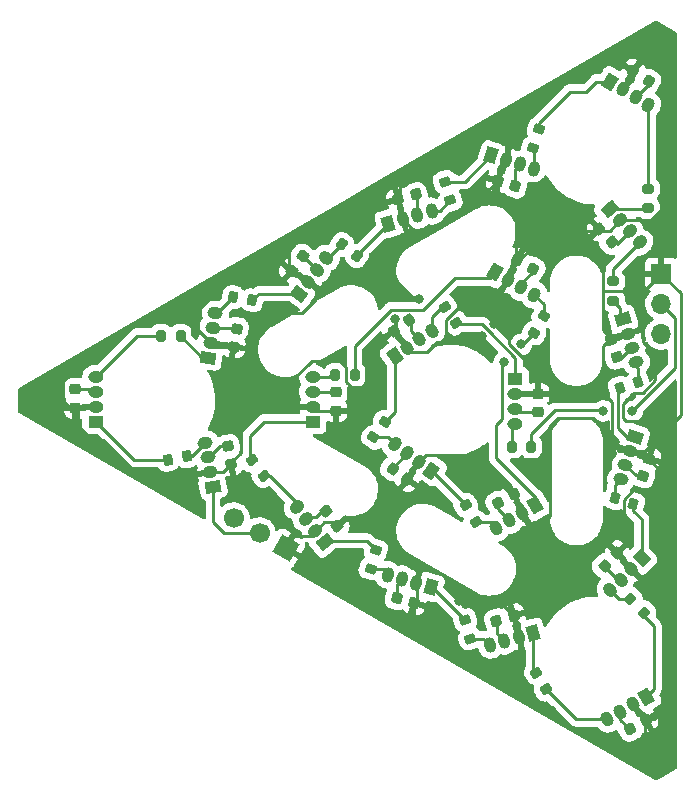
<source format=gbr>
%TF.GenerationSoftware,KiCad,Pcbnew,(6.0.2)*%
%TF.CreationDate,2022-03-26T22:50:30-07:00*%
%TF.ProjectId,triangle,74726961-6e67-46c6-952e-6b696361645f,rev?*%
%TF.SameCoordinates,Original*%
%TF.FileFunction,Copper,L1,Top*%
%TF.FilePolarity,Positive*%
%FSLAX46Y46*%
G04 Gerber Fmt 4.6, Leading zero omitted, Abs format (unit mm)*
G04 Created by KiCad (PCBNEW (6.0.2)) date 2022-03-26 22:50:30*
%MOMM*%
%LPD*%
G01*
G04 APERTURE LIST*
G04 Aperture macros list*
%AMRoundRect*
0 Rectangle with rounded corners*
0 $1 Rounding radius*
0 $2 $3 $4 $5 $6 $7 $8 $9 X,Y pos of 4 corners*
0 Add a 4 corners polygon primitive as box body*
4,1,4,$2,$3,$4,$5,$6,$7,$8,$9,$2,$3,0*
0 Add four circle primitives for the rounded corners*
1,1,$1+$1,$2,$3*
1,1,$1+$1,$4,$5*
1,1,$1+$1,$6,$7*
1,1,$1+$1,$8,$9*
0 Add four rect primitives between the rounded corners*
20,1,$1+$1,$2,$3,$4,$5,0*
20,1,$1+$1,$4,$5,$6,$7,0*
20,1,$1+$1,$6,$7,$8,$9,0*
20,1,$1+$1,$8,$9,$2,$3,0*%
%AMHorizOval*
0 Thick line with rounded ends*
0 $1 width*
0 $2 $3 position (X,Y) of the first rounded end (center of the circle)*
0 $4 $5 position (X,Y) of the second rounded end (center of the circle)*
0 Add line between two ends*
20,1,$1,$2,$3,$4,$5,0*
0 Add two circle primitives to create the rounded ends*
1,1,$1,$2,$3*
1,1,$1,$4,$5*%
%AMRotRect*
0 Rectangle, with rotation*
0 The origin of the aperture is its center*
0 $1 length*
0 $2 width*
0 $3 Rotation angle, in degrees counterclockwise*
0 Add horizontal line*
21,1,$1,$2,0,0,$3*%
G04 Aperture macros list end*
%TA.AperFunction,SMDPad,CuDef*%
%ADD10RoundRect,0.225000X-0.168235X0.291242X-0.307293X-0.136733X0.168235X-0.291242X0.307293X0.136733X0*%
%TD*%
%TA.AperFunction,SMDPad,CuDef*%
%ADD11RoundRect,0.200000X-0.275000X0.200000X-0.275000X-0.200000X0.275000X-0.200000X0.275000X0.200000X0*%
%TD*%
%TA.AperFunction,SMDPad,CuDef*%
%ADD12RoundRect,0.225000X0.069856X0.329006X-0.319856X0.104006X-0.069856X-0.329006X0.319856X-0.104006X0*%
%TD*%
%TA.AperFunction,SMDPad,CuDef*%
%ADD13RoundRect,0.225000X0.147375X0.302334X-0.285193X0.178297X-0.147375X-0.302334X0.285193X-0.178297X0*%
%TD*%
%TA.AperFunction,ComponentPad*%
%ADD14RotRect,1.700000X1.700000X240.000000*%
%TD*%
%TA.AperFunction,ComponentPad*%
%ADD15HorizOval,1.700000X0.000000X0.000000X0.000000X0.000000X0*%
%TD*%
%TA.AperFunction,SMDPad,CuDef*%
%ADD16RoundRect,0.200000X-0.339982X0.006097X-0.110552X-0.321564X0.339982X-0.006097X0.110552X0.321564X0*%
%TD*%
%TA.AperFunction,SMDPad,CuDef*%
%ADD17RoundRect,0.225000X-0.288261X-0.173293X0.142076X-0.304860X0.288261X0.173293X-0.142076X0.304860X0*%
%TD*%
%TA.AperFunction,SMDPad,CuDef*%
%ADD18RoundRect,0.200000X0.319474X-0.116452X0.209219X0.268053X-0.319474X0.116452X-0.209219X-0.268053X0*%
%TD*%
%TA.AperFunction,SMDPad,CuDef*%
%ADD19RoundRect,0.200000X0.209219X-0.268053X0.319474X0.116452X-0.209219X0.268053X-0.319474X-0.116452X0*%
%TD*%
%TA.AperFunction,SMDPad,CuDef*%
%ADD20RoundRect,0.200000X-0.240557X-0.240327X0.154518X-0.302901X0.240557X0.240327X-0.154518X0.302901X0*%
%TD*%
%TA.AperFunction,SMDPad,CuDef*%
%ADD21RoundRect,0.200000X-0.275191X-0.199737X0.105232X-0.323344X0.275191X0.199737X-0.105232X0.323344X0*%
%TD*%
%TA.AperFunction,ComponentPad*%
%ADD22R,1.700000X1.700000*%
%TD*%
%TA.AperFunction,ComponentPad*%
%ADD23O,1.700000X1.700000*%
%TD*%
%TA.AperFunction,SMDPad,CuDef*%
%ADD24RoundRect,0.200000X-0.335876X-0.053033X-0.053033X-0.335876X0.335876X0.053033X0.053033X0.335876X0*%
%TD*%
%TA.AperFunction,SMDPad,CuDef*%
%ADD25RoundRect,0.225000X0.335527X-0.023387X0.058479X0.331218X-0.335527X0.023387X-0.058479X-0.331218X0*%
%TD*%
%TA.AperFunction,SMDPad,CuDef*%
%ADD26RoundRect,0.225000X-0.304860X0.142076X-0.173293X-0.288261X0.304860X-0.142076X0.173293X0.288261X0*%
%TD*%
%TA.AperFunction,SMDPad,CuDef*%
%ADD27RoundRect,0.200000X0.339835X0.011705X0.093571X0.326909X-0.339835X-0.011705X-0.093571X-0.326909X0*%
%TD*%
%TA.AperFunction,SMDPad,CuDef*%
%ADD28RoundRect,0.200000X-0.200000X-0.275000X0.200000X-0.275000X0.200000X0.275000X-0.200000X0.275000X0*%
%TD*%
%TA.AperFunction,SMDPad,CuDef*%
%ADD29RoundRect,0.225000X0.285193X0.178297X-0.147375X0.302334X-0.285193X-0.178297X0.147375X-0.302334X0*%
%TD*%
%TA.AperFunction,SMDPad,CuDef*%
%ADD30RoundRect,0.225000X-0.336341X-0.000075X-0.035232X-0.334490X0.336341X0.000075X0.035232X0.334490X0*%
%TD*%
%TA.AperFunction,SMDPad,CuDef*%
%ADD31RoundRect,0.225000X0.064250X-0.330147X0.335067X0.029239X-0.064250X0.330147X-0.335067X-0.029239X0*%
%TD*%
%TA.AperFunction,SMDPad,CuDef*%
%ADD32RoundRect,0.225000X0.250000X-0.225000X0.250000X0.225000X-0.250000X0.225000X-0.250000X-0.225000X0*%
%TD*%
%TA.AperFunction,SMDPad,CuDef*%
%ADD33RoundRect,0.225000X-0.147375X-0.302334X0.285193X-0.178297X0.147375X0.302334X-0.285193X0.178297X0*%
%TD*%
%TA.AperFunction,SMDPad,CuDef*%
%ADD34RoundRect,0.200000X0.338157X-0.035705X0.138157X0.310705X-0.338157X0.035705X-0.138157X-0.310705X0*%
%TD*%
%TA.AperFunction,SMDPad,CuDef*%
%ADD35RoundRect,0.200000X-0.138157X0.310705X-0.338157X-0.035705X0.138157X-0.310705X0.338157X0.035705X0*%
%TD*%
%TA.AperFunction,SMDPad,CuDef*%
%ADD36RoundRect,0.200000X0.110859X0.321458X-0.271663X0.204509X-0.110859X-0.321458X0.271663X-0.204509X0*%
%TD*%
%TA.AperFunction,SMDPad,CuDef*%
%ADD37RoundRect,0.200000X0.104923X-0.323444X0.340037X0.000162X-0.104923X0.323444X-0.340037X-0.000162X0*%
%TD*%
%TA.AperFunction,SMDPad,CuDef*%
%ADD38RoundRect,0.225000X-0.017678X0.335876X-0.335876X0.017678X0.017678X-0.335876X0.335876X-0.017678X0*%
%TD*%
%TA.AperFunction,SMDPad,CuDef*%
%ADD39RoundRect,0.225000X-0.319856X-0.104006X0.069856X-0.329006X0.319856X0.104006X-0.069856X0.329006X0*%
%TD*%
%TA.AperFunction,SMDPad,CuDef*%
%ADD40RoundRect,0.225000X-0.040915X-0.333843X0.327703X-0.075733X0.040915X0.333843X-0.327703X0.075733X0*%
%TD*%
%TA.AperFunction,SMDPad,CuDef*%
%ADD41RoundRect,0.200000X0.149208X0.305552X-0.244715X0.236092X-0.149208X-0.305552X0.244715X-0.236092X0*%
%TD*%
%TA.AperFunction,SMDPad,CuDef*%
%ADD42RoundRect,0.200000X0.204509X-0.271663X0.321458X0.110859X-0.204509X0.271663X-0.321458X-0.110859X0*%
%TD*%
%TA.AperFunction,SMDPad,CuDef*%
%ADD43RoundRect,0.225000X-0.250000X0.225000X-0.250000X-0.225000X0.250000X-0.225000X0.250000X0.225000X0*%
%TD*%
%TA.AperFunction,SMDPad,CuDef*%
%ADD44RoundRect,0.225000X0.211724X-0.261338X0.282120X0.183121X-0.211724X0.261338X-0.282120X-0.183121X0*%
%TD*%
%TA.AperFunction,SMDPad,CuDef*%
%ADD45RoundRect,0.225000X-0.323291X-0.092780X0.058331X-0.331244X0.323291X0.092780X-0.058331X0.331244X0*%
%TD*%
%TA.AperFunction,SMDPad,CuDef*%
%ADD46RoundRect,0.225000X0.328975X0.070003X-0.035083X0.334506X-0.328975X-0.070003X0.035083X-0.334506X0*%
%TD*%
%TA.AperFunction,SMDPad,CuDef*%
%ADD47RoundRect,0.200000X-0.325226X-0.099262X-0.005772X-0.339988X0.325226X0.099262X0.005772X0.339988X0*%
%TD*%
%TA.AperFunction,SMDPad,CuDef*%
%ADD48RoundRect,0.225000X0.285273X-0.178170X0.207131X0.264994X-0.285273X0.178170X-0.207131X-0.264994X0*%
%TD*%
%TA.AperFunction,ComponentPad*%
%ADD49RotRect,1.000000X1.300000X196.000000*%
%TD*%
%TA.AperFunction,ComponentPad*%
%ADD50HorizOval,1.000000X-0.041346X0.144189X0.041346X-0.144189X0*%
%TD*%
%TA.AperFunction,ComponentPad*%
%ADD51RotRect,1.000000X1.300000X252.000000*%
%TD*%
%TA.AperFunction,ComponentPad*%
%ADD52HorizOval,1.000000X-0.142658X0.046353X0.142658X-0.046353X0*%
%TD*%
%TA.AperFunction,ComponentPad*%
%ADD53RotRect,1.000000X1.300000X328.000000*%
%TD*%
%TA.AperFunction,ComponentPad*%
%ADD54HorizOval,1.000000X-0.079488X-0.127207X0.079488X0.127207X0*%
%TD*%
%TA.AperFunction,ComponentPad*%
%ADD55RotRect,1.000000X1.300000X100.000000*%
%TD*%
%TA.AperFunction,ComponentPad*%
%ADD56HorizOval,1.000000X0.147721X0.026047X-0.147721X-0.026047X0*%
%TD*%
%TA.AperFunction,ComponentPad*%
%ADD57RotRect,1.000000X1.300000X330.000000*%
%TD*%
%TA.AperFunction,ComponentPad*%
%ADD58HorizOval,1.000000X-0.075000X-0.129904X0.075000X0.129904X0*%
%TD*%
%TA.AperFunction,ComponentPad*%
%ADD59RotRect,1.000000X1.300000X128.000000*%
%TD*%
%TA.AperFunction,ComponentPad*%
%ADD60HorizOval,1.000000X0.118202X0.092349X-0.118202X-0.092349X0*%
%TD*%
%TA.AperFunction,ComponentPad*%
%ADD61R,1.300000X1.000000*%
%TD*%
%TA.AperFunction,ComponentPad*%
%ADD62O,1.300000X1.000000*%
%TD*%
%TA.AperFunction,ComponentPad*%
%ADD63RotRect,1.000000X1.300000X53.000000*%
%TD*%
%TA.AperFunction,ComponentPad*%
%ADD64HorizOval,1.000000X-0.119795X0.090272X0.119795X-0.090272X0*%
%TD*%
%TA.AperFunction,ComponentPad*%
%ADD65RotRect,1.000000X1.300000X343.000000*%
%TD*%
%TA.AperFunction,ComponentPad*%
%ADD66HorizOval,1.000000X-0.043856X-0.143446X0.043856X0.143446X0*%
%TD*%
%TA.AperFunction,ComponentPad*%
%ADD67RotRect,1.000000X1.300000X225.000000*%
%TD*%
%TA.AperFunction,ComponentPad*%
%ADD68HorizOval,1.000000X-0.106066X0.106066X0.106066X-0.106066X0*%
%TD*%
%TA.AperFunction,ComponentPad*%
%ADD69RotRect,1.000000X1.300000X81.000000*%
%TD*%
%TA.AperFunction,ComponentPad*%
%ADD70HorizOval,1.000000X-0.148153X0.023465X0.148153X-0.023465X0*%
%TD*%
%TA.AperFunction,ComponentPad*%
%ADD71RotRect,1.000000X1.300000X144.000000*%
%TD*%
%TA.AperFunction,ComponentPad*%
%ADD72HorizOval,1.000000X0.088168X0.121353X-0.088168X-0.121353X0*%
%TD*%
%TA.AperFunction,ComponentPad*%
%ADD73RotRect,1.000000X1.300000X210.000000*%
%TD*%
%TA.AperFunction,ComponentPad*%
%ADD74HorizOval,1.000000X-0.075000X0.129904X0.075000X-0.129904X0*%
%TD*%
%TA.AperFunction,ComponentPad*%
%ADD75HorizOval,1.000000X0.041346X0.144189X-0.041346X-0.144189X0*%
%TD*%
%TA.AperFunction,ComponentPad*%
%ADD76RotRect,1.000000X1.300000X164.000000*%
%TD*%
%TA.AperFunction,ComponentPad*%
%ADD77RotRect,1.000000X1.300000X16.000000*%
%TD*%
%TA.AperFunction,ComponentPad*%
%ADD78RotRect,1.000000X1.300000X312.000000*%
%TD*%
%TA.AperFunction,ComponentPad*%
%ADD79HorizOval,1.000000X-0.111472X-0.100370X0.111472X0.100370X0*%
%TD*%
%TA.AperFunction,ComponentPad*%
%ADD80RotRect,1.000000X1.300000X287.000000*%
%TD*%
%TA.AperFunction,ComponentPad*%
%ADD81HorizOval,1.000000X-0.143446X-0.043856X0.143446X0.043856X0*%
%TD*%
%TA.AperFunction,ComponentPad*%
%ADD82RotRect,1.000000X1.300000X35.000000*%
%TD*%
%TA.AperFunction,ComponentPad*%
%ADD83HorizOval,1.000000X-0.086036X0.122873X0.086036X-0.122873X0*%
%TD*%
%TA.AperFunction,ViaPad*%
%ADD84C,0.800000*%
%TD*%
%TA.AperFunction,Conductor*%
%ADD85C,0.250000*%
%TD*%
G04 APERTURE END LIST*
D10*
%TO.P,C12,1*%
%TO.N,+5V*%
X159000000Y-88550000D03*
%TO.P,C12,2*%
%TO.N,GND*%
X158521024Y-90024138D03*
%TD*%
D11*
%TO.P,R15,1*%
%TO.N,Net-(D15-Pad4)*%
X158950000Y-65700000D03*
%TO.P,R15,2*%
%TO.N,Net-(D14-Pad1)*%
X158950000Y-67350000D03*
%TD*%
D12*
%TO.P,C4,1*%
%TO.N,+5V*%
X147550000Y-91550000D03*
%TO.P,C4,2*%
%TO.N,GND*%
X146207660Y-92325000D03*
%TD*%
D13*
%TO.P,C9,1*%
%TO.N,+5V*%
X147550000Y-101850000D03*
%TO.P,C9,2*%
%TO.N,GND*%
X146060044Y-102277238D03*
%TD*%
D14*
%TO.P,J2,1,Pin_1*%
%TO.N,+5V*%
X128250000Y-96150000D03*
D15*
%TO.P,J2,2,Pin_2*%
%TO.N,/DOUT*%
X126050295Y-94880000D03*
%TO.P,J2,3,Pin_3*%
%TO.N,GND*%
X123850591Y-93610000D03*
%TD*%
D16*
%TO.P,R2,1*%
%TO.N,Net-(D2-Pad4)*%
X141753598Y-75748400D03*
%TO.P,R2,2*%
%TO.N,Net-(D1-Pad1)*%
X142700000Y-77100000D03*
%TD*%
D17*
%TO.P,C16,1*%
%TO.N,+5V*%
X146217728Y-65046824D03*
%TO.P,C16,2*%
%TO.N,GND*%
X147700000Y-65500000D03*
%TD*%
D18*
%TO.P,R17,1*%
%TO.N,Net-(D17-Pad4)*%
X142200000Y-66700000D03*
%TO.P,R17,2*%
%TO.N,Net-(D16-Pad1)*%
X141745198Y-65113918D03*
%TD*%
D19*
%TO.P,R8,1*%
%TO.N,Net-(D8-Pad4)*%
X135445198Y-97886082D03*
%TO.P,R8,2*%
%TO.N,Net-(D7-Pad1)*%
X135900000Y-96300000D03*
%TD*%
D20*
%TO.P,R19,1*%
%TO.N,Net-(D19-Pad4)*%
X123800000Y-74900000D03*
%TO.P,R19,2*%
%TO.N,Net-(D18-Pad1)*%
X125429686Y-75158116D03*
%TD*%
D21*
%TO.P,R12,1*%
%TO.N,Net-(D12-Pad4)*%
X156130756Y-91890122D03*
%TO.P,R12,2*%
%TO.N,Net-(D11-Pad1)*%
X157700000Y-92400000D03*
%TD*%
D22*
%TO.P,J1,1,Pin_1*%
%TO.N,+5V*%
X160050000Y-72900000D03*
D23*
%TO.P,J1,2,Pin_2*%
%TO.N,/DIN*%
X160050000Y-75440000D03*
%TO.P,J1,3,Pin_3*%
%TO.N,GND*%
X160050000Y-77980000D03*
%TD*%
D24*
%TO.P,R11,1*%
%TO.N,Net-(D11-Pad4)*%
X157433274Y-100433274D03*
%TO.P,R11,2*%
%TO.N,Net-(D10-Pad1)*%
X158600000Y-101600000D03*
%TD*%
D11*
%TO.P,R14,1*%
%TO.N,Net-(D14-Pad4)*%
X156000000Y-73550000D03*
%TO.P,R14,2*%
%TO.N,Net-(D13-Pad1)*%
X156000000Y-75200000D03*
%TD*%
D25*
%TO.P,C7,1*%
%TO.N,+5V*%
X132600000Y-94250000D03*
%TO.P,C7,2*%
%TO.N,GND*%
X131645724Y-93028584D03*
%TD*%
D18*
%TO.P,R9,1*%
%TO.N,Net-(D9-Pad4)*%
X143900000Y-103800000D03*
%TO.P,R9,2*%
%TO.N,Net-(D8-Pad1)*%
X143445198Y-102213918D03*
%TD*%
D26*
%TO.P,C13,1*%
%TO.N,+5V*%
X155823412Y-78508864D03*
%TO.P,C13,2*%
%TO.N,GND*%
X156276588Y-79991136D03*
%TD*%
D27*
%TO.P,R7,1*%
%TO.N,Net-(D7-Pad4)*%
X126400000Y-90000000D03*
%TO.P,R7,2*%
%TO.N,Net-(D6-Pad1)*%
X125384158Y-88699782D03*
%TD*%
D28*
%TO.P,R1,1*%
%TO.N,Net-(D1-Pad4)*%
X147400000Y-87550000D03*
%TO.P,R1,2*%
%TO.N,/DIN*%
X149050000Y-87550000D03*
%TD*%
D29*
%TO.P,C8,1*%
%TO.N,+5V*%
X139139956Y-100777238D03*
%TO.P,C8,2*%
%TO.N,GND*%
X137650000Y-100350000D03*
%TD*%
D30*
%TO.P,C14,1*%
%TO.N,+5V*%
X154812848Y-69098126D03*
%TO.P,C14,2*%
%TO.N,GND*%
X155850000Y-70250000D03*
%TD*%
D28*
%TO.P,R6,1*%
%TO.N,Net-(D6-Pad4)*%
X132450000Y-81450000D03*
%TO.P,R6,2*%
%TO.N,Net-(D5-Pad1)*%
X134100000Y-81450000D03*
%TD*%
D31*
%TO.P,C18,1*%
%TO.N,+5V*%
X128750000Y-72650000D03*
%TO.P,C18,2*%
%TO.N,GND*%
X129682814Y-71412114D03*
%TD*%
D32*
%TO.P,C6,1*%
%TO.N,+5V*%
X132500000Y-84500000D03*
%TO.P,C6,2*%
%TO.N,GND*%
X132500000Y-82950000D03*
%TD*%
D33*
%TO.P,C17,1*%
%TO.N,+5V*%
X137800000Y-66600000D03*
%TO.P,C17,2*%
%TO.N,GND*%
X139289956Y-66172762D03*
%TD*%
D32*
%TO.P,C20,1*%
%TO.N,+5V*%
X110450000Y-84250000D03*
%TO.P,C20,2*%
%TO.N,GND*%
X110450000Y-82700000D03*
%TD*%
D34*
%TO.P,R4,1*%
%TO.N,Net-(D4-Pad4)*%
X144325000Y-93928942D03*
%TO.P,R4,2*%
%TO.N,Net-(D3-Pad1)*%
X143500000Y-92500000D03*
%TD*%
D35*
%TO.P,R5,1*%
%TO.N,Net-(D5-Pad4)*%
X150100000Y-76500000D03*
%TO.P,R5,2*%
%TO.N,Net-(D4-Pad1)*%
X149275000Y-77928942D03*
%TD*%
D36*
%TO.P,R13,1*%
%TO.N,Net-(D13-Pad4)*%
X158100000Y-82100000D03*
%TO.P,R13,2*%
%TO.N,Net-(D12-Pad1)*%
X156522098Y-82582414D03*
%TD*%
D37*
%TO.P,R3,1*%
%TO.N,Net-(D3-Pad4)*%
X135686800Y-86766400D03*
%TO.P,R3,2*%
%TO.N,Net-(D2-Pad1)*%
X136656646Y-85431522D03*
%TD*%
D38*
%TO.P,C11,1*%
%TO.N,+5V*%
X156346016Y-96553984D03*
%TO.P,C11,2*%
%TO.N,GND*%
X155250000Y-97650000D03*
%TD*%
D39*
%TO.P,C5,1*%
%TO.N,+5V*%
X147857660Y-71725000D03*
%TO.P,C5,2*%
%TO.N,GND*%
X149200000Y-72500000D03*
%TD*%
D40*
%TO.P,C2,1*%
%TO.N,+5V*%
X137430314Y-77739044D03*
%TO.P,C2,2*%
%TO.N,GND*%
X138700000Y-76850000D03*
%TD*%
D34*
%TO.P,R10,1*%
%TO.N,Net-(D10-Pad4)*%
X150300000Y-108100000D03*
%TO.P,R10,2*%
%TO.N,Net-(D9-Pad1)*%
X149475000Y-106671058D03*
%TD*%
D41*
%TO.P,R21,1*%
%TO.N,Net-(D21-Pad4)*%
X119874932Y-88363480D03*
%TO.P,R21,2*%
%TO.N,Net-(D20-Pad1)*%
X118250000Y-88650000D03*
%TD*%
D42*
%TO.P,R16,1*%
%TO.N,Net-(D16-Pad4)*%
X149200000Y-62250000D03*
%TO.P,R16,2*%
%TO.N,Net-(D15-Pad1)*%
X149682414Y-60672098D03*
%TD*%
D43*
%TO.P,C1,1*%
%TO.N,+5V*%
X149600000Y-83100000D03*
%TO.P,C1,2*%
%TO.N,GND*%
X149600000Y-84650000D03*
%TD*%
D44*
%TO.P,C19,1*%
%TO.N,+5V*%
X123857526Y-79080916D03*
%TO.P,C19,2*%
%TO.N,GND*%
X124100000Y-77550000D03*
%TD*%
D45*
%TO.P,C15,1*%
%TO.N,+5V*%
X157700000Y-55778626D03*
%TO.P,C15,2*%
%TO.N,GND*%
X159014474Y-56600000D03*
%TD*%
D46*
%TO.P,C3,1*%
%TO.N,+5V*%
X138553976Y-90311068D03*
%TO.P,C3,2*%
%TO.N,GND*%
X137300000Y-89400000D03*
%TD*%
D12*
%TO.P,C10,1*%
%TO.N,+5V*%
X158750000Y-110700000D03*
%TO.P,C10,2*%
%TO.N,GND*%
X157407660Y-111475000D03*
%TD*%
D28*
%TO.P,R20,1*%
%TO.N,Net-(D20-Pad4)*%
X117700000Y-78150000D03*
%TO.P,R20,2*%
%TO.N,Net-(D19-Pad1)*%
X119350000Y-78150000D03*
%TD*%
D47*
%TO.P,R18,1*%
%TO.N,Net-(D18-Pad4)*%
X132982252Y-70407006D03*
%TO.P,R18,2*%
%TO.N,Net-(D17-Pad1)*%
X134300000Y-71400000D03*
%TD*%
D48*
%TO.P,C21,1*%
%TO.N,+5V*%
X123634577Y-89013226D03*
%TO.P,C21,2*%
%TO.N,GND*%
X123365423Y-87486774D03*
%TD*%
D49*
%TO.P,D9,1,DOUT*%
%TO.N,Net-(D9-Pad1)*%
X149200000Y-103300000D03*
D50*
%TO.P,D9,2,VDD*%
%TO.N,+5V*%
X147979197Y-103650059D03*
%TO.P,D9,3,VSS*%
%TO.N,GND*%
X146758395Y-104000119D03*
%TO.P,D9,4,DIN*%
%TO.N,Net-(D9-Pad4)*%
X145537592Y-104350178D03*
%TD*%
D51*
%TO.P,D12,1,DOUT*%
%TO.N,Net-(D12-Pad1)*%
X157800000Y-86700000D03*
D52*
%TO.P,D12,2,VDD*%
%TO.N,+5V*%
X157407549Y-87907842D03*
%TO.P,D12,3,VSS*%
%TO.N,GND*%
X157015097Y-89115684D03*
%TO.P,D12,4,DIN*%
%TO.N,Net-(D12-Pad4)*%
X156622646Y-90323526D03*
%TD*%
D53*
%TO.P,D15,1,DOUT*%
%TO.N,Net-(D15-Pad1)*%
X155718936Y-56631008D03*
D54*
%TO.P,D15,2,VDD*%
%TO.N,+5V*%
X156795957Y-57304005D03*
%TO.P,D15,3,VSS*%
%TO.N,GND*%
X157872979Y-57977003D03*
%TO.P,D15,4,DIN*%
%TO.N,Net-(D15-Pad4)*%
X158950000Y-58650000D03*
%TD*%
D55*
%TO.P,D21,1,DOUT*%
%TO.N,/DOUT*%
X122100000Y-90950000D03*
D56*
%TO.P,D21,2,VDD*%
%TO.N,+5V*%
X121879467Y-89699294D03*
%TO.P,D21,3,VSS*%
%TO.N,GND*%
X121658933Y-88448588D03*
%TO.P,D21,4,DIN*%
%TO.N,Net-(D21-Pad4)*%
X121438400Y-87197882D03*
%TD*%
D57*
%TO.P,D5,1,DOUT*%
%TO.N,Net-(D5-Pad1)*%
X146000444Y-72795000D03*
D58*
%TO.P,D5,2,VDD*%
%TO.N,+5V*%
X147100296Y-73430000D03*
%TO.P,D5,3,VSS*%
%TO.N,GND*%
X148200148Y-74065000D03*
%TO.P,D5,4,DIN*%
%TO.N,Net-(D5-Pad4)*%
X149300000Y-74700000D03*
%TD*%
D59*
%TO.P,D7,1,DOUT*%
%TO.N,Net-(D7-Pad1)*%
X131550000Y-95650000D03*
D60*
%TO.P,D7,2,VDD*%
%TO.N,+5V*%
X130768110Y-94649227D03*
%TO.P,D7,3,VSS*%
%TO.N,GND*%
X129986220Y-93648453D03*
%TO.P,D7,4,DIN*%
%TO.N,Net-(D7-Pad4)*%
X129204330Y-92647680D03*
%TD*%
D61*
%TO.P,D20,1,DOUT*%
%TO.N,Net-(D20-Pad1)*%
X112200000Y-85440000D03*
D62*
%TO.P,D20,2,VDD*%
%TO.N,+5V*%
X112200000Y-84170000D03*
%TO.P,D20,3,VSS*%
%TO.N,GND*%
X112200000Y-82900000D03*
%TO.P,D20,4,DIN*%
%TO.N,Net-(D20-Pad4)*%
X112200000Y-81630000D03*
%TD*%
D63*
%TO.P,D18,1,DOUT*%
%TO.N,Net-(D18-Pad1)*%
X129400000Y-74600000D03*
D64*
%TO.P,D18,2,VDD*%
%TO.N,+5V*%
X130164305Y-73585733D03*
%TO.P,D18,3,VSS*%
%TO.N,GND*%
X130928611Y-72571465D03*
%TO.P,D18,4,DIN*%
%TO.N,Net-(D18-Pad4)*%
X131692916Y-71557198D03*
%TD*%
D61*
%TO.P,D1,1,DOUT*%
%TO.N,Net-(D1-Pad1)*%
X147700000Y-81800000D03*
D62*
%TO.P,D1,2,VDD*%
%TO.N,+5V*%
X147700000Y-83070000D03*
%TO.P,D1,3,VSS*%
%TO.N,GND*%
X147700000Y-84340000D03*
%TO.P,D1,4,DIN*%
%TO.N,Net-(D1-Pad4)*%
X147700000Y-85610000D03*
%TD*%
D61*
%TO.P,D6,1,DOUT*%
%TO.N,Net-(D6-Pad1)*%
X130550000Y-85440000D03*
D62*
%TO.P,D6,2,VDD*%
%TO.N,+5V*%
X130550000Y-84170000D03*
%TO.P,D6,3,VSS*%
%TO.N,GND*%
X130550000Y-82900000D03*
%TO.P,D6,4,DIN*%
%TO.N,Net-(D6-Pad4)*%
X130550000Y-81630000D03*
%TD*%
D65*
%TO.P,D16,1,DOUT*%
%TO.N,Net-(D16-Pad1)*%
X145656478Y-62886064D03*
D66*
%TO.P,D16,2,VDD*%
%TO.N,+5V*%
X146870985Y-63257376D03*
%TO.P,D16,3,VSS*%
%TO.N,GND*%
X148085493Y-63628688D03*
%TO.P,D16,4,DIN*%
%TO.N,Net-(D16-Pad4)*%
X149300000Y-64000000D03*
%TD*%
D67*
%TO.P,D11,1,DOUT*%
%TO.N,Net-(D11-Pad1)*%
X158400000Y-97000000D03*
D68*
%TO.P,D11,2,VDD*%
%TO.N,+5V*%
X157501975Y-97898025D03*
%TO.P,D11,3,VSS*%
%TO.N,GND*%
X156603949Y-98796051D03*
%TO.P,D11,4,DIN*%
%TO.N,Net-(D11-Pad4)*%
X155705924Y-99694076D03*
%TD*%
D69*
%TO.P,D19,1,DOUT*%
%TO.N,Net-(D19-Pad1)*%
X121700000Y-80000000D03*
D70*
%TO.P,D19,2,VDD*%
%TO.N,+5V*%
X121898672Y-78745636D03*
%TO.P,D19,3,VSS*%
%TO.N,GND*%
X122097344Y-77491272D03*
%TO.P,D19,4,DIN*%
%TO.N,Net-(D19-Pad4)*%
X122296016Y-76236908D03*
%TD*%
D71*
%TO.P,D3,1,DOUT*%
%TO.N,Net-(D3-Pad1)*%
X140591177Y-89569731D03*
D72*
%TO.P,D3,2,VDD*%
%TO.N,+5V*%
X139563726Y-88823244D03*
%TO.P,D3,3,VSS*%
%TO.N,GND*%
X138536274Y-88076756D03*
%TO.P,D3,4,DIN*%
%TO.N,Net-(D3-Pad4)*%
X137508823Y-87330269D03*
%TD*%
D73*
%TO.P,D10,1,DOUT*%
%TO.N,Net-(D10-Pad1)*%
X158800000Y-108700000D03*
D74*
%TO.P,D10,2,VDD*%
%TO.N,+5V*%
X157700148Y-109335000D03*
%TO.P,D10,3,VSS*%
%TO.N,GND*%
X156600296Y-109970000D03*
%TO.P,D10,4,DIN*%
%TO.N,Net-(D10-Pad4)*%
X155500444Y-110605000D03*
%TD*%
D75*
%TO.P,D8,4,DIN*%
%TO.N,Net-(D8-Pad4)*%
X136887592Y-98399822D03*
%TO.P,D8,3,VSS*%
%TO.N,GND*%
X138108395Y-98749881D03*
%TO.P,D8,2,VDD*%
%TO.N,+5V*%
X139329197Y-99099941D03*
D76*
%TO.P,D8,1,DOUT*%
%TO.N,Net-(D8-Pad1)*%
X140550000Y-99450000D03*
%TD*%
D77*
%TO.P,D17,1,DOUT*%
%TO.N,Net-(D17-Pad1)*%
X136958395Y-68650119D03*
D50*
%TO.P,D17,2,VDD*%
%TO.N,+5V*%
X138179198Y-68300060D03*
%TO.P,D17,3,VSS*%
%TO.N,GND*%
X139400000Y-67950000D03*
%TO.P,D17,4,DIN*%
%TO.N,Net-(D17-Pad4)*%
X140620803Y-67599941D03*
%TD*%
D78*
%TO.P,D14,1,DOUT*%
%TO.N,Net-(D14-Pad1)*%
X155700000Y-67425000D03*
D79*
%TO.P,D14,2,VDD*%
%TO.N,+5V*%
X156549796Y-68368794D03*
%TO.P,D14,3,VSS*%
%TO.N,GND*%
X157399592Y-69312588D03*
%TO.P,D14,4,DIN*%
%TO.N,Net-(D14-Pad4)*%
X158249388Y-70256382D03*
%TD*%
D80*
%TO.P,D13,1,DOUT*%
%TO.N,Net-(D13-Pad1)*%
X156836064Y-76756478D03*
D81*
%TO.P,D13,2,VDD*%
%TO.N,+5V*%
X157207376Y-77970985D03*
%TO.P,D13,3,VSS*%
%TO.N,GND*%
X157578688Y-79185493D03*
%TO.P,D13,4,DIN*%
%TO.N,Net-(D13-Pad4)*%
X157950000Y-80400000D03*
%TD*%
D82*
%TO.P,D2,1,DOUT*%
%TO.N,Net-(D2-Pad1)*%
X137500000Y-79900000D03*
D83*
%TO.P,D2,2,VDD*%
%TO.N,+5V*%
X138540323Y-79171558D03*
%TO.P,D2,3,VSS*%
%TO.N,GND*%
X139580647Y-78443116D03*
%TO.P,D2,4,DIN*%
%TO.N,Net-(D2-Pad4)*%
X140620970Y-77714674D03*
%TD*%
D73*
%TO.P,D4,1,DOUT*%
%TO.N,Net-(D4-Pad1)*%
X149400000Y-92500000D03*
D74*
%TO.P,D4,2,VDD*%
%TO.N,+5V*%
X148300148Y-93135000D03*
%TO.P,D4,3,VSS*%
%TO.N,GND*%
X147200296Y-93770000D03*
%TO.P,D4,4,DIN*%
%TO.N,Net-(D4-Pad4)*%
X146100444Y-94405000D03*
%TD*%
D84*
%TO.N,+5V*%
X136400000Y-70900000D03*
X133700000Y-97050000D03*
X127000000Y-75950000D03*
X142900000Y-64200000D03*
X136825500Y-72900000D03*
X144500000Y-65850000D03*
X134550000Y-69100000D03*
X144850000Y-78200000D03*
X127000000Y-73550000D03*
X137524006Y-76748013D03*
X135300000Y-94500000D03*
X156950000Y-94550000D03*
X145900000Y-77150000D03*
X159550000Y-94550000D03*
X141450000Y-102100000D03*
X139550000Y-75000000D03*
X142900000Y-100650000D03*
X143500000Y-74500000D03*
%TO.N,Net-(D4-Pad1)*%
X148209637Y-78885039D03*
X146750000Y-80400000D03*
%TO.N,/DIN*%
X157574500Y-84550173D03*
X155126479Y-84517373D03*
%TD*%
D85*
%TO.N,+5V*%
X137750000Y-92000000D02*
X137775000Y-92025000D01*
X137750000Y-91300000D02*
X137750000Y-92000000D01*
X137775000Y-92025000D02*
X137275000Y-92525000D01*
X138553976Y-90496024D02*
X137750000Y-91300000D01*
X138553976Y-90311068D02*
X138553976Y-90496024D01*
X154300000Y-85100000D02*
X155850979Y-86650979D01*
X151300000Y-85100000D02*
X154300000Y-85100000D01*
X150650000Y-85750000D02*
X151300000Y-85100000D01*
X150650000Y-93400000D02*
X150650000Y-85750000D01*
X155850979Y-86650979D02*
X155850979Y-86950979D01*
X149700000Y-94350000D02*
X150650000Y-93400000D01*
X149000000Y-94350000D02*
X149700000Y-94350000D01*
X148300148Y-93650148D02*
X149000000Y-94350000D01*
X148300148Y-93135000D02*
X148300148Y-93650148D01*
X155850979Y-86950979D02*
X155850979Y-87250979D01*
X155850979Y-83750979D02*
X155850979Y-86950979D01*
%TO.N,/DIN*%
X149302138Y-86200000D02*
X149300000Y-86200000D01*
X149300000Y-86200000D02*
X149050000Y-86450000D01*
X149050000Y-87550000D02*
X149050000Y-86450000D01*
X151775000Y-84450000D02*
X151052138Y-84450000D01*
X150601069Y-84901069D02*
X150752138Y-84750000D01*
X151052138Y-84450000D02*
X150601069Y-84901069D01*
X149302138Y-86200000D02*
X150601069Y-84901069D01*
%TO.N,Net-(D2-Pad1)*%
X137500000Y-84600000D02*
X137500000Y-79900000D01*
X136668478Y-85431522D02*
X137500000Y-84600000D01*
X136656646Y-85431522D02*
X136668478Y-85431522D01*
%TO.N,+5V*%
X124450000Y-83000000D02*
X125350000Y-82100000D01*
X123634577Y-88865423D02*
X124450000Y-88050000D01*
X124450000Y-88050000D02*
X124450000Y-83000000D01*
X123634577Y-89013226D02*
X123634577Y-88865423D01*
X134000000Y-84450000D02*
X133950000Y-84500000D01*
X134000000Y-82700000D02*
X134000000Y-84450000D01*
X133950000Y-84500000D02*
X132500000Y-84500000D01*
X133375480Y-82075480D02*
X134000000Y-82700000D01*
X133375480Y-80808697D02*
X133375480Y-82075480D01*
X132867263Y-80300480D02*
X133375480Y-80808697D01*
X130449520Y-80300480D02*
X132867263Y-80300480D01*
X127475000Y-83275000D02*
X130449520Y-80300480D01*
X126525000Y-83275000D02*
X127475000Y-83275000D01*
X126525000Y-83275000D02*
X125350000Y-82100000D01*
X127420000Y-84170000D02*
X126525000Y-83275000D01*
X141805739Y-78555739D02*
X141805739Y-76844261D01*
X141950000Y-78700000D02*
X141805739Y-78555739D01*
X141950000Y-78700000D02*
X144350000Y-78700000D01*
X141805739Y-76844261D02*
X143500000Y-75150000D01*
X141050000Y-78700000D02*
X141950000Y-78700000D01*
X143500000Y-75150000D02*
X143500000Y-74500000D01*
X143250000Y-101000000D02*
X142900000Y-100650000D01*
X146700000Y-101000000D02*
X143250000Y-101000000D01*
X147600000Y-101900000D02*
X146700000Y-101000000D01*
X147979197Y-102479197D02*
X147600000Y-102100000D01*
X147600000Y-102100000D02*
X147600000Y-101900000D01*
X147979197Y-103650059D02*
X147979197Y-102479197D01*
X139508394Y-97950000D02*
X139379197Y-98079197D01*
X160350000Y-91350000D02*
X160400000Y-91300000D01*
X158400000Y-91350000D02*
X160350000Y-91350000D01*
X158200000Y-91150000D02*
X158400000Y-91350000D01*
X156858823Y-92041177D02*
X157750000Y-91150000D01*
X156858823Y-94458823D02*
X156858823Y-92041177D01*
X156950000Y-94550000D02*
X156858823Y-94458823D01*
X157750000Y-91150000D02*
X158200000Y-91150000D01*
X160400000Y-91300000D02*
X160400000Y-90000000D01*
X160400000Y-93700000D02*
X160400000Y-91300000D01*
X160200000Y-86350000D02*
X160200000Y-86400000D01*
X159250000Y-85400000D02*
X160200000Y-86350000D01*
X157100000Y-85400000D02*
X159250000Y-85400000D01*
X156800000Y-85100000D02*
X157100000Y-85400000D01*
X156800000Y-83950000D02*
X156800000Y-85100000D01*
X157750000Y-83000000D02*
X156800000Y-83950000D01*
X159550000Y-81925377D02*
X158475377Y-83000000D01*
X159550000Y-79800000D02*
X159550000Y-81925377D01*
X158471018Y-78721018D02*
X159550000Y-79800000D01*
X158471018Y-77721018D02*
X158471018Y-78721018D01*
X160200000Y-86400000D02*
X161700000Y-84900000D01*
X158692158Y-87907842D02*
X160200000Y-86400000D01*
%TO.N,Net-(D12-Pad1)*%
X156350489Y-85933939D02*
X157116550Y-86700000D01*
X156522098Y-82582414D02*
X156350489Y-82754023D01*
%TO.N,/DIN*%
X161224511Y-80900162D02*
X157574500Y-84550173D01*
X161224511Y-76614511D02*
X161224511Y-80900162D01*
X160050000Y-75440000D02*
X161224511Y-76614511D01*
%TO.N,+5V*%
X155200000Y-83100000D02*
X155850979Y-83750979D01*
%TO.N,/DIN*%
X151775000Y-84450000D02*
X155059106Y-84450000D01*
%TO.N,+5V*%
X158475377Y-83000000D02*
X157750000Y-83000000D01*
%TO.N,/DIN*%
X155059106Y-84450000D02*
X155126479Y-84517373D01*
%TO.N,+5V*%
X156507842Y-87907842D02*
X157407549Y-87907842D01*
X153600000Y-83100000D02*
X155200000Y-83100000D01*
X155850979Y-87250979D02*
X156507842Y-87907842D01*
X158150000Y-77400000D02*
X158471018Y-77721018D01*
%TO.N,Net-(D12-Pad1)*%
X156350489Y-82754023D02*
X156350489Y-85933939D01*
X157116550Y-86700000D02*
X157800000Y-86700000D01*
%TO.N,+5V*%
X155200000Y-74350000D02*
X155100000Y-74250000D01*
X155583217Y-74350000D02*
X155200000Y-74350000D01*
X155100000Y-74250000D02*
X155100000Y-73866783D01*
X155100000Y-77650000D02*
X155100000Y-74250000D01*
X155823412Y-78373412D02*
X155100000Y-77650000D01*
X155823412Y-78508864D02*
X155823412Y-78373412D01*
X152898126Y-69598126D02*
X152898126Y-69248126D01*
X155100000Y-71800000D02*
X152898126Y-69598126D01*
X155100000Y-73866783D02*
X155100000Y-71800000D01*
X157700000Y-74350000D02*
X155583217Y-74350000D01*
X158150000Y-74800000D02*
X157700000Y-74350000D01*
X152898126Y-69248126D02*
X155262848Y-69248126D01*
X150534534Y-69248126D02*
X152898126Y-69248126D01*
%TO.N,Net-(D4-Pad1)*%
X146575000Y-80575000D02*
X146750000Y-80400000D01*
X146575000Y-85225000D02*
X146575000Y-80575000D01*
X146100000Y-85700000D02*
X146575000Y-85225000D01*
%TO.N,Net-(D5-Pad1)*%
X139895652Y-75935460D02*
X142560279Y-73270833D01*
X145524611Y-73270833D02*
X146000444Y-72795000D01*
X137164540Y-75935460D02*
X139895652Y-75935460D01*
X134100000Y-79000000D02*
X137164540Y-75935460D01*
X142560279Y-73270833D02*
X145524611Y-73270833D01*
X134100000Y-81100000D02*
X134100000Y-79000000D01*
%TO.N,+5V*%
X160050000Y-70726250D02*
X160050000Y-69837588D01*
X160050000Y-69837588D02*
X158581206Y-68368794D01*
X158581206Y-68368794D02*
X159147989Y-68368794D01*
X156549796Y-68368794D02*
X158581206Y-68368794D01*
X128550000Y-72450000D02*
X128750000Y-72650000D01*
X128900000Y-70350000D02*
X128550000Y-70700000D01*
X128550000Y-70700000D02*
X128550000Y-72450000D01*
X157579015Y-77970985D02*
X157207376Y-77970985D01*
X158150000Y-76935819D02*
X158150000Y-77400000D01*
X158150000Y-77400000D02*
X157579015Y-77970985D01*
X138868765Y-79500000D02*
X140250000Y-79500000D01*
X138540323Y-79171558D02*
X138868765Y-79500000D01*
X140250000Y-79500000D02*
X141050000Y-78700000D01*
X144350000Y-78700000D02*
X144850000Y-78200000D01*
X145414552Y-65850000D02*
X146217728Y-65046824D01*
X144500000Y-65850000D02*
X145414552Y-65850000D01*
%TO.N,Net-(D1-Pad1)*%
X142300000Y-77200000D02*
X144900000Y-77200000D01*
X144900000Y-77200000D02*
X145450490Y-77750490D01*
X145450490Y-77750490D02*
X145450490Y-77786194D01*
X147700000Y-80035704D02*
X147700000Y-81800000D01*
X145450490Y-77786194D02*
X147700000Y-80035704D01*
%TO.N,+5V*%
X112050000Y-79950000D02*
X113400000Y-78600000D01*
X155129670Y-81570330D02*
X155129670Y-79002606D01*
X156971312Y-78114507D02*
X156017769Y-78114507D01*
X161700000Y-84900000D02*
X161700000Y-74550000D01*
X130164305Y-73585733D02*
X130850000Y-74271428D01*
X139100000Y-75000000D02*
X137000000Y-72900000D01*
X156506900Y-54900000D02*
X157635526Y-56028626D01*
X159450000Y-110600000D02*
X158650000Y-110600000D01*
X138734800Y-89673892D02*
X139579948Y-88828744D01*
X132500000Y-84500000D02*
X130880000Y-84500000D01*
X130880000Y-84500000D02*
X130550000Y-84170000D01*
X156800000Y-94550000D02*
X156950000Y-94550000D01*
X115800000Y-77350000D02*
X116500000Y-76650000D01*
X149400000Y-80050000D02*
X148350000Y-80050000D01*
X129785733Y-73585733D02*
X128900000Y-72700000D01*
X112120000Y-84250000D02*
X112200000Y-84170000D01*
X157407549Y-87907842D02*
X158692158Y-87907842D01*
X137600000Y-78000000D02*
X137600000Y-76900000D01*
X158650000Y-111950000D02*
X158650000Y-110600000D01*
X151700000Y-56450000D02*
X153150000Y-56450000D01*
X110000000Y-84250000D02*
X109400000Y-83650000D01*
X137600000Y-78231235D02*
X138540323Y-79171558D01*
X145150000Y-74600000D02*
X143600000Y-74600000D01*
X155550000Y-95800000D02*
X156800000Y-94550000D01*
X147125000Y-77114408D02*
X145930296Y-75919704D01*
X149200000Y-83100000D02*
X150900000Y-83100000D01*
X119600706Y-89699294D02*
X119400000Y-89900000D01*
X110650000Y-85750000D02*
X110650000Y-84250000D01*
X157635526Y-56028626D02*
X157635526Y-56464436D01*
X157501975Y-97898025D02*
X160800000Y-101196050D01*
X155129670Y-79002606D02*
X155573412Y-78558864D01*
X150900000Y-83100000D02*
X153600000Y-83100000D01*
X141100000Y-102450000D02*
X139839956Y-102450000D01*
X128900000Y-70350000D02*
X130150000Y-69100000D01*
X161700000Y-74550000D02*
X160050000Y-72900000D01*
X130850000Y-75000000D02*
X129650000Y-76200000D01*
X135450000Y-94350000D02*
X135300000Y-94500000D01*
X149200000Y-83100000D02*
X147730000Y-83100000D01*
X120850000Y-77696964D02*
X121898672Y-78745636D01*
X144046084Y-88278744D02*
X147592340Y-91825000D01*
X110700000Y-79950000D02*
X112050000Y-79950000D01*
X145930296Y-77119704D02*
X145930296Y-75919704D01*
X145930296Y-74600000D02*
X145150000Y-74600000D01*
X115700000Y-89900000D02*
X112750000Y-86950000D01*
X149600000Y-109600000D02*
X150800000Y-109600000D01*
X130150000Y-69100000D02*
X134550000Y-69100000D01*
X147979197Y-107120803D02*
X147550000Y-107550000D01*
X116500000Y-76650000D02*
X119803036Y-76650000D01*
X127000000Y-73550000D02*
X123300000Y-73550000D01*
X133700000Y-97050000D02*
X133700000Y-99500000D01*
X130850000Y-74271428D02*
X130850000Y-75000000D01*
X112750000Y-86950000D02*
X111850000Y-86950000D01*
X160450000Y-67066783D02*
X160450000Y-55750000D01*
X158150000Y-74800000D02*
X160050000Y-72900000D01*
X123857526Y-79080916D02*
X122233952Y-79080916D01*
X157635526Y-56464436D02*
X156795957Y-57304005D01*
X109400000Y-83650000D02*
X109400000Y-81250000D01*
X125350000Y-82100000D02*
X125350000Y-78500000D01*
X160400000Y-90000000D02*
X158900000Y-88500000D01*
X138650000Y-102000000D02*
X139144978Y-101505022D01*
X153600000Y-83100000D02*
X155129670Y-81570330D01*
X125350000Y-78500000D02*
X124769084Y-79080916D01*
X138900000Y-69020862D02*
X138900000Y-69150000D01*
X150800000Y-109600000D02*
X152700000Y-111500000D01*
X148300148Y-93135000D02*
X148300148Y-92532808D01*
X156549796Y-68368794D02*
X157692544Y-68368794D01*
X155670464Y-69248126D02*
X156549796Y-68368794D01*
X160800000Y-101196050D02*
X160800000Y-109250000D01*
X158307842Y-87907842D02*
X158900000Y-88500000D01*
X158150000Y-76935819D02*
X158150000Y-74800000D01*
X121978761Y-89600000D02*
X121879467Y-89699294D01*
X157635526Y-55714474D02*
X157635526Y-56028626D01*
X139379197Y-100379400D02*
X139144978Y-100613619D01*
X137275000Y-92525000D02*
X135450000Y-94350000D01*
X130300000Y-95150000D02*
X130950000Y-94500000D01*
X137900000Y-70150000D02*
X137150000Y-70900000D01*
X147979197Y-103650059D02*
X147979197Y-107120803D01*
X131500000Y-93950000D02*
X132550000Y-93950000D01*
X127250000Y-76200000D02*
X127000000Y-75950000D01*
X137900000Y-65450000D02*
X137900000Y-66800000D01*
X123300000Y-73550000D02*
X120850000Y-76000000D01*
X138900000Y-69150000D02*
X137900000Y-70150000D01*
X156498008Y-96701992D02*
X156451992Y-96701992D01*
X142600000Y-63900000D02*
X139450000Y-63900000D01*
X147100296Y-73430000D02*
X145930296Y-74600000D01*
X154700000Y-54900000D02*
X156506900Y-54900000D01*
X155262848Y-69248126D02*
X155670464Y-69248126D01*
X136825500Y-71325500D02*
X136400000Y-70900000D01*
X130550000Y-84170000D02*
X127420000Y-84170000D01*
X119400000Y-89900000D02*
X115700000Y-89900000D01*
X130164305Y-73585733D02*
X129785733Y-73585733D01*
X141450000Y-102100000D02*
X141100000Y-102450000D01*
X137150000Y-70900000D02*
X136400000Y-70900000D01*
X157407549Y-87907842D02*
X158307842Y-87907842D01*
X146870985Y-60129015D02*
X149145995Y-57854005D01*
X155500000Y-112900000D02*
X157700000Y-112900000D01*
X139379197Y-99049941D02*
X139379197Y-100379400D01*
X115200000Y-77350000D02*
X115800000Y-77350000D01*
X147100296Y-72682364D02*
X147757660Y-72025000D01*
X147550000Y-107550000D02*
X149600000Y-109600000D01*
X119803036Y-76650000D02*
X121898672Y-78745636D01*
X124769084Y-79080916D02*
X123857526Y-79080916D01*
X128900000Y-95150000D02*
X130300000Y-95150000D01*
X146217728Y-65954445D02*
X146217728Y-65046824D01*
X137000000Y-72900000D02*
X136825500Y-72900000D01*
X147100296Y-73430000D02*
X147100296Y-72682364D01*
X139579948Y-88828744D02*
X140129948Y-88278744D01*
X146217728Y-63910633D02*
X146870985Y-63257376D01*
X128250000Y-96150000D02*
X128550000Y-95850000D01*
X147757660Y-72025000D02*
X147757660Y-67494377D01*
X145930296Y-75919704D02*
X145930296Y-74600000D01*
X146217728Y-65046824D02*
X146217728Y-63910633D01*
X157501975Y-97705959D02*
X156498008Y-96701992D01*
X159750000Y-55050000D02*
X158300000Y-55050000D01*
X158300000Y-55050000D02*
X157635526Y-55714474D01*
X137275000Y-95975000D02*
X137275000Y-92525000D01*
X127650000Y-76200000D02*
X125350000Y-78500000D01*
X140129948Y-88278744D02*
X144046084Y-88278744D01*
X142900000Y-64200000D02*
X142600000Y-63900000D01*
X145900000Y-77150000D02*
X145930296Y-77119704D01*
X111850000Y-86950000D02*
X110650000Y-85750000D01*
X137600000Y-78000000D02*
X137600000Y-78231235D01*
X137200000Y-102000000D02*
X138650000Y-102000000D01*
X146870985Y-63257376D02*
X146870985Y-60129015D01*
X110650000Y-84250000D02*
X112120000Y-84250000D01*
X109400000Y-81250000D02*
X110700000Y-79950000D01*
X139550000Y-75000000D02*
X139100000Y-75000000D01*
X138734800Y-90119200D02*
X138734800Y-89673892D01*
X157700000Y-112900000D02*
X158650000Y-111950000D01*
X150900000Y-81550000D02*
X149400000Y-80050000D01*
X120850000Y-76000000D02*
X120850000Y-77696964D01*
X139379197Y-98079197D02*
X137275000Y-95975000D01*
X121879467Y-89699294D02*
X119600706Y-89699294D01*
X135850000Y-100650000D02*
X137200000Y-102000000D01*
X158650000Y-110284852D02*
X157700148Y-109335000D01*
X138179198Y-68300060D02*
X138900000Y-69020862D01*
X149145995Y-57854005D02*
X150295995Y-57854005D01*
X130950000Y-94500000D02*
X131500000Y-93950000D01*
X147757660Y-72025000D02*
X150534534Y-69248126D01*
X133700000Y-99500000D02*
X134850000Y-100650000D01*
X137900000Y-68020862D02*
X138179198Y-68300060D01*
X139144978Y-101505022D02*
X139144978Y-100613619D01*
X157501975Y-97898025D02*
X157501975Y-97705959D01*
X121879467Y-89699294D02*
X122948509Y-89699294D01*
X154100000Y-111500000D02*
X155500000Y-112900000D01*
X122233952Y-79080916D02*
X121898672Y-78745636D01*
X159147989Y-68368794D02*
X160450000Y-67066783D01*
X153150000Y-56450000D02*
X154700000Y-54900000D01*
X113950000Y-78600000D02*
X115200000Y-77350000D01*
X127650000Y-76200000D02*
X127250000Y-76200000D01*
X139379197Y-99049941D02*
X139379197Y-98079197D01*
X156451992Y-96701992D02*
X155550000Y-95800000D01*
X152700000Y-111500000D02*
X154100000Y-111500000D01*
X159550000Y-94550000D02*
X160400000Y-93700000D01*
X129650000Y-76200000D02*
X127650000Y-76200000D01*
X156017769Y-78114507D02*
X155573412Y-78558864D01*
X128550000Y-95850000D02*
X128550000Y-95500000D01*
X139450000Y-63900000D02*
X137900000Y-65450000D01*
X158650000Y-110600000D02*
X158650000Y-110284852D01*
X147125000Y-78825000D02*
X147125000Y-77114408D01*
X150295995Y-57854005D02*
X151700000Y-56450000D01*
X147730000Y-83100000D02*
X147700000Y-83070000D01*
X113400000Y-78600000D02*
X113950000Y-78600000D01*
X128550000Y-95500000D02*
X128900000Y-95150000D01*
X160800000Y-109250000D02*
X159450000Y-110600000D01*
X137900000Y-66800000D02*
X137900000Y-68020862D01*
X136825500Y-72900000D02*
X136825500Y-71325500D01*
X143600000Y-74600000D02*
X143500000Y-74500000D01*
X160450000Y-55750000D02*
X159750000Y-55050000D01*
X160050000Y-70726250D02*
X160050000Y-72900000D01*
X150900000Y-83100000D02*
X150900000Y-81550000D01*
X147757660Y-67494377D02*
X146217728Y-65954445D01*
X148300148Y-92532808D02*
X147592340Y-91825000D01*
X134850000Y-100650000D02*
X135850000Y-100650000D01*
X139839956Y-102450000D02*
X139144978Y-101755022D01*
X139144978Y-101755022D02*
X139144978Y-100613619D01*
X148350000Y-80050000D02*
X147125000Y-78825000D01*
X110650000Y-84250000D02*
X110000000Y-84250000D01*
X122948509Y-89699294D02*
X123634577Y-89013226D01*
%TO.N,GND*%
X129832814Y-71475668D02*
X130928611Y-72571465D01*
X148200148Y-73699852D02*
X149100000Y-72800000D01*
X130600000Y-82950000D02*
X130550000Y-82900000D01*
X156300000Y-70400000D02*
X156312180Y-70400000D01*
X146250000Y-92600000D02*
X146250000Y-92819704D01*
X122713226Y-87486774D02*
X123365423Y-87486774D01*
X121658933Y-88448588D02*
X121751412Y-88448588D01*
X156600296Y-110667636D02*
X157307660Y-111375000D01*
X130168110Y-93499226D02*
X130825082Y-93499226D01*
X156630503Y-80041136D02*
X157342624Y-79329015D01*
X110650000Y-82700000D02*
X112000000Y-82700000D01*
X156026588Y-80041136D02*
X156630503Y-80041136D01*
X156600296Y-109970000D02*
X156600296Y-110667636D01*
X156603949Y-98796051D02*
X156400035Y-98796051D01*
X137655022Y-100186381D02*
X137655022Y-99203254D01*
X146250000Y-92819704D02*
X147200296Y-93770000D01*
X139400000Y-67950000D02*
X139400000Y-66382806D01*
X137480824Y-89208132D02*
X137480824Y-89153928D01*
X138869686Y-77110956D02*
X138869686Y-77732155D01*
X122097344Y-77491272D02*
X124041272Y-77491272D01*
X130825082Y-93499226D02*
X131595724Y-92728584D01*
X148200148Y-74065000D02*
X148200148Y-73699852D01*
X146110044Y-102527238D02*
X146110044Y-103351768D01*
X157873551Y-89974138D02*
X157015097Y-89115684D01*
X137655022Y-99203254D02*
X138158395Y-98699881D01*
X122033973Y-88073548D02*
X121658933Y-88448588D01*
X149200000Y-84650000D02*
X148010000Y-84650000D01*
X121751412Y-88448588D02*
X122713226Y-87486774D01*
X148010000Y-84650000D02*
X147700000Y-84340000D01*
X129832814Y-71462114D02*
X129832814Y-71475668D01*
X132500000Y-82950000D02*
X130600000Y-82950000D01*
X158950000Y-56899982D02*
X157872979Y-57977003D01*
X139400000Y-66382806D02*
X139389956Y-66372762D01*
X147700000Y-64014181D02*
X148085493Y-63628688D01*
X156312180Y-70400000D02*
X157399592Y-69312588D01*
X138869686Y-77732155D02*
X139580647Y-78443116D01*
X137480824Y-89153928D02*
X138552496Y-88082256D01*
X122119532Y-77469084D02*
X122097344Y-77491272D01*
X112000000Y-82700000D02*
X112200000Y-82900000D01*
X158950000Y-56850000D02*
X158950000Y-56899982D01*
X124041272Y-77491272D02*
X124100000Y-77550000D01*
X158421024Y-89974138D02*
X157873551Y-89974138D01*
X146110044Y-103351768D02*
X146758395Y-104000119D01*
X156400035Y-98796051D02*
X155401992Y-97798008D01*
X147700000Y-65500000D02*
X147700000Y-64014181D01*
%TO.N,Net-(D1-Pad4)*%
X147375000Y-85935000D02*
X147700000Y-85610000D01*
X147375000Y-87200000D02*
X147375000Y-85935000D01*
%TO.N,Net-(D2-Pad4)*%
X140620970Y-77714674D02*
X140620970Y-76581028D01*
X140620970Y-76581028D02*
X141353598Y-75848400D01*
%TO.N,Net-(D3-Pad1)*%
X143500000Y-92467832D02*
X143500000Y-92500000D01*
X140607399Y-89575231D02*
X143500000Y-92467832D01*
%TO.N,Net-(D3-Pad4)*%
X135686800Y-86766400D02*
X136955676Y-86766400D01*
X136955676Y-86766400D02*
X137525045Y-87335769D01*
%TO.N,Net-(D4-Pad1)*%
X148318903Y-78885039D02*
X148209637Y-78885039D01*
X146100000Y-88500000D02*
X146100000Y-85700000D01*
X149275000Y-77928942D02*
X148318903Y-78885039D01*
X149400000Y-91800000D02*
X146100000Y-88500000D01*
X149400000Y-92500000D02*
X149400000Y-91800000D01*
%TO.N,Net-(D4-Pad4)*%
X145624386Y-93928942D02*
X146100444Y-94405000D01*
X144325000Y-93928942D02*
X145624386Y-93928942D01*
%TO.N,Net-(D5-Pad4)*%
X150100000Y-76500000D02*
X150100000Y-75500000D01*
X150100000Y-75500000D02*
X149300000Y-74700000D01*
%TO.N,Net-(D6-Pad1)*%
X126410000Y-85440000D02*
X125250000Y-86600000D01*
X125250000Y-86600000D02*
X125250000Y-88900000D01*
X130550000Y-85440000D02*
X126410000Y-85440000D01*
%TO.N,Net-(D6-Pad4)*%
X130550000Y-81630000D02*
X131920000Y-81630000D01*
X131920000Y-81630000D02*
X132450000Y-81100000D01*
%TO.N,Net-(D7-Pad1)*%
X135100773Y-95500773D02*
X135900000Y-96300000D01*
X131731890Y-95500773D02*
X135100773Y-95500773D01*
%TO.N,Net-(D7-Pad4)*%
X126400000Y-90000000D02*
X126887767Y-90000000D01*
X126887767Y-90000000D02*
X129386220Y-92498453D01*
%TO.N,Net-(D8-Pad1)*%
X143413918Y-102213918D02*
X143445198Y-102213918D01*
X140600000Y-99400000D02*
X143413918Y-102213918D01*
%TO.N,Net-(D8-Pad4)*%
X135445198Y-97886082D02*
X136473852Y-97886082D01*
X136473852Y-97886082D02*
X136937592Y-98349822D01*
%TO.N,Net-(D9-Pad1)*%
X149200000Y-106396058D02*
X149475000Y-106671058D01*
X149200000Y-103300000D02*
X149200000Y-106396058D01*
%TO.N,Net-(D9-Pad4)*%
X143900000Y-103800000D02*
X144987414Y-103800000D01*
X144987414Y-103800000D02*
X145537592Y-104350178D01*
%TO.N,Net-(D10-Pad1)*%
X158800000Y-108700000D02*
X159450000Y-108050000D01*
X159450000Y-102750000D02*
X158600000Y-101900000D01*
X158600000Y-101900000D02*
X158600000Y-101600000D01*
X159450000Y-108050000D02*
X159450000Y-102750000D01*
%TO.N,Net-(D10-Pad4)*%
X152805000Y-110605000D02*
X155500444Y-110605000D01*
X150300000Y-108100000D02*
X152805000Y-110605000D01*
%TO.N,Net-(D11-Pad1)*%
X158400000Y-93700000D02*
X157700000Y-93000000D01*
X158400000Y-97000000D02*
X158400000Y-93700000D01*
X157700000Y-93000000D02*
X157700000Y-92400000D01*
%TO.N,Net-(D11-Pad4)*%
X156445122Y-100433274D02*
X155705924Y-99694076D01*
X157433274Y-100433274D02*
X156445122Y-100433274D01*
%TO.N,Net-(D12-Pad4)*%
X156130756Y-90815416D02*
X156622646Y-90323526D01*
X156130756Y-91890122D02*
X156130756Y-90815416D01*
%TO.N,Net-(D13-Pad1)*%
X156600000Y-75800000D02*
X156000000Y-75200000D01*
X156600000Y-76900000D02*
X156600000Y-75800000D01*
%TO.N,Net-(D13-Pad4)*%
X158100000Y-82100000D02*
X158100000Y-80929586D01*
X158100000Y-80929586D02*
X157713936Y-80543522D01*
%TO.N,Net-(D14-Pad1)*%
X158950000Y-67350000D02*
X158875000Y-67425000D01*
X158875000Y-67425000D02*
X155700000Y-67425000D01*
%TO.N,Net-(D14-Pad4)*%
X156000000Y-73550000D02*
X156000000Y-72505770D01*
X156000000Y-72505770D02*
X158249388Y-70256382D01*
%TO.N,Net-(D15-Pad1)*%
X152300000Y-57500000D02*
X153700000Y-57500000D01*
X149682414Y-60117586D02*
X152300000Y-57500000D01*
X154568992Y-56631008D02*
X155718936Y-56631008D01*
X149682414Y-60672098D02*
X149682414Y-60117586D01*
X153700000Y-57500000D02*
X154568992Y-56631008D01*
%TO.N,Net-(D15-Pad4)*%
X158950000Y-65700000D02*
X158950000Y-58650000D01*
%TO.N,Net-(D16-Pad1)*%
X141745198Y-65113918D02*
X143428624Y-65113918D01*
X143428624Y-65113918D02*
X145656478Y-62886064D01*
%TO.N,Net-(D16-Pad4)*%
X149300000Y-64000000D02*
X149300000Y-62350000D01*
X149300000Y-62350000D02*
X149200000Y-62250000D01*
%TO.N,Net-(D17-Pad1)*%
X134300000Y-71308514D02*
X136958395Y-68650119D01*
X134300000Y-71400000D02*
X134300000Y-71308514D01*
%TO.N,Net-(D17-Pad4)*%
X141300059Y-67599941D02*
X142200000Y-66700000D01*
X140620803Y-67599941D02*
X141300059Y-67599941D01*
%TO.N,Net-(D18-Pad1)*%
X125987802Y-74600000D02*
X129400000Y-74600000D01*
X125429686Y-75158116D02*
X125987802Y-74600000D01*
%TO.N,Net-(D18-Pad4)*%
X131692916Y-71557198D02*
X131832060Y-71557198D01*
X131832060Y-71557198D02*
X132982252Y-70407006D01*
%TO.N,Net-(D19-Pad1)*%
X119350000Y-78150000D02*
X121200000Y-80000000D01*
X121200000Y-80000000D02*
X121700000Y-80000000D01*
%TO.N,Net-(D19-Pad4)*%
X122463092Y-76236908D02*
X123800000Y-74900000D01*
X122296016Y-76236908D02*
X122463092Y-76236908D01*
%TO.N,Net-(D20-Pad1)*%
X115396520Y-88636520D02*
X112200000Y-85440000D01*
X118475068Y-88636520D02*
X115396520Y-88636520D01*
%TO.N,Net-(D20-Pad4)*%
X116700000Y-78150000D02*
X117700000Y-78150000D01*
X115680000Y-78150000D02*
X117700000Y-78150000D01*
X112200000Y-81630000D02*
X115680000Y-78150000D01*
%TO.N,/DOUT*%
X123030000Y-94880000D02*
X126050295Y-94880000D01*
X122100000Y-93950000D02*
X123030000Y-94880000D01*
X122100000Y-90950000D02*
X122100000Y-93950000D01*
%TO.N,Net-(D21-Pad4)*%
X120100000Y-88350000D02*
X120286282Y-88350000D01*
X120286282Y-88350000D02*
X121438400Y-87197882D01*
%TD*%
%TA.AperFunction,Conductor*%
%TO.N,+5V*%
G36*
X137525612Y-77452159D02*
G01*
X137564961Y-77488504D01*
X137777944Y-77792675D01*
X137979086Y-78079936D01*
X137991492Y-78089853D01*
X138016900Y-78092482D01*
X138047390Y-78089082D01*
X138111003Y-78120610D01*
X138128723Y-78140897D01*
X138821805Y-79130721D01*
X138844493Y-79197995D01*
X138827208Y-79266856D01*
X138790862Y-79306205D01*
X138581159Y-79453040D01*
X138513885Y-79475728D01*
X138445025Y-79458443D01*
X138405676Y-79422098D01*
X137891175Y-78687314D01*
X137878767Y-78677396D01*
X137874092Y-78676912D01*
X137815790Y-78655485D01*
X137771770Y-78625288D01*
X137771765Y-78625285D01*
X137764369Y-78620212D01*
X137755847Y-78617418D01*
X137753295Y-78616157D01*
X137705911Y-78575472D01*
X137378329Y-78107637D01*
X137365923Y-78097720D01*
X137364091Y-78097531D01*
X137356840Y-78100568D01*
X136806095Y-78486204D01*
X136796178Y-78498610D01*
X136795989Y-78500442D01*
X136799026Y-78507692D01*
X136815033Y-78530554D01*
X136819025Y-78535670D01*
X136879694Y-78605648D01*
X136889750Y-78614965D01*
X136956050Y-78664114D01*
X136998862Y-78720750D01*
X137004258Y-78791541D01*
X136970525Y-78854012D01*
X136953285Y-78868547D01*
X136389291Y-79263459D01*
X136389284Y-79263465D01*
X136386507Y-79265409D01*
X136383951Y-79267647D01*
X136383948Y-79267649D01*
X136349960Y-79297404D01*
X136339445Y-79306609D01*
X136257048Y-79426721D01*
X136211675Y-79565131D01*
X136211385Y-79574101D01*
X136211385Y-79574103D01*
X136211273Y-79577580D01*
X136206973Y-79710713D01*
X136243319Y-79851763D01*
X136273452Y-79906574D01*
X136275410Y-79909370D01*
X136275411Y-79909372D01*
X136843713Y-80720992D01*
X136866500Y-80793263D01*
X136866500Y-84285406D01*
X136846498Y-84353527D01*
X136829595Y-84374501D01*
X136825306Y-84378790D01*
X136762994Y-84412816D01*
X136710659Y-84413077D01*
X136703655Y-84411626D01*
X136696454Y-84409203D01*
X136688885Y-84408567D01*
X136688883Y-84408567D01*
X136533137Y-84395488D01*
X136533134Y-84395488D01*
X136525571Y-84394853D01*
X136518077Y-84396040D01*
X136518074Y-84396040D01*
X136440884Y-84408266D01*
X136356197Y-84421679D01*
X136315235Y-84438898D01*
X136205114Y-84485188D01*
X136205110Y-84485190D01*
X136198112Y-84488132D01*
X136154612Y-84520438D01*
X136078803Y-84576739D01*
X136060442Y-84590375D01*
X136056036Y-84595399D01*
X136056035Y-84595400D01*
X136023538Y-84632456D01*
X136011824Y-84645813D01*
X136010121Y-84648157D01*
X135715775Y-85053292D01*
X135710133Y-85061057D01*
X135708665Y-85063525D01*
X135708662Y-85063529D01*
X135691709Y-85092025D01*
X135672431Y-85124427D01*
X135670300Y-85130758D01*
X135670299Y-85130761D01*
X135658406Y-85166100D01*
X135617734Y-85286954D01*
X135612165Y-85353275D01*
X135604421Y-85445491D01*
X135603384Y-85457837D01*
X135604571Y-85465331D01*
X135604571Y-85465334D01*
X135612015Y-85512333D01*
X135624442Y-85590789D01*
X135624517Y-85591264D01*
X135615417Y-85661675D01*
X135569696Y-85715989D01*
X135519779Y-85735424D01*
X135491103Y-85739966D01*
X135386351Y-85756557D01*
X135332107Y-85779359D01*
X135235268Y-85820066D01*
X135235264Y-85820068D01*
X135228266Y-85823010D01*
X135159813Y-85873848D01*
X135106598Y-85913369D01*
X135090596Y-85925253D01*
X135086190Y-85930277D01*
X135086189Y-85930278D01*
X135044518Y-85977795D01*
X135041978Y-85980691D01*
X135040275Y-85983035D01*
X134742236Y-86393253D01*
X134740287Y-86395935D01*
X134702585Y-86459305D01*
X134700454Y-86465636D01*
X134700453Y-86465639D01*
X134694237Y-86484110D01*
X134647888Y-86621832D01*
X134642671Y-86683957D01*
X134634624Y-86779786D01*
X134633538Y-86792715D01*
X134634725Y-86800209D01*
X134634725Y-86800212D01*
X134659108Y-86954159D01*
X134660364Y-86962088D01*
X134726818Y-87120173D01*
X134731348Y-87126273D01*
X134731350Y-87126276D01*
X134797613Y-87215499D01*
X134829061Y-87257844D01*
X134834085Y-87262250D01*
X134834086Y-87262251D01*
X134878621Y-87301307D01*
X134884499Y-87306462D01*
X135421095Y-87696321D01*
X135423563Y-87697789D01*
X135423567Y-87697792D01*
X135443734Y-87709790D01*
X135484465Y-87734023D01*
X135646992Y-87788719D01*
X135740583Y-87796578D01*
X135810309Y-87802434D01*
X135810312Y-87802434D01*
X135817875Y-87803069D01*
X135825369Y-87801882D01*
X135825372Y-87801882D01*
X135908478Y-87788719D01*
X135987249Y-87776243D01*
X136049043Y-87750267D01*
X136138332Y-87712734D01*
X136138336Y-87712732D01*
X136145334Y-87709790D01*
X136227044Y-87649107D01*
X136247050Y-87634249D01*
X136313664Y-87609692D01*
X136382980Y-87625047D01*
X136432991Y-87675440D01*
X136444215Y-87704068D01*
X136446440Y-87712734D01*
X136466798Y-87792021D01*
X136468389Y-87798219D01*
X136508140Y-87881186D01*
X136551183Y-87971024D01*
X136551186Y-87971028D01*
X136553846Y-87976581D01*
X136672320Y-88134947D01*
X136819297Y-88267285D01*
X136824588Y-88270439D01*
X136828262Y-88273148D01*
X136871221Y-88329673D01*
X136876800Y-88400450D01*
X136843229Y-88463008D01*
X136826926Y-88476948D01*
X136767903Y-88519282D01*
X136718528Y-88574407D01*
X136704324Y-88590266D01*
X136700147Y-88594929D01*
X136348967Y-89078287D01*
X136347340Y-89081097D01*
X136347339Y-89081098D01*
X136300884Y-89161312D01*
X136300882Y-89161316D01*
X136297430Y-89167277D01*
X136295353Y-89173845D01*
X136295352Y-89173847D01*
X136284262Y-89208916D01*
X136245856Y-89330357D01*
X136245313Y-89337663D01*
X136244590Y-89347390D01*
X136233180Y-89500927D01*
X136242784Y-89561224D01*
X136258724Y-89661298D01*
X136260084Y-89669839D01*
X136262865Y-89676602D01*
X136262866Y-89676607D01*
X136301915Y-89771582D01*
X136325124Y-89828031D01*
X136329392Y-89833982D01*
X136329394Y-89833985D01*
X136383168Y-89908956D01*
X136424813Y-89967017D01*
X136429935Y-89971605D01*
X136429937Y-89971607D01*
X136489686Y-90025124D01*
X136500459Y-90034773D01*
X136943367Y-90356564D01*
X136946177Y-90358191D01*
X136946178Y-90358192D01*
X137026392Y-90404647D01*
X137026396Y-90404649D01*
X137032357Y-90408101D01*
X137038925Y-90410178D01*
X137038927Y-90410179D01*
X137045944Y-90412398D01*
X137195437Y-90459675D01*
X137202743Y-90460218D01*
X137217199Y-90461292D01*
X137366007Y-90472351D01*
X137373238Y-90471199D01*
X137380550Y-90470893D01*
X137380647Y-90473199D01*
X137440004Y-90480812D01*
X137494362Y-90526481D01*
X137510127Y-90566859D01*
X137511413Y-90566498D01*
X137517327Y-90587539D01*
X137576759Y-90732091D01*
X137583802Y-90744797D01*
X137675153Y-90872160D01*
X137684282Y-90882334D01*
X137752356Y-90943307D01*
X137756273Y-90946471D01*
X137770997Y-90951724D01*
X137772786Y-90951308D01*
X137778655Y-90946073D01*
X138497783Y-89956280D01*
X138690033Y-89691671D01*
X138695371Y-89676710D01*
X138692478Y-89664270D01*
X138696530Y-89593389D01*
X138713267Y-89561670D01*
X139433472Y-88570392D01*
X139489694Y-88527038D01*
X139560430Y-88520963D01*
X139609469Y-88542517D01*
X139816578Y-88692990D01*
X139859932Y-88749212D01*
X139866007Y-88819948D01*
X139844453Y-88868987D01*
X139324807Y-89584219D01*
X139318212Y-89602703D01*
X139317102Y-89656607D01*
X139307021Y-89693080D01*
X139287511Y-89733574D01*
X138919412Y-90240219D01*
X138914074Y-90255179D01*
X138914491Y-90256970D01*
X138919723Y-90262837D01*
X139463656Y-90658028D01*
X139478616Y-90663366D01*
X139480407Y-90662949D01*
X139486274Y-90657717D01*
X139502679Y-90635138D01*
X139506215Y-90629701D01*
X139552631Y-90549551D01*
X139558165Y-90537011D01*
X139578942Y-90471316D01*
X139618555Y-90412398D01*
X139683733Y-90384249D01*
X139753782Y-90395806D01*
X139773135Y-90407373D01*
X140353678Y-90829162D01*
X140356630Y-90830852D01*
X140356632Y-90830854D01*
X140369977Y-90838497D01*
X140407954Y-90860247D01*
X140548349Y-90899049D01*
X140557325Y-90898916D01*
X140557326Y-90898916D01*
X140623637Y-90897932D01*
X140693990Y-90896888D01*
X140702563Y-90894243D01*
X140702566Y-90894242D01*
X140824598Y-90856584D01*
X140824601Y-90856583D01*
X140833171Y-90853938D01*
X140841915Y-90848161D01*
X140843342Y-90847723D01*
X140848774Y-90845155D01*
X140849145Y-90845939D01*
X140909776Y-90827302D01*
X140978143Y-90846443D01*
X141000461Y-90864197D01*
X142418174Y-92281910D01*
X142452200Y-92344222D01*
X142455051Y-92373643D01*
X142452937Y-92474598D01*
X142451668Y-92535180D01*
X142456575Y-92557133D01*
X142485141Y-92684929D01*
X142489076Y-92702534D01*
X142491873Y-92708601D01*
X142491874Y-92708604D01*
X142496995Y-92719712D01*
X142519947Y-92769498D01*
X142521395Y-92772006D01*
X142763078Y-93190611D01*
X142776582Y-93214001D01*
X142778252Y-93216364D01*
X142813773Y-93266627D01*
X142819138Y-93274219D01*
X142945367Y-93390292D01*
X142952026Y-93393953D01*
X142952029Y-93393955D01*
X143000709Y-93420717D01*
X143095640Y-93472906D01*
X143102976Y-93474872D01*
X143102977Y-93474872D01*
X143226127Y-93507870D01*
X143286750Y-93544822D01*
X143317771Y-93608683D01*
X143315223Y-93662186D01*
X143280259Y-93792675D01*
X143280100Y-93800267D01*
X143280067Y-93800499D01*
X143250668Y-93865123D01*
X143190997Y-93903593D01*
X143120001Y-93903695D01*
X143092326Y-93891867D01*
X142148098Y-93346701D01*
X141049055Y-92712149D01*
X141031836Y-92700194D01*
X141020115Y-92690517D01*
X141020111Y-92690514D01*
X141016355Y-92687413D01*
X141005571Y-92681012D01*
X141001053Y-92679201D01*
X141000764Y-92679058D01*
X140992220Y-92675232D01*
X140843554Y-92601450D01*
X140750710Y-92555372D01*
X140589110Y-92499111D01*
X140486144Y-92463263D01*
X140486138Y-92463261D01*
X140482406Y-92461962D01*
X140204511Y-92402915D01*
X140200572Y-92402585D01*
X140200569Y-92402584D01*
X139925357Y-92379490D01*
X139925350Y-92379490D01*
X139921407Y-92379159D01*
X139917449Y-92379325D01*
X139917443Y-92379325D01*
X139779483Y-92385115D01*
X139637558Y-92391072D01*
X139633651Y-92391733D01*
X139361346Y-92437802D01*
X139361343Y-92437803D01*
X139357440Y-92438463D01*
X139353652Y-92439607D01*
X139353647Y-92439608D01*
X139089264Y-92519441D01*
X139089259Y-92519443D01*
X139085470Y-92520587D01*
X139081846Y-92522201D01*
X139081845Y-92522201D01*
X138829549Y-92634539D01*
X138829546Y-92634541D01*
X138825936Y-92636148D01*
X138822562Y-92638191D01*
X138822559Y-92638193D01*
X138634423Y-92752138D01*
X138582931Y-92783324D01*
X138579827Y-92785785D01*
X138579826Y-92785785D01*
X138367509Y-92954070D01*
X138360287Y-92959794D01*
X138357519Y-92962620D01*
X138357513Y-92962626D01*
X138286653Y-93034987D01*
X138161514Y-93162776D01*
X137989747Y-93389068D01*
X137847694Y-93635103D01*
X137830193Y-93676735D01*
X137739297Y-93892955D01*
X137737596Y-93897001D01*
X137736534Y-93900804D01*
X137736532Y-93900810D01*
X137673471Y-94126643D01*
X137661188Y-94170632D01*
X137619676Y-94451682D01*
X137619139Y-94477261D01*
X137613908Y-94726450D01*
X137613713Y-94735718D01*
X137615443Y-94752183D01*
X137642678Y-95011442D01*
X137643394Y-95018262D01*
X137708251Y-95294859D01*
X137709628Y-95298563D01*
X137709630Y-95298569D01*
X137799507Y-95540293D01*
X137807261Y-95561147D01*
X137938863Y-95812927D01*
X137941115Y-95816168D01*
X137941120Y-95816176D01*
X138091121Y-96032039D01*
X138100981Y-96046228D01*
X138291060Y-96257373D01*
X138506102Y-96443032D01*
X138575160Y-96488925D01*
X138715732Y-96582344D01*
X138726226Y-96590131D01*
X138731554Y-96594532D01*
X138742336Y-96600935D01*
X138746857Y-96602748D01*
X138746856Y-96602748D01*
X138768238Y-96611325D01*
X138784329Y-96619148D01*
X144327888Y-99819818D01*
X144345122Y-99831786D01*
X144360554Y-99844532D01*
X144371336Y-99850935D01*
X144375848Y-99852745D01*
X144376140Y-99852889D01*
X144384699Y-99856722D01*
X144626206Y-99976642D01*
X144629949Y-99977946D01*
X144629954Y-99977948D01*
X144890790Y-100068812D01*
X144894528Y-100070114D01*
X145111782Y-100116314D01*
X145168570Y-100128391D01*
X145168572Y-100128391D01*
X145172450Y-100129216D01*
X145455588Y-100153017D01*
X145459536Y-100152852D01*
X145459542Y-100152852D01*
X145735516Y-100141307D01*
X145735521Y-100141307D01*
X145739477Y-100141141D01*
X145746605Y-100139936D01*
X145808049Y-100129548D01*
X146019638Y-100093776D01*
X146291652Y-100011669D01*
X146551230Y-99896114D01*
X146717123Y-99795656D01*
X146790882Y-99750991D01*
X146790883Y-99750990D01*
X146794277Y-99748935D01*
X146797382Y-99746474D01*
X146797388Y-99746470D01*
X147013858Y-99574911D01*
X147013863Y-99574906D01*
X147016960Y-99572452D01*
X147160001Y-99426392D01*
X147212994Y-99372281D01*
X147212998Y-99372277D01*
X147215766Y-99369450D01*
X147273802Y-99292994D01*
X147385170Y-99146280D01*
X147385172Y-99146276D01*
X147387560Y-99143131D01*
X147529631Y-98897063D01*
X147623975Y-98672631D01*
X147638205Y-98638780D01*
X147638206Y-98638777D01*
X147639740Y-98635128D01*
X147667225Y-98536684D01*
X147715084Y-98365270D01*
X147715085Y-98365265D01*
X147716148Y-98361458D01*
X147739345Y-98204356D01*
X147757074Y-98084291D01*
X147757074Y-98084289D01*
X147757653Y-98080369D01*
X147763597Y-97796295D01*
X147733888Y-97513716D01*
X147668995Y-97237089D01*
X147569941Y-96970777D01*
X147438288Y-96718981D01*
X147276112Y-96485673D01*
X147237713Y-96443032D01*
X147088626Y-96277478D01*
X147085973Y-96274532D01*
X146870868Y-96088888D01*
X146867575Y-96086701D01*
X146867569Y-96086696D01*
X146661181Y-95949598D01*
X146650685Y-95941813D01*
X146649108Y-95940511D01*
X146649104Y-95940509D01*
X146645354Y-95937412D01*
X146634571Y-95931011D01*
X146608725Y-95920650D01*
X146592609Y-95912816D01*
X146544195Y-95884863D01*
X146326092Y-95758938D01*
X146277099Y-95707555D01*
X146263664Y-95637841D01*
X146290051Y-95571931D01*
X146347884Y-95530749D01*
X146361176Y-95526952D01*
X146420384Y-95513500D01*
X146489305Y-95497842D01*
X146489308Y-95497841D01*
X146495316Y-95496476D01*
X146623693Y-95439319D01*
X146670364Y-95418540D01*
X146670367Y-95418538D01*
X146675994Y-95416033D01*
X146837606Y-95302028D01*
X146973998Y-95158804D01*
X147079972Y-94991814D01*
X147082201Y-94986068D01*
X147084978Y-94980570D01*
X147087239Y-94981712D01*
X147123757Y-94934221D01*
X147190592Y-94910270D01*
X147201759Y-94910334D01*
X147204605Y-94910815D01*
X147210765Y-94910643D01*
X147210766Y-94910643D01*
X147396151Y-94905465D01*
X147396152Y-94905465D01*
X147402305Y-94905293D01*
X147514752Y-94879746D01*
X147589157Y-94862842D01*
X147589160Y-94862841D01*
X147595168Y-94861476D01*
X147700808Y-94814442D01*
X147770216Y-94783540D01*
X147770219Y-94783538D01*
X147775846Y-94781033D01*
X147937458Y-94667028D01*
X148073850Y-94523804D01*
X148179824Y-94356814D01*
X148182051Y-94351072D01*
X148184831Y-94345569D01*
X148186955Y-94346642D01*
X148223811Y-94298722D01*
X148290649Y-94274779D01*
X148306792Y-94274871D01*
X148310652Y-94275141D01*
X148495940Y-94269966D01*
X148508097Y-94268430D01*
X148625818Y-94241684D01*
X148638130Y-94234813D01*
X148637528Y-94227359D01*
X147953178Y-93042030D01*
X147544178Y-92333621D01*
X147527440Y-92264626D01*
X147550660Y-92197534D01*
X147586609Y-92164854D01*
X147600164Y-92150637D01*
X147600512Y-92148832D01*
X147598119Y-92141343D01*
X147203030Y-91457030D01*
X146847588Y-90841385D01*
X146836093Y-90830425D01*
X146834284Y-90830077D01*
X146826801Y-90832469D01*
X146824271Y-90833929D01*
X146818837Y-90837453D01*
X146743831Y-90891796D01*
X146733679Y-90900998D01*
X146629735Y-91018278D01*
X146621416Y-91030203D01*
X146547442Y-91167874D01*
X146539395Y-91188199D01*
X146537103Y-91187292D01*
X146506281Y-91237953D01*
X146442445Y-91269027D01*
X146398612Y-91266976D01*
X146398436Y-91268181D01*
X146391192Y-91267124D01*
X146384121Y-91265236D01*
X146376808Y-91265025D01*
X146376806Y-91265025D01*
X146305898Y-91262983D01*
X146213152Y-91260311D01*
X146180826Y-91266976D01*
X146052370Y-91293461D01*
X146052367Y-91293462D01*
X146045635Y-91294850D01*
X146039358Y-91297664D01*
X146039359Y-91297664D01*
X145955917Y-91335076D01*
X145955913Y-91335078D01*
X145952969Y-91336398D01*
X145950184Y-91338006D01*
X145950174Y-91338011D01*
X145586169Y-91548170D01*
X145478851Y-91610130D01*
X145476222Y-91612035D01*
X145476217Y-91612038D01*
X145418360Y-91653956D01*
X145395574Y-91670465D01*
X145391005Y-91675620D01*
X145391003Y-91675622D01*
X145318129Y-91757847D01*
X145282128Y-91798468D01*
X145201171Y-91949136D01*
X145157047Y-92114388D01*
X145156836Y-92121702D01*
X145156836Y-92121704D01*
X145155747Y-92159519D01*
X145152121Y-92285357D01*
X145153861Y-92293795D01*
X145183925Y-92439608D01*
X145186660Y-92452875D01*
X145189473Y-92459148D01*
X145189473Y-92459149D01*
X145195420Y-92472413D01*
X145228209Y-92545540D01*
X145234902Y-92557133D01*
X145515877Y-93043796D01*
X145526941Y-93062960D01*
X145528842Y-93065584D01*
X145528857Y-93065607D01*
X145550528Y-93095517D01*
X145574298Y-93162416D01*
X145558126Y-93231546D01*
X145507146Y-93280959D01*
X145448494Y-93295442D01*
X145167641Y-93295442D01*
X145099520Y-93275440D01*
X145058522Y-93232443D01*
X145048418Y-93214941D01*
X145020701Y-93175720D01*
X145009726Y-93160190D01*
X145009724Y-93160187D01*
X145005862Y-93154723D01*
X144879633Y-93038650D01*
X144872974Y-93034989D01*
X144872971Y-93034987D01*
X144739284Y-92961492D01*
X144729360Y-92956036D01*
X144722023Y-92954070D01*
X144598873Y-92921072D01*
X144538250Y-92884120D01*
X144507229Y-92820259D01*
X144509777Y-92766754D01*
X144513694Y-92752138D01*
X144544741Y-92636267D01*
X144548332Y-92464820D01*
X144527952Y-92373643D01*
X144512382Y-92303987D01*
X144512381Y-92303984D01*
X144510924Y-92297466D01*
X144508018Y-92291161D01*
X144481265Y-92233131D01*
X144480053Y-92230502D01*
X144450013Y-92178471D01*
X144224864Y-91788503D01*
X144224861Y-91788498D01*
X144223418Y-91785999D01*
X144198714Y-91751042D01*
X144184726Y-91731248D01*
X144184724Y-91731245D01*
X144180862Y-91725781D01*
X144054633Y-91609708D01*
X144047974Y-91606047D01*
X144047971Y-91606045D01*
X143911019Y-91530755D01*
X143911020Y-91530755D01*
X143904360Y-91527094D01*
X143738719Y-91482711D01*
X143646383Y-91480777D01*
X143574865Y-91479279D01*
X143567272Y-91479120D01*
X143559860Y-91480777D01*
X143559858Y-91480777D01*
X143504038Y-91493254D01*
X143433194Y-91488594D01*
X143387456Y-91459384D01*
X141770794Y-89842721D01*
X141736768Y-89780409D01*
X141741833Y-89709593D01*
X141757953Y-89679565D01*
X141776320Y-89654284D01*
X141817424Y-89597710D01*
X141848508Y-89543433D01*
X141887311Y-89403039D01*
X141887010Y-89382709D01*
X141885768Y-89299073D01*
X141885150Y-89257398D01*
X141842199Y-89118217D01*
X141836673Y-89109851D01*
X141796448Y-89048963D01*
X141761912Y-88996684D01*
X141731465Y-88969077D01*
X141718103Y-88956961D01*
X141718100Y-88956958D01*
X141715576Y-88954670D01*
X141017071Y-88447177D01*
X140973718Y-88390956D01*
X140967643Y-88320220D01*
X141000774Y-88257428D01*
X141062594Y-88222517D01*
X141118619Y-88222276D01*
X141354590Y-88275021D01*
X141367591Y-88277927D01*
X141791624Y-88333000D01*
X142218903Y-88349414D01*
X142221765Y-88349264D01*
X142221766Y-88349264D01*
X142643055Y-88327186D01*
X142643062Y-88327185D01*
X142645911Y-88327036D01*
X142648734Y-88326629D01*
X142648736Y-88326629D01*
X143066312Y-88266455D01*
X143066319Y-88266454D01*
X143069134Y-88266048D01*
X143485087Y-88166954D01*
X143487785Y-88166046D01*
X143487792Y-88166044D01*
X143887635Y-88031482D01*
X143887641Y-88031480D01*
X143890347Y-88030569D01*
X144281578Y-87858016D01*
X144285071Y-87856080D01*
X144653059Y-87652101D01*
X144653061Y-87652100D01*
X144655561Y-87650714D01*
X144964387Y-87440836D01*
X145006843Y-87411983D01*
X145006848Y-87411980D01*
X145009216Y-87410370D01*
X145260524Y-87203943D01*
X145325859Y-87176161D01*
X145395842Y-87188112D01*
X145448255Y-87236001D01*
X145466500Y-87301307D01*
X145466500Y-88421233D01*
X145465973Y-88432416D01*
X145464298Y-88439909D01*
X145464547Y-88447835D01*
X145464547Y-88447836D01*
X145466438Y-88507986D01*
X145466500Y-88511945D01*
X145466500Y-88539856D01*
X145466997Y-88543790D01*
X145466997Y-88543791D01*
X145467005Y-88543856D01*
X145467938Y-88555693D01*
X145469327Y-88599889D01*
X145474978Y-88619339D01*
X145478987Y-88638700D01*
X145480043Y-88647055D01*
X145481526Y-88658797D01*
X145484444Y-88666167D01*
X145484445Y-88666171D01*
X145497802Y-88699906D01*
X145501648Y-88711138D01*
X145513982Y-88753593D01*
X145518015Y-88760412D01*
X145518017Y-88760417D01*
X145524293Y-88771028D01*
X145532988Y-88788776D01*
X145540448Y-88807617D01*
X145545110Y-88814033D01*
X145545110Y-88814034D01*
X145566436Y-88843387D01*
X145572952Y-88853307D01*
X145595458Y-88891362D01*
X145609779Y-88905683D01*
X145622619Y-88920716D01*
X145634528Y-88937107D01*
X145655758Y-88954670D01*
X145668605Y-88965298D01*
X145677384Y-88973288D01*
X147270399Y-90566303D01*
X147290421Y-90592396D01*
X147878653Y-91611244D01*
X148122809Y-92034136D01*
X148139547Y-92103131D01*
X148138791Y-92112164D01*
X148132062Y-92168177D01*
X148128391Y-92198738D01*
X148129865Y-92207594D01*
X148129865Y-92207596D01*
X148135171Y-92239476D01*
X148152305Y-92342420D01*
X148154837Y-92348160D01*
X148155643Y-92364308D01*
X148164529Y-92392102D01*
X148647118Y-93227970D01*
X149074080Y-93967490D01*
X149084286Y-93977222D01*
X149091599Y-93974294D01*
X149169057Y-93892955D01*
X149180399Y-93878437D01*
X149181355Y-93879184D01*
X149229913Y-93836618D01*
X149285801Y-93827755D01*
X149285753Y-93825646D01*
X149294729Y-93825442D01*
X149303642Y-93826513D01*
X149312497Y-93825039D01*
X149312500Y-93825039D01*
X149439532Y-93803895D01*
X149439534Y-93803894D01*
X149447323Y-93802598D01*
X149504552Y-93777357D01*
X150425000Y-93245936D01*
X150493995Y-93229198D01*
X150561087Y-93252418D01*
X150604974Y-93308226D01*
X150614000Y-93355055D01*
X150614000Y-93587172D01*
X150612500Y-93606556D01*
X150608814Y-93630230D01*
X150609634Y-93636500D01*
X150609536Y-93636500D01*
X150627376Y-93920062D01*
X150680615Y-94199152D01*
X150768414Y-94469369D01*
X150889388Y-94726450D01*
X151041628Y-94966343D01*
X151056390Y-94984187D01*
X151204537Y-95163265D01*
X151222735Y-95185263D01*
X151429851Y-95379758D01*
X151433054Y-95382085D01*
X151433055Y-95382086D01*
X151511829Y-95439319D01*
X151659711Y-95546762D01*
X151663180Y-95548669D01*
X151663183Y-95548671D01*
X151905228Y-95681736D01*
X151908690Y-95683639D01*
X152041856Y-95736363D01*
X152169177Y-95786773D01*
X152169180Y-95786774D01*
X152172860Y-95788231D01*
X152176694Y-95789215D01*
X152176702Y-95789218D01*
X152346924Y-95832923D01*
X152448057Y-95858890D01*
X152451985Y-95859386D01*
X152451989Y-95859387D01*
X152540862Y-95870614D01*
X152729939Y-95894500D01*
X153014061Y-95894500D01*
X153203138Y-95870614D01*
X153292011Y-95859387D01*
X153292015Y-95859386D01*
X153295943Y-95858890D01*
X153397076Y-95832923D01*
X153567298Y-95789218D01*
X153567306Y-95789215D01*
X153571140Y-95788231D01*
X153574820Y-95786774D01*
X153574823Y-95786773D01*
X153702144Y-95736363D01*
X153835310Y-95683639D01*
X153838772Y-95681736D01*
X153841157Y-95680425D01*
X155835733Y-95680425D01*
X155835864Y-95682258D01*
X155840115Y-95688873D01*
X156333204Y-96181962D01*
X156347148Y-96189576D01*
X156348981Y-96189445D01*
X156355596Y-96185194D01*
X156831011Y-95709778D01*
X156838622Y-95695840D01*
X156838490Y-95694004D01*
X156834241Y-95687392D01*
X156814521Y-95667672D01*
X156809680Y-95663307D01*
X156737783Y-95604928D01*
X156726268Y-95597504D01*
X156586088Y-95527460D01*
X156572406Y-95522506D01*
X156420284Y-95486686D01*
X156405842Y-95485015D01*
X156249553Y-95485152D01*
X156235118Y-95486847D01*
X156083053Y-95522935D01*
X156069388Y-95527908D01*
X155929315Y-95598205D01*
X155917829Y-95605635D01*
X155846961Y-95663330D01*
X155843226Y-95666703D01*
X155835733Y-95680425D01*
X153841157Y-95680425D01*
X154080817Y-95548671D01*
X154080820Y-95548669D01*
X154084289Y-95546762D01*
X154232171Y-95439319D01*
X154310945Y-95382086D01*
X154310946Y-95382085D01*
X154314149Y-95379758D01*
X154521265Y-95185263D01*
X154539464Y-95163265D01*
X154687610Y-94984187D01*
X154702372Y-94966343D01*
X154854612Y-94726450D01*
X154975586Y-94469369D01*
X155063385Y-94199152D01*
X155116624Y-93920062D01*
X155125441Y-93779916D01*
X155132430Y-93668829D01*
X155133927Y-93655840D01*
X155134262Y-93653848D01*
X155134262Y-93653846D01*
X155135071Y-93649039D01*
X155135224Y-93636500D01*
X155131273Y-93608912D01*
X155130000Y-93591049D01*
X155130000Y-92672434D01*
X155150002Y-92604313D01*
X155203658Y-92557820D01*
X155273932Y-92547716D01*
X155338512Y-92577210D01*
X155351380Y-92590102D01*
X155375234Y-92617737D01*
X155381424Y-92622136D01*
X155508084Y-92712149D01*
X155515015Y-92717075D01*
X155582763Y-92746182D01*
X155585503Y-92747072D01*
X155585505Y-92747073D01*
X155766402Y-92805849D01*
X156070912Y-92904789D01*
X156142830Y-92921064D01*
X156314305Y-92922860D01*
X156321696Y-92921126D01*
X156321700Y-92921126D01*
X156473866Y-92885436D01*
X156481259Y-92883702D01*
X156557200Y-92845008D01*
X156601626Y-92822372D01*
X156671403Y-92809268D01*
X156737188Y-92835968D01*
X156771096Y-92877436D01*
X156832426Y-92997802D01*
X156944478Y-93127615D01*
X156976247Y-93150192D01*
X157084259Y-93226953D01*
X157082974Y-93228761D01*
X157121690Y-93266626D01*
X157124296Y-93271032D01*
X157132988Y-93288776D01*
X157140448Y-93307617D01*
X157145110Y-93314033D01*
X157145110Y-93314034D01*
X157166436Y-93343387D01*
X157172952Y-93353307D01*
X157190124Y-93382342D01*
X157195458Y-93391362D01*
X157209779Y-93405683D01*
X157222619Y-93420716D01*
X157234528Y-93437107D01*
X157240634Y-93442158D01*
X157268605Y-93465298D01*
X157277384Y-93473288D01*
X157729595Y-93925499D01*
X157763621Y-93987811D01*
X157766500Y-94014594D01*
X157766500Y-95942944D01*
X157746498Y-96011065D01*
X157729595Y-96032039D01*
X157521185Y-96240449D01*
X157458873Y-96274475D01*
X157388058Y-96269410D01*
X157331222Y-96226863D01*
X157319475Y-96207868D01*
X157301795Y-96172638D01*
X157294365Y-96161152D01*
X157236670Y-96090284D01*
X157232362Y-96085513D01*
X157215842Y-96068993D01*
X157201898Y-96061379D01*
X157200063Y-96061510D01*
X157193453Y-96065758D01*
X156718037Y-96541173D01*
X156710424Y-96555116D01*
X156710555Y-96556950D01*
X156714806Y-96563564D01*
X157048085Y-96896843D01*
X157082111Y-96959155D01*
X157083713Y-96968047D01*
X157093748Y-97038120D01*
X157097463Y-97046290D01*
X157097463Y-97046291D01*
X157112233Y-97078776D01*
X157143761Y-97148118D01*
X157150040Y-97161929D01*
X157157152Y-97189889D01*
X157164530Y-97201370D01*
X158464998Y-98501838D01*
X158477378Y-98508598D01*
X158483683Y-98503878D01*
X158537451Y-98405262D01*
X158544651Y-98388299D01*
X158545770Y-98388774D01*
X158581653Y-98335095D01*
X158633340Y-98312067D01*
X158632749Y-98310045D01*
X158641370Y-98307524D01*
X158650252Y-98306252D01*
X158782848Y-98245965D01*
X158789001Y-98241018D01*
X158789004Y-98241016D01*
X158828932Y-98208912D01*
X158831594Y-98206772D01*
X159606772Y-97431594D01*
X159620228Y-97414858D01*
X159641016Y-97389004D01*
X159641018Y-97389001D01*
X159645965Y-97382848D01*
X159691668Y-97282329D01*
X159702538Y-97258421D01*
X159702538Y-97258420D01*
X159706252Y-97250252D01*
X159707628Y-97240648D01*
X159725628Y-97114955D01*
X159726901Y-97106066D01*
X159722993Y-97078776D01*
X159707525Y-96970766D01*
X159707524Y-96970763D01*
X159706252Y-96961880D01*
X159700156Y-96948471D01*
X159649233Y-96836472D01*
X159645965Y-96829284D01*
X159641018Y-96823131D01*
X159641016Y-96823128D01*
X159608912Y-96783200D01*
X159606772Y-96780538D01*
X159070405Y-96244171D01*
X159036379Y-96181859D01*
X159033500Y-96155076D01*
X159033500Y-93778763D01*
X159034027Y-93767579D01*
X159035701Y-93760091D01*
X159033562Y-93692032D01*
X159033500Y-93688075D01*
X159033500Y-93660144D01*
X159032994Y-93656138D01*
X159032061Y-93644292D01*
X159031479Y-93625747D01*
X159030673Y-93600110D01*
X159025022Y-93580658D01*
X159021014Y-93561306D01*
X159019468Y-93549068D01*
X159019467Y-93549066D01*
X159018474Y-93541203D01*
X159002194Y-93500086D01*
X158998359Y-93488885D01*
X158986018Y-93446406D01*
X158981985Y-93439587D01*
X158981983Y-93439582D01*
X158975707Y-93428971D01*
X158967010Y-93411221D01*
X158959552Y-93392383D01*
X158949163Y-93378083D01*
X158936058Y-93360046D01*
X158933571Y-93356623D01*
X158927053Y-93346701D01*
X158908578Y-93315460D01*
X158908574Y-93315455D01*
X158904542Y-93308637D01*
X158890218Y-93294313D01*
X158877376Y-93279278D01*
X158865472Y-93262893D01*
X158831406Y-93234711D01*
X158822627Y-93226722D01*
X158548155Y-92952250D01*
X158514129Y-92889938D01*
X158517417Y-92824219D01*
X158665622Y-92368085D01*
X158665623Y-92368081D01*
X158666514Y-92365339D01*
X158682789Y-92293420D01*
X158684585Y-92121945D01*
X158680173Y-92103131D01*
X158647161Y-91962385D01*
X158645427Y-91954992D01*
X158567574Y-91802198D01*
X158532576Y-91761652D01*
X158471571Y-91690978D01*
X158455522Y-91672385D01*
X158369489Y-91611244D01*
X158321187Y-91576917D01*
X158321185Y-91576916D01*
X158315741Y-91573047D01*
X158247993Y-91543940D01*
X157759844Y-91385333D01*
X157687926Y-91369058D01*
X157516451Y-91367262D01*
X157509058Y-91368996D01*
X157506321Y-91369298D01*
X157436417Y-91356891D01*
X157384317Y-91308661D01*
X157366564Y-91239920D01*
X157388793Y-91172493D01*
X157405605Y-91152813D01*
X157527959Y-91036299D01*
X157527960Y-91036298D01*
X157532425Y-91032046D01*
X157646431Y-90870433D01*
X157655284Y-90850549D01*
X157701263Y-90796453D01*
X157769190Y-90775803D01*
X157836345Y-90794827D01*
X157836347Y-90794824D01*
X157836360Y-90794832D01*
X157837498Y-90795154D01*
X157840818Y-90797416D01*
X157842304Y-90798277D01*
X157847838Y-90802350D01*
X157940720Y-90843412D01*
X158508942Y-91028039D01*
X158512126Y-91028720D01*
X158512129Y-91028721D01*
X158602767Y-91048113D01*
X158602768Y-91048113D01*
X158609503Y-91049554D01*
X158616392Y-91049500D01*
X158616393Y-91049500D01*
X158773215Y-91048268D01*
X158773219Y-91048268D01*
X158780538Y-91048210D01*
X158867179Y-91027009D01*
X158939568Y-91009296D01*
X158939571Y-91009295D01*
X158946677Y-91007556D01*
X159099008Y-90929772D01*
X159229359Y-90819031D01*
X159305071Y-90716150D01*
X159326661Y-90686812D01*
X159326662Y-90686811D01*
X159330737Y-90681273D01*
X159347466Y-90643434D01*
X159370497Y-90591339D01*
X159370499Y-90591334D01*
X159371800Y-90588391D01*
X159378914Y-90566498D01*
X159495065Y-90209022D01*
X159540976Y-90067722D01*
X159547621Y-90036664D01*
X159561050Y-89973897D01*
X159561050Y-89973896D01*
X159562491Y-89967161D01*
X159562437Y-89960271D01*
X159561205Y-89803449D01*
X159561205Y-89803445D01*
X159561147Y-89796126D01*
X159530245Y-89669839D01*
X159522233Y-89637096D01*
X159522232Y-89637093D01*
X159520493Y-89629987D01*
X159517166Y-89623472D01*
X159514612Y-89616604D01*
X159516775Y-89615800D01*
X159505675Y-89556988D01*
X159532316Y-89491179D01*
X159565837Y-89463722D01*
X159565094Y-89462608D01*
X159583284Y-89450477D01*
X159702386Y-89349292D01*
X159712305Y-89338655D01*
X159805202Y-89212424D01*
X159812057Y-89200597D01*
X159849008Y-89117014D01*
X159850807Y-89112310D01*
X159851253Y-89096685D01*
X159850303Y-89095109D01*
X159843513Y-89091145D01*
X159150968Y-88866124D01*
X158987970Y-88813163D01*
X158066355Y-88513712D01*
X158007749Y-88473639D01*
X157980112Y-88408242D01*
X157979342Y-88390281D01*
X157979477Y-88385571D01*
X159325204Y-88385571D01*
X159326152Y-88387144D01*
X159332944Y-88391108D01*
X159996148Y-88606596D01*
X160012027Y-88607050D01*
X160013603Y-88606100D01*
X160017565Y-88599312D01*
X160018461Y-88596556D01*
X160020150Y-88590266D01*
X160039525Y-88499707D01*
X160040912Y-88486078D01*
X160039681Y-88329373D01*
X160037883Y-88314936D01*
X160000738Y-88163133D01*
X159995670Y-88149507D01*
X159924595Y-88010315D01*
X159916528Y-87998218D01*
X159815343Y-87879116D01*
X159804706Y-87869197D01*
X159678472Y-87776298D01*
X159666649Y-87769445D01*
X159583070Y-87732495D01*
X159577056Y-87730196D01*
X159554839Y-87722977D01*
X159538960Y-87722523D01*
X159537382Y-87723475D01*
X159533421Y-87730260D01*
X159325658Y-88369691D01*
X159325204Y-88385571D01*
X157979477Y-88385571D01*
X157980094Y-88363967D01*
X157979144Y-88362393D01*
X157972354Y-88358430D01*
X157547671Y-88220442D01*
X156275364Y-87807044D01*
X156261266Y-87806641D01*
X156257790Y-87813710D01*
X156254653Y-87925985D01*
X156255508Y-87938211D01*
X156286420Y-88120978D01*
X156291250Y-88138754D01*
X156288753Y-88139432D01*
X156293371Y-88198978D01*
X156259720Y-88261493D01*
X156251155Y-88269116D01*
X156248543Y-88270774D01*
X156244084Y-88275020D01*
X156244083Y-88275021D01*
X156189304Y-88327186D01*
X156105318Y-88407164D01*
X155991312Y-88568777D01*
X155988807Y-88574404D01*
X155988805Y-88574407D01*
X155947949Y-88666171D01*
X155910869Y-88749455D01*
X155909506Y-88755454D01*
X155909505Y-88755457D01*
X155896197Y-88814034D01*
X155867051Y-88942317D01*
X155861527Y-89140017D01*
X155873180Y-89208916D01*
X155892540Y-89323376D01*
X155894510Y-89335025D01*
X155896697Y-89340783D01*
X155898313Y-89346729D01*
X155895881Y-89347390D01*
X155900496Y-89407188D01*
X155866823Y-89469691D01*
X155858533Y-89477067D01*
X155856092Y-89478616D01*
X155712867Y-89615006D01*
X155709319Y-89620036D01*
X155709317Y-89620038D01*
X155702299Y-89629987D01*
X155598861Y-89776619D01*
X155596356Y-89782246D01*
X155596354Y-89782249D01*
X155554447Y-89876375D01*
X155518418Y-89957297D01*
X155517055Y-89963296D01*
X155517054Y-89963299D01*
X155500386Y-90036664D01*
X155474600Y-90150159D01*
X155474428Y-90156311D01*
X155474428Y-90156312D01*
X155473956Y-90173200D01*
X155469076Y-90347859D01*
X155485567Y-90445363D01*
X155499288Y-90526481D01*
X155502059Y-90542867D01*
X155512007Y-90569056D01*
X155517296Y-90637228D01*
X155517574Y-90637272D01*
X155517390Y-90638433D01*
X155517390Y-90638437D01*
X155516600Y-90643425D01*
X155516598Y-90643434D01*
X155510657Y-90680940D01*
X155508251Y-90692560D01*
X155502195Y-90716150D01*
X155497256Y-90735386D01*
X155497256Y-90755640D01*
X155495705Y-90775350D01*
X155492536Y-90795359D01*
X155493282Y-90803251D01*
X155496697Y-90839377D01*
X155497256Y-90851235D01*
X155497256Y-91046785D01*
X155473962Y-91119774D01*
X155450483Y-91152813D01*
X155420203Y-91195421D01*
X155398309Y-91226228D01*
X155372299Y-91286769D01*
X155371768Y-91288004D01*
X155326500Y-91342697D01*
X155258849Y-91364234D01*
X155190293Y-91345777D01*
X155142599Y-91293186D01*
X155130000Y-91238266D01*
X155130000Y-87189707D01*
X155131746Y-87168803D01*
X155132279Y-87165637D01*
X155135071Y-87149039D01*
X155135224Y-87136500D01*
X155134534Y-87131677D01*
X155134513Y-87131362D01*
X155133555Y-87122043D01*
X155124291Y-86974804D01*
X155116624Y-86852938D01*
X155063385Y-86573848D01*
X154975586Y-86303631D01*
X154854612Y-86046550D01*
X154702372Y-85806657D01*
X154521265Y-85587737D01*
X154499907Y-85567680D01*
X154454589Y-85525124D01*
X154314149Y-85393242D01*
X154201553Y-85311435D01*
X154158199Y-85255214D01*
X154152124Y-85184477D01*
X154185256Y-85121686D01*
X154247076Y-85086774D01*
X154275614Y-85083500D01*
X154357616Y-85083500D01*
X154425737Y-85103502D01*
X154451252Y-85125189D01*
X154497147Y-85176160D01*
X154515226Y-85196239D01*
X154520565Y-85200118D01*
X154661008Y-85302156D01*
X154669727Y-85308491D01*
X154675755Y-85311175D01*
X154675757Y-85311176D01*
X154838160Y-85383482D01*
X154844191Y-85386167D01*
X154933767Y-85405207D01*
X155024535Y-85424501D01*
X155024540Y-85424501D01*
X155030992Y-85425873D01*
X155221966Y-85425873D01*
X155228418Y-85424501D01*
X155228423Y-85424501D01*
X155319191Y-85405207D01*
X155408767Y-85386167D01*
X155443433Y-85370733D01*
X155503530Y-85343976D01*
X155539741Y-85327854D01*
X155610107Y-85318420D01*
X155674404Y-85348526D01*
X155712218Y-85408615D01*
X155716989Y-85442961D01*
X155716989Y-85855172D01*
X155716462Y-85866355D01*
X155714787Y-85873848D01*
X155715036Y-85881774D01*
X155715036Y-85881775D01*
X155716927Y-85941925D01*
X155716989Y-85945884D01*
X155716989Y-85973795D01*
X155717486Y-85977729D01*
X155717486Y-85977730D01*
X155717494Y-85977795D01*
X155718427Y-85989632D01*
X155719816Y-86033828D01*
X155725467Y-86053278D01*
X155729476Y-86072639D01*
X155732015Y-86092736D01*
X155734934Y-86100107D01*
X155734934Y-86100109D01*
X155748293Y-86133851D01*
X155752138Y-86145081D01*
X155755788Y-86157645D01*
X155764471Y-86187532D01*
X155768504Y-86194351D01*
X155768506Y-86194356D01*
X155774782Y-86204967D01*
X155783477Y-86222715D01*
X155790937Y-86241556D01*
X155795599Y-86247972D01*
X155795599Y-86247973D01*
X155816925Y-86277326D01*
X155823441Y-86287246D01*
X155840173Y-86315537D01*
X155845947Y-86325301D01*
X155860268Y-86339622D01*
X155873108Y-86354655D01*
X155885017Y-86371046D01*
X155915103Y-86395935D01*
X155919082Y-86399227D01*
X155927863Y-86407217D01*
X156484728Y-86964083D01*
X156518753Y-87026395D01*
X156521507Y-87047570D01*
X156522508Y-87070050D01*
X156525409Y-87078547D01*
X156527075Y-87087365D01*
X156524752Y-87087804D01*
X156527280Y-87145920D01*
X156500334Y-87198044D01*
X156494594Y-87204693D01*
X156425016Y-87303327D01*
X156420462Y-87316675D01*
X156425897Y-87321812D01*
X157244471Y-87587783D01*
X158507629Y-87998208D01*
X158566235Y-88038281D01*
X158593872Y-88103678D01*
X158594642Y-88121639D01*
X158593890Y-88147953D01*
X158594840Y-88149527D01*
X158601630Y-88153490D01*
X158819691Y-88224342D01*
X158835572Y-88224796D01*
X158837145Y-88223847D01*
X158841108Y-88217058D01*
X159048871Y-87577628D01*
X159049325Y-87561748D01*
X159048376Y-87560174D01*
X159041586Y-87556211D01*
X159015064Y-87547593D01*
X159008762Y-87545900D01*
X158918204Y-87526526D01*
X158910282Y-87525720D01*
X158844536Y-87498924D01*
X158803715Y-87440836D01*
X158800779Y-87369900D01*
X158803207Y-87361432D01*
X158974379Y-86834619D01*
X159071182Y-86536690D01*
X159080619Y-86491518D01*
X159082357Y-86483201D01*
X159082357Y-86483198D01*
X159083973Y-86475464D01*
X159077492Y-86329950D01*
X159073574Y-86318474D01*
X159033332Y-86200601D01*
X159033331Y-86200598D01*
X159030431Y-86192105D01*
X159025265Y-86184769D01*
X159025264Y-86184766D01*
X158963007Y-86096348D01*
X158946573Y-86073008D01*
X158917860Y-86050127D01*
X158876076Y-86016831D01*
X158832660Y-85982234D01*
X158822783Y-85977795D01*
X158804107Y-85969402D01*
X158775609Y-85956595D01*
X157856567Y-85657980D01*
X157797961Y-85617907D01*
X157770324Y-85552510D01*
X157782431Y-85482553D01*
X157830437Y-85430247D01*
X157853697Y-85419624D01*
X157856788Y-85418967D01*
X157862815Y-85416284D01*
X157862817Y-85416283D01*
X158025222Y-85343976D01*
X158025224Y-85343975D01*
X158031252Y-85341291D01*
X158049747Y-85327854D01*
X158165011Y-85244109D01*
X158185753Y-85229039D01*
X158208726Y-85203525D01*
X158309121Y-85092025D01*
X158309122Y-85092024D01*
X158313540Y-85087117D01*
X158409027Y-84921729D01*
X158468042Y-84740101D01*
X158469658Y-84724731D01*
X158479356Y-84632456D01*
X158485407Y-84574879D01*
X158512420Y-84509223D01*
X158521622Y-84498955D01*
X161134905Y-81885673D01*
X161197217Y-81851647D01*
X161268033Y-81856712D01*
X161324868Y-81899259D01*
X161349679Y-81965779D01*
X161350000Y-81974768D01*
X161350000Y-114745455D01*
X161329998Y-114813576D01*
X161287000Y-114854574D01*
X160199436Y-115482461D01*
X159671005Y-115787542D01*
X159602009Y-115804279D01*
X159545006Y-115787541D01*
X136938782Y-102735760D01*
X135274285Y-101774757D01*
X139118158Y-101774757D01*
X139118259Y-101790639D01*
X139119263Y-101792179D01*
X139126190Y-101795905D01*
X139128973Y-101796703D01*
X139135307Y-101798170D01*
X139226500Y-101814375D01*
X139240166Y-101815285D01*
X139396735Y-101808587D01*
X139411098Y-101806286D01*
X139561512Y-101763865D01*
X139574954Y-101758325D01*
X139711580Y-101682436D01*
X139723388Y-101673951D01*
X139838886Y-101568671D01*
X139848432Y-101557690D01*
X139936861Y-101428301D01*
X139943302Y-101416239D01*
X139977316Y-101331412D01*
X139979397Y-101325341D01*
X139985840Y-101302872D01*
X139985740Y-101286993D01*
X139984734Y-101285450D01*
X139977810Y-101281726D01*
X139331517Y-101096404D01*
X139315635Y-101096505D01*
X139314094Y-101097510D01*
X139310370Y-101104433D01*
X139118158Y-101774757D01*
X135274285Y-101774757D01*
X128744200Y-98004590D01*
X128695207Y-97953207D01*
X128681771Y-97883494D01*
X128708157Y-97817583D01*
X128757664Y-97779617D01*
X128819494Y-97753181D01*
X128834686Y-97743943D01*
X128934010Y-97662214D01*
X128944784Y-97650810D01*
X128974997Y-97609529D01*
X128978728Y-97603805D01*
X129290005Y-97064659D01*
X129293750Y-97049224D01*
X129293147Y-97047484D01*
X129287331Y-97042197D01*
X128342970Y-96496970D01*
X128012149Y-96305970D01*
X127963156Y-96254588D01*
X127949720Y-96184874D01*
X127966030Y-96133851D01*
X128699971Y-94862627D01*
X128703716Y-94847192D01*
X128703113Y-94845452D01*
X128697297Y-94840165D01*
X128154189Y-94526602D01*
X128148106Y-94523515D01*
X128101294Y-94502868D01*
X128086266Y-94498380D01*
X127959380Y-94477261D01*
X127941608Y-94476858D01*
X127814955Y-94492072D01*
X127797793Y-94496671D01*
X127680507Y-94546819D01*
X127665314Y-94556057D01*
X127574091Y-94631120D01*
X127508780Y-94658959D01*
X127438786Y-94647068D01*
X127386332Y-94599224D01*
X127371827Y-94564520D01*
X127341987Y-94445723D01*
X127340726Y-94440702D01*
X127251649Y-94235840D01*
X127181006Y-94126643D01*
X127133117Y-94052617D01*
X127133115Y-94052614D01*
X127130309Y-94048277D01*
X126979965Y-93883051D01*
X126975914Y-93879852D01*
X126975910Y-93879848D01*
X126808709Y-93747800D01*
X126808705Y-93747798D01*
X126804654Y-93744598D01*
X126609084Y-93636638D01*
X126604215Y-93634914D01*
X126604211Y-93634912D01*
X126403382Y-93563795D01*
X126403378Y-93563794D01*
X126398507Y-93562069D01*
X126393414Y-93561162D01*
X126393411Y-93561161D01*
X126183668Y-93523800D01*
X126183662Y-93523799D01*
X126178579Y-93522894D01*
X126104747Y-93521992D01*
X125960376Y-93520228D01*
X125960374Y-93520228D01*
X125955206Y-93520165D01*
X125734386Y-93553955D01*
X125522051Y-93623357D01*
X125442865Y-93664579D01*
X125395670Y-93689147D01*
X125326011Y-93702860D01*
X125259996Y-93676735D01*
X125218584Y-93619067D01*
X125211914Y-93587708D01*
X125211870Y-93587172D01*
X125195443Y-93387361D01*
X125141022Y-93170702D01*
X125051945Y-92965840D01*
X124960326Y-92824219D01*
X124933413Y-92782617D01*
X124933411Y-92782614D01*
X124930605Y-92778277D01*
X124780261Y-92613051D01*
X124776210Y-92609852D01*
X124776206Y-92609848D01*
X124609005Y-92477800D01*
X124609001Y-92477798D01*
X124604950Y-92474598D01*
X124573818Y-92457412D01*
X124496131Y-92414527D01*
X124409380Y-92366638D01*
X124404511Y-92364914D01*
X124404507Y-92364912D01*
X124203678Y-92293795D01*
X124203674Y-92293794D01*
X124198803Y-92292069D01*
X124193710Y-92291162D01*
X124193707Y-92291161D01*
X123983964Y-92253800D01*
X123983958Y-92253799D01*
X123978875Y-92252894D01*
X123905043Y-92251992D01*
X123760672Y-92250228D01*
X123760670Y-92250228D01*
X123755502Y-92250165D01*
X123534682Y-92283955D01*
X123322347Y-92353357D01*
X123294055Y-92368085D01*
X123156661Y-92439608D01*
X123124198Y-92456507D01*
X123120065Y-92459610D01*
X123120062Y-92459612D01*
X122984457Y-92561427D01*
X122945556Y-92590635D01*
X122942830Y-92593488D01*
X122878933Y-92623603D01*
X122808542Y-92614347D01*
X122754330Y-92568504D01*
X122733500Y-92499111D01*
X122733500Y-91968082D01*
X122753502Y-91899961D01*
X122807158Y-91853468D01*
X122837620Y-91843996D01*
X122927319Y-91828179D01*
X122962652Y-91821949D01*
X122986778Y-91814940D01*
X123015128Y-91806704D01*
X123015132Y-91806702D01*
X123022716Y-91804499D01*
X123029518Y-91800484D01*
X123029521Y-91800483D01*
X123140424Y-91735025D01*
X123148155Y-91730462D01*
X123247771Y-91624195D01*
X123251822Y-91616193D01*
X123251824Y-91616190D01*
X123296320Y-91528292D01*
X123313558Y-91494241D01*
X123315201Y-91485421D01*
X123315202Y-91485417D01*
X123332759Y-91391148D01*
X123340228Y-91351046D01*
X123339674Y-91342697D01*
X123336426Y-91293817D01*
X123336082Y-91288635D01*
X123145717Y-90209022D01*
X123130236Y-90155735D01*
X123130439Y-90084741D01*
X123168993Y-90025124D01*
X123233658Y-89995816D01*
X123269531Y-89995920D01*
X123398748Y-90014886D01*
X123412410Y-90015387D01*
X123503573Y-90008773D01*
X123509920Y-90007985D01*
X123532950Y-90003924D01*
X123547182Y-89996870D01*
X123548127Y-89995292D01*
X123548439Y-89987438D01*
X123362209Y-88931277D01*
X123370078Y-88860718D01*
X123414845Y-88805614D01*
X123464416Y-88785311D01*
X123716527Y-88740858D01*
X123787086Y-88748728D01*
X123842190Y-88793495D01*
X123862492Y-88843064D01*
X124047928Y-89894727D01*
X124054980Y-89908956D01*
X124056558Y-89909901D01*
X124064412Y-89910213D01*
X124091885Y-89905368D01*
X124098238Y-89903906D01*
X124187283Y-89878501D01*
X124199980Y-89873323D01*
X124337754Y-89798673D01*
X124349665Y-89790303D01*
X124466255Y-89686242D01*
X124475912Y-89675365D01*
X124565438Y-89547270D01*
X124569577Y-89539583D01*
X124619483Y-89489086D01*
X124688767Y-89473586D01*
X124755432Y-89498005D01*
X124772293Y-89512984D01*
X124813088Y-89556351D01*
X124813094Y-89556356D01*
X124817673Y-89561224D01*
X124958828Y-89658600D01*
X125119135Y-89719496D01*
X125213612Y-89731096D01*
X125253219Y-89735959D01*
X125318395Y-89764114D01*
X125358002Y-89823035D01*
X125362925Y-89876375D01*
X125346462Y-90010459D01*
X125347361Y-90017998D01*
X125347361Y-90018001D01*
X125365868Y-90173200D01*
X125366767Y-90180737D01*
X125369436Y-90187838D01*
X125369437Y-90187842D01*
X125394748Y-90255179D01*
X125427102Y-90341257D01*
X125431349Y-90347859D01*
X125465428Y-90400843D01*
X125465435Y-90400852D01*
X125466991Y-90403272D01*
X125468765Y-90405543D01*
X125468766Y-90405544D01*
X125780957Y-90805128D01*
X125782992Y-90807733D01*
X125833515Y-90861442D01*
X125974670Y-90958818D01*
X126134977Y-91019714D01*
X126305184Y-91040612D01*
X126312723Y-91039713D01*
X126312726Y-91039713D01*
X126467925Y-91021206D01*
X126467927Y-91021206D01*
X126475462Y-91020307D01*
X126482564Y-91017637D01*
X126482566Y-91017637D01*
X126629727Y-90962323D01*
X126629729Y-90962322D01*
X126635981Y-90959972D01*
X126641600Y-90956358D01*
X126695569Y-90921645D01*
X126695573Y-90921642D01*
X126697997Y-90920083D01*
X126730262Y-90894875D01*
X126796255Y-90868696D01*
X126865926Y-90882353D01*
X126896931Y-90905068D01*
X127534911Y-91543049D01*
X128151881Y-92160019D01*
X128185907Y-92222331D01*
X128180842Y-92293147D01*
X128177904Y-92300337D01*
X128124557Y-92420154D01*
X128123192Y-92426162D01*
X128123191Y-92426165D01*
X128116142Y-92457193D01*
X128080739Y-92613016D01*
X128080567Y-92619168D01*
X128080567Y-92619169D01*
X128080138Y-92634539D01*
X128075216Y-92810716D01*
X128077500Y-92824219D01*
X128105714Y-92991035D01*
X128108198Y-93005723D01*
X128178431Y-93190611D01*
X128181694Y-93195833D01*
X128181695Y-93195835D01*
X128202543Y-93229198D01*
X128283236Y-93358335D01*
X128287454Y-93362827D01*
X128287455Y-93362828D01*
X128313245Y-93390292D01*
X128418623Y-93502509D01*
X128423631Y-93506095D01*
X128423634Y-93506097D01*
X128568762Y-93610000D01*
X128579435Y-93617641D01*
X128759548Y-93699344D01*
X128765552Y-93700752D01*
X128771382Y-93702737D01*
X128770568Y-93705128D01*
X128822709Y-93734722D01*
X128855704Y-93797585D01*
X128857187Y-93808600D01*
X128857106Y-93811489D01*
X128858134Y-93817566D01*
X128858134Y-93817569D01*
X128888640Y-93997933D01*
X128890088Y-94006496D01*
X128960321Y-94191384D01*
X128963584Y-94196606D01*
X128963585Y-94196608D01*
X128985383Y-94231492D01*
X129065126Y-94359108D01*
X129200513Y-94503282D01*
X129205521Y-94506868D01*
X129205524Y-94506870D01*
X129356309Y-94614823D01*
X129361325Y-94618414D01*
X129541438Y-94700117D01*
X129547442Y-94701525D01*
X129553272Y-94703510D01*
X129552506Y-94705760D01*
X129605101Y-94735605D01*
X129638104Y-94798464D01*
X129640255Y-94814442D01*
X129640525Y-94818299D01*
X129671437Y-95001068D01*
X129674652Y-95012897D01*
X129739513Y-95183647D01*
X129745005Y-95254431D01*
X129711356Y-95316947D01*
X129649250Y-95351347D01*
X129578405Y-95346709D01*
X129558725Y-95337509D01*
X129164659Y-95109995D01*
X129149224Y-95106250D01*
X129147484Y-95106853D01*
X129142197Y-95112669D01*
X128606028Y-96041340D01*
X128602283Y-96056775D01*
X128602886Y-96058515D01*
X128608702Y-96063802D01*
X129537373Y-96599971D01*
X129552808Y-96603716D01*
X129554548Y-96603113D01*
X129559835Y-96597297D01*
X129873398Y-96054189D01*
X129876485Y-96048106D01*
X129897132Y-96001294D01*
X129901620Y-95986266D01*
X129922739Y-95859380D01*
X129923142Y-95841608D01*
X129907234Y-95709179D01*
X129918969Y-95639159D01*
X129966697Y-95586598D01*
X130035264Y-95568185D01*
X130105682Y-95591700D01*
X130138461Y-95615167D01*
X130154416Y-95624379D01*
X130153809Y-95625430D01*
X130202718Y-95667589D01*
X130219273Y-95721700D01*
X130221354Y-95721359D01*
X130222806Y-95730225D01*
X130222986Y-95739195D01*
X130225677Y-95747755D01*
X130225677Y-95747756D01*
X130255179Y-95841608D01*
X130266665Y-95878149D01*
X130299625Y-95931308D01*
X130301729Y-95934001D01*
X130972448Y-96792483D01*
X130972454Y-96792490D01*
X130974555Y-96795179D01*
X130976930Y-96797622D01*
X130976935Y-96797627D01*
X131005641Y-96827146D01*
X131018161Y-96840021D01*
X131142421Y-96916018D01*
X131283016Y-96954085D01*
X131291989Y-96953905D01*
X131291990Y-96953905D01*
X131376447Y-96952210D01*
X131428644Y-96951162D01*
X131437204Y-96948471D01*
X131437206Y-96948471D01*
X131560061Y-96909853D01*
X131560065Y-96909851D01*
X131567599Y-96907483D01*
X131574311Y-96903322D01*
X131574314Y-96903320D01*
X131617851Y-96876325D01*
X131617853Y-96876323D01*
X131620757Y-96874523D01*
X131671410Y-96834949D01*
X131953363Y-96614663D01*
X132534047Y-96160984D01*
X132600040Y-96134806D01*
X132611619Y-96134273D01*
X134758522Y-96134273D01*
X134826643Y-96154275D01*
X134873136Y-96207931D01*
X134882310Y-96283777D01*
X134874071Y-96327171D01*
X134870107Y-96348046D01*
X134870271Y-96354737D01*
X134873471Y-96485673D01*
X134874297Y-96519479D01*
X134876288Y-96526806D01*
X134876288Y-96526808D01*
X134897183Y-96603716D01*
X134919258Y-96684965D01*
X134972235Y-96780538D01*
X134984751Y-96803118D01*
X135000282Y-96872395D01*
X134975894Y-96939071D01*
X134935635Y-96974406D01*
X134826629Y-97034829D01*
X134817482Y-97039899D01*
X134811912Y-97045057D01*
X134811909Y-97045059D01*
X134697895Y-97150638D01*
X134691659Y-97156413D01*
X134687480Y-97162750D01*
X134687478Y-97162753D01*
X134606348Y-97285793D01*
X134597260Y-97299576D01*
X134570535Y-97368299D01*
X134569743Y-97371061D01*
X134569740Y-97371070D01*
X134521210Y-97540318D01*
X134429060Y-97861685D01*
X134415305Y-97934128D01*
X134416729Y-97992383D01*
X134419184Y-98092822D01*
X134419495Y-98105561D01*
X134421486Y-98112888D01*
X134421486Y-98112890D01*
X134453040Y-98229029D01*
X134464456Y-98271047D01*
X134547593Y-98421031D01*
X134552755Y-98426606D01*
X134552757Y-98426608D01*
X134628683Y-98508598D01*
X134664108Y-98546853D01*
X134807271Y-98641252D01*
X134839152Y-98653650D01*
X134873318Y-98666937D01*
X134873323Y-98666939D01*
X134875993Y-98667977D01*
X135513569Y-98850798D01*
X135516409Y-98851337D01*
X135516408Y-98851337D01*
X135579437Y-98863305D01*
X135579441Y-98863305D01*
X135586012Y-98864553D01*
X135675349Y-98862370D01*
X135749852Y-98860549D01*
X135749855Y-98860548D01*
X135757445Y-98860363D01*
X135764770Y-98858373D01*
X135764776Y-98858372D01*
X135765610Y-98858145D01*
X135766241Y-98858158D01*
X135772293Y-98857275D01*
X135772440Y-98858284D01*
X135836592Y-98859591D01*
X135895524Y-98899183D01*
X135914450Y-98930102D01*
X135955784Y-99026542D01*
X135955786Y-99026546D01*
X135958213Y-99032208D01*
X136002706Y-99097189D01*
X136040901Y-99152971D01*
X136069950Y-99195397D01*
X136211255Y-99333775D01*
X136376749Y-99442071D01*
X136441674Y-99468302D01*
X136554408Y-99513850D01*
X136554412Y-99513851D01*
X136560124Y-99516159D01*
X136566177Y-99517314D01*
X136566178Y-99517314D01*
X136748095Y-99552018D01*
X136811261Y-99584431D01*
X136846876Y-99645848D01*
X136841432Y-99722682D01*
X136818356Y-99780229D01*
X136810972Y-99798642D01*
X136810087Y-99801728D01*
X136810084Y-99801737D01*
X136666608Y-100302099D01*
X136646289Y-100372961D01*
X136628297Y-100474211D01*
X136635609Y-100645095D01*
X136637596Y-100652141D01*
X136637597Y-100652146D01*
X136677081Y-100792146D01*
X136682036Y-100809715D01*
X136765089Y-100959238D01*
X136880311Y-101085645D01*
X136886350Y-101089772D01*
X136886352Y-101089774D01*
X136932041Y-101120999D01*
X137021524Y-101182154D01*
X137115783Y-101219950D01*
X137118881Y-101220838D01*
X137118883Y-101220839D01*
X137631169Y-101367735D01*
X137642039Y-101370852D01*
X137702141Y-101381532D01*
X137736507Y-101387639D01*
X137736508Y-101387639D01*
X137743289Y-101388844D01*
X137893963Y-101382397D01*
X137906859Y-101381845D01*
X137914173Y-101381532D01*
X138054089Y-101342071D01*
X138071747Y-101337091D01*
X138071748Y-101337091D01*
X138078792Y-101335104D01*
X138085189Y-101331551D01*
X138091960Y-101328760D01*
X138092840Y-101330894D01*
X138151222Y-101317747D01*
X138217922Y-101342071D01*
X138246539Y-101374616D01*
X138247625Y-101373836D01*
X138260384Y-101391592D01*
X138365664Y-101507090D01*
X138376645Y-101516636D01*
X138506033Y-101605065D01*
X138518101Y-101611508D01*
X138602906Y-101645513D01*
X138607684Y-101647152D01*
X138623313Y-101647052D01*
X138624856Y-101646046D01*
X138628579Y-101639126D01*
X138931077Y-100584185D01*
X138969081Y-100524216D01*
X139033473Y-100494314D01*
X139086926Y-100497796D01*
X139454116Y-100603086D01*
X139454140Y-100603093D01*
X140113444Y-100792146D01*
X140129326Y-100792045D01*
X140130867Y-100791040D01*
X140134591Y-100784118D01*
X140142282Y-100757294D01*
X140143748Y-100750966D01*
X140155188Y-100686582D01*
X140186800Y-100623012D01*
X140247762Y-100586623D01*
X140313972Y-100587507D01*
X140757574Y-100714708D01*
X140781930Y-100718915D01*
X140811420Y-100724009D01*
X140811423Y-100724009D01*
X140819209Y-100725354D01*
X140827088Y-100724727D01*
X140955983Y-100714470D01*
X141025476Y-100729005D01*
X141055073Y-100750978D01*
X142378495Y-102074400D01*
X142412521Y-102136712D01*
X142414981Y-102153227D01*
X142415468Y-102159187D01*
X142415305Y-102165872D01*
X142429059Y-102238314D01*
X142515242Y-102538868D01*
X142555032Y-102677629D01*
X142570536Y-102731699D01*
X142597260Y-102800424D01*
X142600942Y-102806008D01*
X142687478Y-102937247D01*
X142687480Y-102937250D01*
X142691659Y-102943587D01*
X142697230Y-102948746D01*
X142697231Y-102948747D01*
X142811909Y-103054941D01*
X142811912Y-103054943D01*
X142817482Y-103060101D01*
X142824125Y-103063783D01*
X142824126Y-103063784D01*
X142935635Y-103125594D01*
X142985517Y-103176114D01*
X143000168Y-103245582D01*
X142984751Y-103296882D01*
X142919258Y-103415035D01*
X142874297Y-103580521D01*
X142870107Y-103751954D01*
X142883861Y-103824396D01*
X143025338Y-104317781D01*
X143052062Y-104386506D01*
X143055744Y-104392090D01*
X143142280Y-104523329D01*
X143142282Y-104523332D01*
X143146461Y-104529669D01*
X143152032Y-104534828D01*
X143152033Y-104534829D01*
X143266711Y-104641023D01*
X143266714Y-104641025D01*
X143272284Y-104646183D01*
X143422268Y-104729320D01*
X143587753Y-104774281D01*
X143595343Y-104774466D01*
X143595346Y-104774467D01*
X143752500Y-104778308D01*
X143752504Y-104778308D01*
X143759186Y-104778471D01*
X143831629Y-104764717D01*
X143834406Y-104763921D01*
X143834409Y-104763920D01*
X144427265Y-104593921D01*
X144498260Y-104594372D01*
X144557741Y-104633134D01*
X144583114Y-104680309D01*
X144617473Y-104800130D01*
X144623225Y-104820191D01*
X144677623Y-104957584D01*
X144784761Y-105123828D01*
X144922148Y-105266097D01*
X145084553Y-105378970D01*
X145090197Y-105381436D01*
X145090201Y-105381438D01*
X145260149Y-105455686D01*
X145265789Y-105458150D01*
X145271799Y-105459471D01*
X145271801Y-105459472D01*
X145452935Y-105499296D01*
X145452936Y-105499296D01*
X145458953Y-105500619D01*
X145547981Y-105502483D01*
X145650522Y-105504631D01*
X145650523Y-105504631D01*
X145656687Y-105504760D01*
X145662755Y-105503690D01*
X145662756Y-105503690D01*
X145845397Y-105471485D01*
X145845398Y-105471485D01*
X145851459Y-105470416D01*
X146035851Y-105398894D01*
X146202840Y-105292920D01*
X146235664Y-105261662D01*
X146341602Y-105160778D01*
X146341606Y-105160773D01*
X146346064Y-105156528D01*
X146349617Y-105151491D01*
X146353640Y-105146830D01*
X146355559Y-105148486D01*
X146402480Y-105111241D01*
X146473123Y-105104171D01*
X146483945Y-105106935D01*
X146486592Y-105108091D01*
X146492614Y-105109415D01*
X146673738Y-105149237D01*
X146673739Y-105149237D01*
X146679756Y-105150560D01*
X146768784Y-105152424D01*
X146871325Y-105154572D01*
X146871326Y-105154572D01*
X146877490Y-105154701D01*
X146883558Y-105153631D01*
X146883559Y-105153631D01*
X147066200Y-105121426D01*
X147066201Y-105121426D01*
X147072262Y-105120357D01*
X147256654Y-105048835D01*
X147409474Y-104951853D01*
X147418434Y-104946167D01*
X147418436Y-104946165D01*
X147423643Y-104942861D01*
X147433443Y-104933529D01*
X147562405Y-104810719D01*
X147562409Y-104810714D01*
X147566867Y-104806469D01*
X147570420Y-104801433D01*
X147574443Y-104796771D01*
X147576247Y-104798328D01*
X147623588Y-104760750D01*
X147694232Y-104753681D01*
X147709890Y-104757680D01*
X147713569Y-104758876D01*
X147894601Y-104798678D01*
X147906779Y-104800130D01*
X148027459Y-104802658D01*
X148041072Y-104798968D01*
X148042290Y-104791592D01*
X147805050Y-103964234D01*
X147805047Y-103964228D01*
X147436121Y-102677629D01*
X147436572Y-102606634D01*
X147475334Y-102547153D01*
X147480540Y-102543307D01*
X147481955Y-102540261D01*
X147481443Y-102532414D01*
X147375853Y-102164175D01*
X147375850Y-102164169D01*
X147337184Y-102029324D01*
X147867395Y-102029324D01*
X147867907Y-102037172D01*
X148039225Y-102634633D01*
X148040965Y-102695016D01*
X148039045Y-102700057D01*
X148038333Y-102709003D01*
X148036360Y-102717759D01*
X148034186Y-102717269D01*
X148013249Y-102772056D01*
X148004228Y-102780335D01*
X147999006Y-102791578D01*
X147999518Y-102799424D01*
X148153344Y-103335884D01*
X148153347Y-103335890D01*
X148528742Y-104645050D01*
X148546928Y-104673746D01*
X148566500Y-104741193D01*
X148566500Y-106169712D01*
X148550914Y-106230413D01*
X148474642Y-106369150D01*
X148430259Y-106534791D01*
X148426668Y-106706238D01*
X148464076Y-106873592D01*
X148494947Y-106940556D01*
X148751582Y-107385059D01*
X148753252Y-107387422D01*
X148778143Y-107422643D01*
X148794138Y-107445277D01*
X148920367Y-107561350D01*
X148927026Y-107565011D01*
X148927029Y-107565013D01*
X149001659Y-107606041D01*
X149070640Y-107643964D01*
X149077976Y-107645930D01*
X149077977Y-107645930D01*
X149201127Y-107678928D01*
X149261750Y-107715880D01*
X149292771Y-107779741D01*
X149290223Y-107833244D01*
X149255259Y-107963733D01*
X149251668Y-108135180D01*
X149253324Y-108142588D01*
X149286722Y-108292001D01*
X149289076Y-108302534D01*
X149291873Y-108308601D01*
X149291874Y-108308604D01*
X149318735Y-108366869D01*
X149319947Y-108369498D01*
X149321395Y-108372006D01*
X149568702Y-108800352D01*
X149576582Y-108814001D01*
X149619138Y-108874219D01*
X149745367Y-108990292D01*
X149752026Y-108993953D01*
X149752029Y-108993955D01*
X149855848Y-109051030D01*
X149895640Y-109072906D01*
X150061281Y-109117289D01*
X150097962Y-109118057D01*
X150225129Y-109120721D01*
X150225130Y-109120721D01*
X150232728Y-109120880D01*
X150322256Y-109100868D01*
X150393098Y-109105529D01*
X150438835Y-109134739D01*
X152301348Y-110997253D01*
X152308888Y-111005539D01*
X152313000Y-111012018D01*
X152318777Y-111017443D01*
X152362651Y-111058643D01*
X152365493Y-111061398D01*
X152385230Y-111081135D01*
X152388427Y-111083615D01*
X152397447Y-111091318D01*
X152429679Y-111121586D01*
X152436625Y-111125405D01*
X152436628Y-111125407D01*
X152447434Y-111131348D01*
X152463953Y-111142199D01*
X152479959Y-111154614D01*
X152487228Y-111157759D01*
X152487232Y-111157762D01*
X152520537Y-111172174D01*
X152531187Y-111177391D01*
X152569940Y-111198695D01*
X152577615Y-111200666D01*
X152577616Y-111200666D01*
X152589562Y-111203733D01*
X152608267Y-111210137D01*
X152626855Y-111218181D01*
X152634678Y-111219420D01*
X152634688Y-111219423D01*
X152670524Y-111225099D01*
X152682144Y-111227505D01*
X152717289Y-111236528D01*
X152724970Y-111238500D01*
X152745224Y-111238500D01*
X152764934Y-111240051D01*
X152784943Y-111243220D01*
X152792835Y-111242474D01*
X152828961Y-111239059D01*
X152840819Y-111238500D01*
X154630861Y-111238500D01*
X154698982Y-111258502D01*
X154733312Y-111291153D01*
X154781316Y-111358204D01*
X154812961Y-111402406D01*
X154817455Y-111406626D01*
X154952403Y-111533349D01*
X154957135Y-111537793D01*
X154962355Y-111541055D01*
X154962359Y-111541058D01*
X155071330Y-111609151D01*
X155124859Y-111642600D01*
X155235675Y-111684695D01*
X155303988Y-111710645D01*
X155303990Y-111710646D01*
X155309746Y-111712832D01*
X155504753Y-111745815D01*
X155510914Y-111745643D01*
X155510915Y-111745643D01*
X155696299Y-111740465D01*
X155696300Y-111740465D01*
X155702453Y-111740293D01*
X155818804Y-111713859D01*
X155889305Y-111697842D01*
X155889308Y-111697841D01*
X155895316Y-111696476D01*
X156023657Y-111639335D01*
X156070364Y-111618540D01*
X156070367Y-111618538D01*
X156075994Y-111616033D01*
X156081026Y-111612483D01*
X156081037Y-111612477D01*
X156193207Y-111533349D01*
X156260401Y-111510426D01*
X156329321Y-111527471D01*
X156378086Y-111579071D01*
X156385401Y-111596768D01*
X156386660Y-111602875D01*
X156428209Y-111695540D01*
X156429821Y-111698332D01*
X156714550Y-112191498D01*
X156726941Y-112212960D01*
X156787275Y-112296236D01*
X156792430Y-112300804D01*
X156792432Y-112300807D01*
X156905920Y-112401387D01*
X156915279Y-112409682D01*
X157065947Y-112490639D01*
X157073019Y-112492527D01*
X157073018Y-112492527D01*
X157224127Y-112532876D01*
X157224130Y-112532876D01*
X157231199Y-112534764D01*
X157238512Y-112534975D01*
X157238514Y-112534975D01*
X157309422Y-112537017D01*
X157402168Y-112539689D01*
X157438980Y-112532099D01*
X157562950Y-112506539D01*
X157562953Y-112506538D01*
X157569685Y-112505150D01*
X157609778Y-112487174D01*
X157659403Y-112464924D01*
X157659407Y-112464922D01*
X157662351Y-112463602D01*
X157665136Y-112461994D01*
X157665146Y-112461989D01*
X158096476Y-112212960D01*
X158136469Y-112189870D01*
X158219746Y-112129535D01*
X158333192Y-112001532D01*
X158414149Y-111850864D01*
X158416038Y-111843789D01*
X158418732Y-111836985D01*
X158420878Y-111837835D01*
X158451979Y-111786703D01*
X158515811Y-111755622D01*
X158559102Y-111757646D01*
X158559295Y-111756322D01*
X158580926Y-111759478D01*
X158737150Y-111763977D01*
X158751633Y-111762710D01*
X158905129Y-111731062D01*
X158918145Y-111726858D01*
X159001527Y-111689472D01*
X159006016Y-111687178D01*
X159016802Y-111675866D01*
X159017151Y-111674060D01*
X159014757Y-111666571D01*
X158512833Y-110797214D01*
X159101350Y-110797214D01*
X159103743Y-110804702D01*
X159452412Y-111408615D01*
X159463907Y-111419575D01*
X159465716Y-111419923D01*
X159473199Y-111417531D01*
X159475729Y-111416071D01*
X159481163Y-111412547D01*
X159556169Y-111358204D01*
X159566321Y-111349002D01*
X159670265Y-111231722D01*
X159678584Y-111219797D01*
X159752558Y-111082126D01*
X159757910Y-111068607D01*
X159798228Y-110917612D01*
X159800327Y-110903225D01*
X159804826Y-110747000D01*
X159803559Y-110732517D01*
X159771913Y-110579024D01*
X159767708Y-110566005D01*
X159730321Y-110482623D01*
X159727392Y-110476893D01*
X159715709Y-110456658D01*
X159704215Y-110445698D01*
X159702408Y-110445350D01*
X159694920Y-110447743D01*
X159112658Y-110783912D01*
X159101698Y-110795407D01*
X159101350Y-110797214D01*
X158512833Y-110797214D01*
X158403030Y-110607030D01*
X158284562Y-110401837D01*
X158273067Y-110390877D01*
X158271260Y-110390529D01*
X158263772Y-110392922D01*
X158188297Y-110436498D01*
X158119302Y-110453236D01*
X158052210Y-110430016D01*
X158016178Y-110390379D01*
X157416178Y-109351149D01*
X157399440Y-109282154D01*
X157422660Y-109215062D01*
X157462297Y-109179030D01*
X157683999Y-109051030D01*
X157752994Y-109034292D01*
X157820086Y-109057512D01*
X157856118Y-109097149D01*
X158253084Y-109784715D01*
X158261292Y-109792541D01*
X158276018Y-109809314D01*
X158312621Y-109859325D01*
X158318722Y-109864345D01*
X158418166Y-109946175D01*
X158418168Y-109946176D01*
X158425096Y-109951877D01*
X158433346Y-109955404D01*
X158433347Y-109955405D01*
X158530131Y-109996786D01*
X158559025Y-110009140D01*
X158567938Y-110010211D01*
X158567943Y-110010212D01*
X158588216Y-110012648D01*
X158653464Y-110040633D01*
X158682304Y-110074748D01*
X158833912Y-110337342D01*
X158845407Y-110348302D01*
X158847214Y-110348650D01*
X158854702Y-110346257D01*
X159436964Y-110010088D01*
X159447924Y-109998593D01*
X159448272Y-109996786D01*
X159445879Y-109989298D01*
X159431936Y-109965149D01*
X159428381Y-109959666D01*
X159374053Y-109884681D01*
X159372752Y-109883246D01*
X159372227Y-109882162D01*
X159370009Y-109879100D01*
X159370554Y-109878705D01*
X159341826Y-109819338D01*
X159350361Y-109748857D01*
X159395646Y-109694178D01*
X159403098Y-109689521D01*
X159853948Y-109429223D01*
X159904422Y-109392282D01*
X159938269Y-109351149D01*
X159991271Y-109286738D01*
X159991272Y-109286736D01*
X159996973Y-109279808D01*
X160054236Y-109145879D01*
X160055575Y-109134739D01*
X160070538Y-109010176D01*
X160071609Y-109001262D01*
X160051219Y-108878750D01*
X160048993Y-108865377D01*
X160048992Y-108865375D01*
X160047695Y-108857580D01*
X160022454Y-108800352D01*
X159914144Y-108612754D01*
X159897406Y-108543759D01*
X159920626Y-108476667D01*
X159925952Y-108469953D01*
X159926135Y-108469770D01*
X159928615Y-108466573D01*
X159936320Y-108457551D01*
X159961159Y-108431100D01*
X159966586Y-108425321D01*
X159970405Y-108418375D01*
X159970407Y-108418372D01*
X159976348Y-108407566D01*
X159987199Y-108391047D01*
X159994758Y-108381301D01*
X159999614Y-108375041D01*
X160002759Y-108367772D01*
X160002762Y-108367768D01*
X160017174Y-108334463D01*
X160022391Y-108323813D01*
X160043695Y-108285060D01*
X160048733Y-108265437D01*
X160055137Y-108246734D01*
X160060033Y-108235420D01*
X160060033Y-108235419D01*
X160063181Y-108228145D01*
X160064420Y-108220322D01*
X160064423Y-108220312D01*
X160070099Y-108184476D01*
X160072505Y-108172856D01*
X160081528Y-108137711D01*
X160081528Y-108137710D01*
X160083500Y-108130030D01*
X160083500Y-108109776D01*
X160085051Y-108090065D01*
X160086980Y-108077886D01*
X160088220Y-108070057D01*
X160084059Y-108026038D01*
X160083500Y-108014181D01*
X160083500Y-102828768D01*
X160084027Y-102817585D01*
X160085702Y-102810092D01*
X160083562Y-102742001D01*
X160083500Y-102738044D01*
X160083500Y-102710144D01*
X160082996Y-102706153D01*
X160082063Y-102694311D01*
X160080923Y-102658036D01*
X160080674Y-102650111D01*
X160078461Y-102642493D01*
X160075021Y-102630652D01*
X160071012Y-102611293D01*
X160070423Y-102606634D01*
X160068474Y-102591203D01*
X160065558Y-102583837D01*
X160065556Y-102583831D01*
X160052200Y-102550098D01*
X160048355Y-102538868D01*
X160038230Y-102504017D01*
X160038230Y-102504016D01*
X160036019Y-102496407D01*
X160025705Y-102478966D01*
X160017008Y-102461213D01*
X160012472Y-102449758D01*
X160009552Y-102442383D01*
X159983563Y-102406612D01*
X159977047Y-102396692D01*
X159958578Y-102365463D01*
X159954542Y-102358638D01*
X159940221Y-102344317D01*
X159927380Y-102329283D01*
X159920131Y-102319306D01*
X159915472Y-102312893D01*
X159909367Y-102307842D01*
X159909362Y-102307837D01*
X159881396Y-102284701D01*
X159872618Y-102276713D01*
X159597422Y-102001517D01*
X159563396Y-101939205D01*
X159568461Y-101868390D01*
X159574855Y-101854047D01*
X159578270Y-101847514D01*
X159603505Y-101799244D01*
X159644411Y-101632709D01*
X159644411Y-101461225D01*
X159622946Y-101373836D01*
X159605317Y-101302066D01*
X159605316Y-101302064D01*
X159603505Y-101294690D01*
X159544673Y-101182154D01*
X159527154Y-101148642D01*
X159527154Y-101148641D01*
X159524058Y-101142720D01*
X159476908Y-101086029D01*
X159113971Y-100723094D01*
X159057280Y-100675942D01*
X158905310Y-100596495D01*
X158897936Y-100594684D01*
X158897934Y-100594683D01*
X158824791Y-100576717D01*
X158738775Y-100555589D01*
X158603685Y-100555589D01*
X158535564Y-100535587D01*
X158489071Y-100481931D01*
X158477685Y-100429589D01*
X158477685Y-100294499D01*
X158442851Y-100152685D01*
X158438591Y-100135340D01*
X158438590Y-100135338D01*
X158436779Y-100127964D01*
X158357332Y-99975994D01*
X158310182Y-99919303D01*
X157947245Y-99556368D01*
X157890554Y-99509216D01*
X157738584Y-99429769D01*
X157731208Y-99427957D01*
X157727066Y-99426392D01*
X157670413Y-99383602D01*
X157645888Y-99316976D01*
X157651370Y-99270847D01*
X157653106Y-99265306D01*
X157701980Y-99109349D01*
X157702646Y-99103221D01*
X157703906Y-99097189D01*
X157706238Y-99097676D01*
X157729428Y-99041858D01*
X157787789Y-99001429D01*
X157803409Y-98997338D01*
X157807211Y-98996599D01*
X157984843Y-98943644D01*
X157996199Y-98939010D01*
X158102977Y-98882711D01*
X158113093Y-98872886D01*
X158110583Y-98865843D01*
X156564351Y-97319611D01*
X156530325Y-97257299D01*
X156535390Y-97186484D01*
X156548749Y-97165698D01*
X156547805Y-97165183D01*
X156564099Y-97135343D01*
X156563968Y-97133510D01*
X156559717Y-97126895D01*
X155484137Y-96051315D01*
X155470193Y-96043701D01*
X155468360Y-96043832D01*
X155461745Y-96048083D01*
X155459711Y-96050117D01*
X155455327Y-96054979D01*
X155396963Y-96126858D01*
X155389535Y-96138377D01*
X155319492Y-96278556D01*
X155314538Y-96292238D01*
X155278718Y-96444361D01*
X155276206Y-96466075D01*
X155273754Y-96465791D01*
X155257108Y-96522688D01*
X155203498Y-96569234D01*
X155160611Y-96578603D01*
X155160753Y-96579814D01*
X155153479Y-96580669D01*
X155146161Y-96580675D01*
X154979743Y-96620168D01*
X154973204Y-96623450D01*
X154973203Y-96623450D01*
X154833023Y-96693800D01*
X154833019Y-96693803D01*
X154826873Y-96696887D01*
X154821538Y-96701230D01*
X154821537Y-96701231D01*
X154761943Y-96749748D01*
X154748118Y-96761003D01*
X154361003Y-97148118D01*
X154347146Y-97165183D01*
X154317763Y-97201370D01*
X154296179Y-97227951D01*
X154219728Y-97380954D01*
X154218052Y-97388073D01*
X154187538Y-97517664D01*
X154180526Y-97547442D01*
X154180532Y-97554758D01*
X154180532Y-97554761D01*
X154180569Y-97596483D01*
X154180675Y-97718483D01*
X154220168Y-97884902D01*
X154223450Y-97891441D01*
X154223450Y-97891442D01*
X154272867Y-97989910D01*
X154296887Y-98037772D01*
X154301229Y-98043105D01*
X154301230Y-98043107D01*
X154358972Y-98114032D01*
X154358978Y-98114038D01*
X154361003Y-98116526D01*
X154783474Y-98538997D01*
X154786006Y-98541053D01*
X154857952Y-98599474D01*
X154857955Y-98599476D01*
X154863306Y-98603821D01*
X154869471Y-98606901D01*
X154869478Y-98606906D01*
X154904273Y-98624291D01*
X154956270Y-98672631D01*
X154973878Y-98741410D01*
X154951506Y-98808790D01*
X154927251Y-98834923D01*
X154905146Y-98852824D01*
X154888311Y-98866457D01*
X154884366Y-98871192D01*
X154775857Y-99001429D01*
X154761712Y-99018406D01*
X154667036Y-99192051D01*
X154662532Y-99206424D01*
X154610556Y-99372281D01*
X154607893Y-99380778D01*
X154607228Y-99386901D01*
X154607227Y-99386905D01*
X154588597Y-99558407D01*
X154586534Y-99577398D01*
X154603771Y-99774423D01*
X154605490Y-99780340D01*
X154605491Y-99780345D01*
X154637432Y-99890285D01*
X154658949Y-99964346D01*
X154682644Y-100010059D01*
X154705324Y-100053813D01*
X154718915Y-100123497D01*
X154692674Y-100189466D01*
X154634934Y-100230776D01*
X154595658Y-100237779D01*
X154197917Y-100244721D01*
X154197912Y-100244721D01*
X154195066Y-100244771D01*
X154192233Y-100245079D01*
X154192229Y-100245079D01*
X153849815Y-100282277D01*
X153769973Y-100290951D01*
X153350815Y-100375468D01*
X153348082Y-100376283D01*
X153348077Y-100376284D01*
X153169270Y-100429589D01*
X152941042Y-100497627D01*
X152938381Y-100498691D01*
X152938379Y-100498692D01*
X152572344Y-100645095D01*
X152544027Y-100656421D01*
X152408739Y-100725354D01*
X152165581Y-100849249D01*
X152165576Y-100849252D01*
X152163038Y-100850545D01*
X151801210Y-101078400D01*
X151461523Y-101338110D01*
X151459428Y-101340036D01*
X151459419Y-101340044D01*
X151148877Y-101625604D01*
X151146773Y-101627539D01*
X150859549Y-101944302D01*
X150602216Y-102285794D01*
X150376893Y-102649203D01*
X150332405Y-102738044D01*
X150321698Y-102759425D01*
X150273312Y-102811379D01*
X150204518Y-102828926D01*
X150137158Y-102806495D01*
X150092619Y-102751207D01*
X150087916Y-102737737D01*
X150077112Y-102700057D01*
X150038080Y-102563938D01*
X149977942Y-102354211D01*
X149977941Y-102354208D01*
X149977001Y-102350930D01*
X149974303Y-102344317D01*
X149956351Y-102300329D01*
X149953368Y-102293019D01*
X149930346Y-102261964D01*
X149871971Y-102183219D01*
X149871969Y-102183217D01*
X149866624Y-102176007D01*
X149750527Y-102088044D01*
X149714703Y-102074400D01*
X149622795Y-102039395D01*
X149622793Y-102039395D01*
X149614408Y-102036201D01*
X149605464Y-102035489D01*
X149605463Y-102035489D01*
X149486110Y-102025991D01*
X149469209Y-102024646D01*
X149461423Y-102025991D01*
X149461420Y-102025991D01*
X149431930Y-102031085D01*
X149407574Y-102035292D01*
X148726337Y-102230634D01*
X148655343Y-102230183D01*
X148595862Y-102191422D01*
X148566779Y-102126655D01*
X148565714Y-102104348D01*
X148570824Y-101979835D01*
X148569894Y-101966193D01*
X148553791Y-101876245D01*
X148552335Y-101869974D01*
X148545895Y-101847514D01*
X148537392Y-101834097D01*
X148535723Y-101833322D01*
X148527877Y-101833834D01*
X147881585Y-102019155D01*
X147868170Y-102027657D01*
X147867395Y-102029324D01*
X147337184Y-102029324D01*
X147317767Y-101961609D01*
X147039882Y-100992505D01*
X147031380Y-100979090D01*
X147029712Y-100978315D01*
X147021866Y-100978826D01*
X147019070Y-100979627D01*
X147012933Y-100981736D01*
X146927015Y-101016317D01*
X146914930Y-101022793D01*
X146785709Y-101111438D01*
X146774748Y-101120999D01*
X146669668Y-101236683D01*
X146656943Y-101254458D01*
X146654938Y-101253022D01*
X146612785Y-101294718D01*
X146543330Y-101309432D01*
X146501283Y-101296837D01*
X146500821Y-101297964D01*
X146494052Y-101295188D01*
X146487644Y-101291643D01*
X146322945Y-101245503D01*
X146152047Y-101238490D01*
X146052083Y-101256386D01*
X146048991Y-101257273D01*
X146048985Y-101257274D01*
X145528954Y-101406391D01*
X145528948Y-101406393D01*
X145525827Y-101407288D01*
X145522809Y-101408503D01*
X145522808Y-101408503D01*
X145436824Y-101443109D01*
X145436821Y-101443111D01*
X145430427Y-101445684D01*
X145289384Y-101542440D01*
X145284465Y-101547855D01*
X145284462Y-101547858D01*
X145213843Y-101625604D01*
X145174382Y-101669047D01*
X145170837Y-101675456D01*
X145170836Y-101675457D01*
X145160880Y-101693455D01*
X145091590Y-101818716D01*
X145045450Y-101983415D01*
X145038437Y-102154312D01*
X145056333Y-102254277D01*
X145057220Y-102257369D01*
X145057221Y-102257375D01*
X145188188Y-102714110D01*
X145221016Y-102828596D01*
X145259412Y-102923995D01*
X145263312Y-102929680D01*
X145263314Y-102929684D01*
X145309491Y-102996998D01*
X145331532Y-103064486D01*
X145313587Y-103133178D01*
X145261353Y-103181262D01*
X145191415Y-103193474D01*
X145171903Y-103189564D01*
X145165559Y-103186819D01*
X145157736Y-103185580D01*
X145157726Y-103185577D01*
X145121890Y-103179901D01*
X145110270Y-103177495D01*
X145075125Y-103168472D01*
X145075124Y-103168472D01*
X145067444Y-103166500D01*
X145047190Y-103166500D01*
X145027479Y-103164949D01*
X145015300Y-103163020D01*
X145007471Y-103161780D01*
X144999579Y-103162526D01*
X144963453Y-103165941D01*
X144951595Y-103166500D01*
X144784795Y-103166500D01*
X144716674Y-103146498D01*
X144679604Y-103109860D01*
X144657722Y-103076674D01*
X144657720Y-103076671D01*
X144653539Y-103070331D01*
X144642492Y-103060101D01*
X144533289Y-102958977D01*
X144533286Y-102958975D01*
X144527716Y-102953817D01*
X144518570Y-102948747D01*
X144409563Y-102888324D01*
X144359681Y-102837804D01*
X144345030Y-102768336D01*
X144360447Y-102717036D01*
X144373044Y-102694311D01*
X144425940Y-102598883D01*
X144440694Y-102544579D01*
X144468910Y-102440726D01*
X144468910Y-102440724D01*
X144470901Y-102433397D01*
X144471714Y-102400164D01*
X144474928Y-102268649D01*
X144474928Y-102268645D01*
X144475091Y-102261964D01*
X144461337Y-102189522D01*
X144359344Y-101833834D01*
X144320653Y-101698902D01*
X144320652Y-101698899D01*
X144319860Y-101696137D01*
X144293136Y-101627412D01*
X144278401Y-101605065D01*
X144202918Y-101490589D01*
X144202916Y-101490586D01*
X144198737Y-101484249D01*
X144182081Y-101468825D01*
X144078487Y-101372895D01*
X144078484Y-101372893D01*
X144072914Y-101367735D01*
X143922930Y-101284598D01*
X143757445Y-101239637D01*
X143749855Y-101239452D01*
X143749852Y-101239451D01*
X143592698Y-101235610D01*
X143592694Y-101235610D01*
X143586012Y-101235447D01*
X143513569Y-101249201D01*
X143453990Y-101266285D01*
X143382997Y-101265835D01*
X143330166Y-101234261D01*
X142936151Y-100840246D01*
X147526432Y-100840246D01*
X147526944Y-100848092D01*
X147719155Y-101518414D01*
X147727657Y-101531829D01*
X147729324Y-101532604D01*
X147737172Y-101532092D01*
X148383464Y-101346771D01*
X148396879Y-101338269D01*
X148397654Y-101336602D01*
X148397143Y-101328755D01*
X148389451Y-101301932D01*
X148387339Y-101295786D01*
X148352762Y-101209877D01*
X148346284Y-101197790D01*
X148257639Y-101068569D01*
X148248078Y-101057608D01*
X148132394Y-100952528D01*
X148120567Y-100944062D01*
X147983818Y-100868416D01*
X147970360Y-100862896D01*
X147819871Y-100820737D01*
X147805507Y-100818462D01*
X147648913Y-100812035D01*
X147635272Y-100812965D01*
X147545325Y-100829069D01*
X147540410Y-100830210D01*
X147527208Y-100838577D01*
X147526432Y-100840246D01*
X142936151Y-100840246D01*
X141639759Y-99543855D01*
X141605734Y-99481543D01*
X141607735Y-99420032D01*
X141711864Y-99056891D01*
X141722511Y-98995256D01*
X141710955Y-98850057D01*
X141675564Y-98757133D01*
X141662308Y-98722329D01*
X141662307Y-98722328D01*
X141659112Y-98713938D01*
X141571150Y-98597841D01*
X141454137Y-98511098D01*
X141429221Y-98500930D01*
X141399383Y-98488753D01*
X141399377Y-98488751D01*
X141396226Y-98487465D01*
X141392948Y-98486525D01*
X141392945Y-98486524D01*
X140494955Y-98229029D01*
X140342426Y-98185292D01*
X140318070Y-98181085D01*
X140288580Y-98175991D01*
X140288577Y-98175991D01*
X140280791Y-98174646D01*
X140263890Y-98175991D01*
X140144537Y-98185489D01*
X140144536Y-98185489D01*
X140135592Y-98186201D01*
X140127206Y-98189395D01*
X140118447Y-98191369D01*
X140117928Y-98189065D01*
X140059920Y-98193614D01*
X140006908Y-98168511D01*
X140000057Y-98163002D01*
X139899053Y-98096907D01*
X139885554Y-98092822D01*
X139880611Y-98098433D01*
X139538076Y-99292994D01*
X139500072Y-99352963D01*
X139435680Y-99382865D01*
X139382227Y-99379383D01*
X139136144Y-99308820D01*
X139076175Y-99270816D01*
X139046273Y-99206424D01*
X139049755Y-99152971D01*
X139390422Y-97964924D01*
X139390332Y-97950824D01*
X139383146Y-97947597D01*
X139270840Y-97948380D01*
X139258627Y-97949664D01*
X139077072Y-97986932D01*
X139059461Y-97992383D01*
X139058695Y-97989910D01*
X138999353Y-97996601D01*
X138935702Y-97965152D01*
X138927787Y-97956862D01*
X138926037Y-97954306D01*
X138784732Y-97815928D01*
X138729243Y-97779617D01*
X138624398Y-97711008D01*
X138624393Y-97711006D01*
X138619238Y-97707632D01*
X138435863Y-97633543D01*
X138346218Y-97616442D01*
X138247641Y-97597637D01*
X138247638Y-97597637D01*
X138241590Y-97596483D01*
X138043817Y-97597862D01*
X137850079Y-97637631D01*
X137844393Y-97640021D01*
X137838510Y-97641842D01*
X137837761Y-97639423D01*
X137778223Y-97646142D01*
X137714569Y-97614699D01*
X137706866Y-97606631D01*
X137705234Y-97604247D01*
X137647228Y-97547442D01*
X137568335Y-97470184D01*
X137563929Y-97465869D01*
X137446467Y-97389004D01*
X137403595Y-97360949D01*
X137403590Y-97360947D01*
X137398435Y-97357573D01*
X137215060Y-97283484D01*
X137112304Y-97263882D01*
X137026838Y-97247578D01*
X137026835Y-97247578D01*
X137020787Y-97246424D01*
X136823014Y-97247803D01*
X136744683Y-97263882D01*
X136673931Y-97257987D01*
X136617599Y-97214775D01*
X136593571Y-97147968D01*
X136609476Y-97078776D01*
X136633737Y-97048006D01*
X136640010Y-97042197D01*
X136653539Y-97029669D01*
X136657718Y-97023332D01*
X136657720Y-97023329D01*
X136744261Y-96892083D01*
X136744262Y-96892080D01*
X136747938Y-96886506D01*
X136753426Y-96872395D01*
X136773618Y-96820470D01*
X136774663Y-96817783D01*
X136781006Y-96795665D01*
X136846170Y-96568406D01*
X136916138Y-96324397D01*
X136926579Y-96269410D01*
X136928645Y-96258529D01*
X136928645Y-96258525D01*
X136929893Y-96251954D01*
X136927017Y-96134273D01*
X136925889Y-96088114D01*
X136925888Y-96088111D01*
X136925703Y-96080521D01*
X136919252Y-96056775D01*
X136882734Y-95922367D01*
X136880742Y-95915035D01*
X136797605Y-95765051D01*
X136791945Y-95758938D01*
X136686246Y-95644797D01*
X136681090Y-95639229D01*
X136537927Y-95544830D01*
X136506046Y-95532432D01*
X136471880Y-95519145D01*
X136471875Y-95519143D01*
X136469205Y-95518105D01*
X135862334Y-95344089D01*
X135807969Y-95312065D01*
X135604420Y-95108515D01*
X135596886Y-95100236D01*
X135592773Y-95093755D01*
X135543121Y-95047129D01*
X135540280Y-95044375D01*
X135520543Y-95024638D01*
X135517346Y-95022158D01*
X135508324Y-95014453D01*
X135497932Y-95004694D01*
X135476094Y-94984187D01*
X135469148Y-94980368D01*
X135469145Y-94980366D01*
X135458339Y-94974425D01*
X135441820Y-94963574D01*
X135441070Y-94962992D01*
X135425814Y-94951159D01*
X135418545Y-94948014D01*
X135418541Y-94948011D01*
X135385236Y-94933599D01*
X135374586Y-94928382D01*
X135335833Y-94907078D01*
X135316210Y-94902040D01*
X135297507Y-94895636D01*
X135286193Y-94890740D01*
X135286192Y-94890740D01*
X135278918Y-94887592D01*
X135271095Y-94886353D01*
X135271085Y-94886350D01*
X135235249Y-94880674D01*
X135223629Y-94878268D01*
X135188484Y-94869245D01*
X135188483Y-94869245D01*
X135180803Y-94867273D01*
X135160549Y-94867273D01*
X135140838Y-94865722D01*
X135128659Y-94863793D01*
X135120830Y-94862553D01*
X135112938Y-94863299D01*
X135076812Y-94866714D01*
X135064954Y-94867273D01*
X133655995Y-94867273D01*
X133587874Y-94847271D01*
X133541381Y-94793615D01*
X133531277Y-94723341D01*
X133550986Y-94671637D01*
X133589619Y-94613380D01*
X133596198Y-94600412D01*
X133650291Y-94453786D01*
X133653710Y-94439654D01*
X133672620Y-94284516D01*
X133672697Y-94269978D01*
X133655411Y-94114649D01*
X133652140Y-94100481D01*
X133599439Y-93952885D01*
X133593465Y-93940581D01*
X133544837Y-93863211D01*
X133541942Y-93859089D01*
X133529237Y-93849980D01*
X133527399Y-93849887D01*
X133520318Y-93853299D01*
X132655512Y-94528960D01*
X132589518Y-94555138D01*
X132519847Y-94541480D01*
X132478650Y-94507244D01*
X132321040Y-94305512D01*
X132294862Y-94239518D01*
X132308520Y-94169847D01*
X132342756Y-94128650D01*
X133203960Y-93455804D01*
X133229482Y-93420204D01*
X133235234Y-93403755D01*
X133291181Y-93360046D01*
X133363795Y-93353915D01*
X133481542Y-93378906D01*
X133661331Y-93393955D01*
X133760656Y-93402269D01*
X133760658Y-93402269D01*
X133764600Y-93402599D01*
X133952203Y-93394691D01*
X134044436Y-93390804D01*
X134044438Y-93390804D01*
X134048395Y-93390637D01*
X134052293Y-93389977D01*
X134052301Y-93389976D01*
X134277648Y-93351813D01*
X134328454Y-93343209D01*
X134332242Y-93342065D01*
X134332249Y-93342063D01*
X134581947Y-93266627D01*
X134600364Y-93261063D01*
X134603972Y-93259456D01*
X134603980Y-93259453D01*
X134856221Y-93147104D01*
X134856226Y-93147101D01*
X134859837Y-93145493D01*
X135042258Y-93034987D01*
X135099405Y-93000369D01*
X135099406Y-93000368D01*
X135102784Y-92998322D01*
X135325376Y-92821868D01*
X135328135Y-92819050D01*
X135328142Y-92819044D01*
X135521326Y-92621751D01*
X135524103Y-92618915D01*
X135695834Y-92392659D01*
X135697808Y-92389240D01*
X135697812Y-92389234D01*
X135835885Y-92150090D01*
X135835886Y-92150088D01*
X135837860Y-92146669D01*
X135915335Y-91962385D01*
X135946410Y-91888470D01*
X135946410Y-91888469D01*
X135947944Y-91884821D01*
X136024351Y-91611244D01*
X136056998Y-91390318D01*
X136065295Y-91334174D01*
X136065295Y-91334171D01*
X136065875Y-91330248D01*
X136066075Y-91320789D01*
X136067442Y-91255933D01*
X138186983Y-91255933D01*
X138187400Y-91257725D01*
X138192631Y-91263590D01*
X138194988Y-91265303D01*
X138200427Y-91268840D01*
X138280573Y-91315254D01*
X138293115Y-91320789D01*
X138442531Y-91368043D01*
X138456803Y-91370792D01*
X138612667Y-91382375D01*
X138627191Y-91381766D01*
X138781528Y-91357183D01*
X138795530Y-91353247D01*
X138940073Y-91293817D01*
X138952789Y-91286769D01*
X139080148Y-91195421D01*
X139090322Y-91186292D01*
X139151294Y-91118219D01*
X139155332Y-91113218D01*
X139169069Y-91094311D01*
X139174406Y-91079354D01*
X139173989Y-91077559D01*
X139168758Y-91071694D01*
X138624825Y-90676504D01*
X138609865Y-90671166D01*
X138608074Y-90671583D01*
X138602207Y-90676815D01*
X138192321Y-91240973D01*
X138186983Y-91255933D01*
X136067442Y-91255933D01*
X136071780Y-91050217D01*
X136071780Y-91050211D01*
X136071863Y-91046264D01*
X136042220Y-90763768D01*
X135977413Y-90487213D01*
X135976039Y-90483517D01*
X135976037Y-90483509D01*
X135923170Y-90341257D01*
X135878463Y-90220958D01*
X135746932Y-89969199D01*
X135584891Y-89735907D01*
X135575897Y-89725911D01*
X135428110Y-89561670D01*
X135394895Y-89524757D01*
X135374935Y-89507515D01*
X135182942Y-89341672D01*
X135179939Y-89339078D01*
X135144738Y-89315671D01*
X134970386Y-89199734D01*
X134959887Y-89191938D01*
X134958323Y-89190646D01*
X134954571Y-89187545D01*
X134943791Y-89181139D01*
X134939276Y-89179326D01*
X134939271Y-89179324D01*
X134917808Y-89170708D01*
X134901747Y-89162896D01*
X134889835Y-89156018D01*
X130607638Y-86683618D01*
X130558645Y-86632235D01*
X130545210Y-86562521D01*
X130571597Y-86496611D01*
X130629430Y-86455429D01*
X130670639Y-86448500D01*
X131248134Y-86448500D01*
X131310316Y-86441745D01*
X131446705Y-86390615D01*
X131563261Y-86303261D01*
X131650615Y-86186705D01*
X131701745Y-86050316D01*
X131708500Y-85988134D01*
X131708500Y-85477993D01*
X131728502Y-85409872D01*
X131782158Y-85363379D01*
X131852432Y-85353275D01*
X131900616Y-85370733D01*
X131931880Y-85390004D01*
X131945061Y-85396151D01*
X132093814Y-85445491D01*
X132107190Y-85448358D01*
X132198097Y-85457672D01*
X132204513Y-85458000D01*
X132227885Y-85458000D01*
X132243124Y-85453525D01*
X132244329Y-85452135D01*
X132246000Y-85444452D01*
X132246000Y-85439885D01*
X132754000Y-85439885D01*
X132758475Y-85455124D01*
X132759865Y-85456329D01*
X132767548Y-85458000D01*
X132795438Y-85458000D01*
X132801953Y-85457663D01*
X132894057Y-85448106D01*
X132907456Y-85445212D01*
X133056107Y-85395619D01*
X133069286Y-85389445D01*
X133202173Y-85307212D01*
X133213575Y-85298175D01*
X133323986Y-85187571D01*
X133332998Y-85176160D01*
X133415004Y-85043120D01*
X133421151Y-85029939D01*
X133470491Y-84881186D01*
X133473358Y-84867810D01*
X133482672Y-84776903D01*
X133482929Y-84771874D01*
X133478525Y-84756876D01*
X133477135Y-84755671D01*
X133469452Y-84754000D01*
X132772115Y-84754000D01*
X132756876Y-84758475D01*
X132755671Y-84759865D01*
X132754000Y-84767548D01*
X132754000Y-85439885D01*
X132246000Y-85439885D01*
X132246000Y-84372000D01*
X132266002Y-84303879D01*
X132319658Y-84257386D01*
X132372000Y-84246000D01*
X133464885Y-84246000D01*
X133480124Y-84241525D01*
X133481329Y-84240135D01*
X133483000Y-84232452D01*
X133483000Y-84229562D01*
X133482663Y-84223047D01*
X133473106Y-84130943D01*
X133470212Y-84117544D01*
X133420619Y-83968893D01*
X133414445Y-83955714D01*
X133332212Y-83822827D01*
X133318629Y-83805689D01*
X133320559Y-83804159D01*
X133292097Y-83752120D01*
X133297113Y-83681301D01*
X133320799Y-83644383D01*
X133319843Y-83643628D01*
X133324381Y-83637882D01*
X133329552Y-83632702D01*
X133333393Y-83626471D01*
X133415462Y-83493331D01*
X133415463Y-83493329D01*
X133419302Y-83487101D01*
X133473149Y-83324757D01*
X133473899Y-83317443D01*
X133480749Y-83250581D01*
X133483500Y-83223732D01*
X133483500Y-82676268D01*
X133482151Y-82663261D01*
X133478782Y-82630793D01*
X133472887Y-82573981D01*
X133461358Y-82539425D01*
X133458772Y-82468475D01*
X133494956Y-82407391D01*
X133558420Y-82375566D01*
X133618560Y-82379314D01*
X133665433Y-82394003D01*
X133769938Y-82426753D01*
X133843365Y-82433500D01*
X133846263Y-82433500D01*
X134100665Y-82433499D01*
X134356634Y-82433499D01*
X134359492Y-82433236D01*
X134359501Y-82433236D01*
X134395004Y-82429974D01*
X134430062Y-82426753D01*
X134436447Y-82424752D01*
X134586450Y-82377744D01*
X134586452Y-82377743D01*
X134593699Y-82375472D01*
X134740381Y-82286639D01*
X134861639Y-82165381D01*
X134950472Y-82018699D01*
X135001753Y-81855062D01*
X135008500Y-81781635D01*
X135008499Y-81118366D01*
X135007544Y-81107965D01*
X135003293Y-81061703D01*
X135001753Y-81044938D01*
X134987472Y-80999367D01*
X134952744Y-80888550D01*
X134952743Y-80888548D01*
X134950472Y-80881301D01*
X134861639Y-80734619D01*
X134770405Y-80643385D01*
X134736379Y-80581073D01*
X134733500Y-80554290D01*
X134733500Y-79314594D01*
X134753502Y-79246473D01*
X134770405Y-79225499D01*
X136187066Y-77808839D01*
X136249378Y-77774813D01*
X136320194Y-77779878D01*
X136377029Y-77822425D01*
X136396878Y-77861833D01*
X136422833Y-77948622D01*
X136428160Y-77961234D01*
X136472672Y-78041040D01*
X136476079Y-78046477D01*
X136489487Y-78065626D01*
X136501895Y-78075544D01*
X136503722Y-78075733D01*
X136510976Y-78072695D01*
X137389477Y-77457562D01*
X137456751Y-77434874D01*
X137525612Y-77452159D01*
G37*
%TD.AperFunction*%
%TA.AperFunction,Conductor*%
G36*
X159671005Y-51485458D02*
G01*
X161287000Y-52418426D01*
X161335993Y-52469807D01*
X161350000Y-52527545D01*
X161350000Y-71500481D01*
X161329998Y-71568602D01*
X161276342Y-71615095D01*
X161206068Y-71625199D01*
X161162764Y-71607244D01*
X161161517Y-71609522D01*
X161138054Y-71596676D01*
X161017606Y-71551522D01*
X161002351Y-71547895D01*
X160951486Y-71542369D01*
X160944672Y-71542000D01*
X160322115Y-71542000D01*
X160306876Y-71546475D01*
X160305671Y-71547865D01*
X160304000Y-71555548D01*
X160304000Y-73028000D01*
X160283998Y-73096121D01*
X160230342Y-73142614D01*
X160178000Y-73154000D01*
X158710116Y-73154000D01*
X158694877Y-73158475D01*
X158693672Y-73159865D01*
X158692001Y-73167548D01*
X158692001Y-73794669D01*
X158692371Y-73801490D01*
X158697895Y-73852352D01*
X158701521Y-73867604D01*
X158746676Y-73988054D01*
X158755214Y-74003649D01*
X158831715Y-74105724D01*
X158844276Y-74118285D01*
X158946351Y-74194786D01*
X158961946Y-74203324D01*
X159070827Y-74244142D01*
X159127591Y-74286784D01*
X159152291Y-74353345D01*
X159137083Y-74422694D01*
X159117691Y-74449175D01*
X159001327Y-74570943D01*
X158990629Y-74582138D01*
X158987715Y-74586410D01*
X158987714Y-74586411D01*
X158926678Y-74675886D01*
X158864743Y-74766680D01*
X158821684Y-74859443D01*
X158776711Y-74956330D01*
X158770688Y-74969305D01*
X158710989Y-75184570D01*
X158687251Y-75406695D01*
X158687548Y-75411848D01*
X158687548Y-75411851D01*
X158695632Y-75552054D01*
X158700110Y-75629715D01*
X158701247Y-75634761D01*
X158701248Y-75634767D01*
X158721190Y-75723253D01*
X158749222Y-75847639D01*
X158804832Y-75984592D01*
X158828466Y-76042794D01*
X158833266Y-76054616D01*
X158864340Y-76105324D01*
X158941049Y-76230502D01*
X158949987Y-76245088D01*
X159096250Y-76413938D01*
X159233445Y-76527839D01*
X159255920Y-76546498D01*
X159268126Y-76556632D01*
X159311480Y-76581966D01*
X159341445Y-76599476D01*
X159390169Y-76651114D01*
X159403240Y-76720897D01*
X159376509Y-76786669D01*
X159336055Y-76820027D01*
X159323607Y-76826507D01*
X159319474Y-76829610D01*
X159319471Y-76829612D01*
X159151090Y-76956036D01*
X159144965Y-76960635D01*
X159111527Y-76995626D01*
X159073913Y-77034987D01*
X158990629Y-77122138D01*
X158987715Y-77126410D01*
X158987714Y-77126411D01*
X158971490Y-77150194D01*
X158864743Y-77306680D01*
X158856702Y-77324004D01*
X158778030Y-77493489D01*
X158770688Y-77509305D01*
X158710989Y-77724570D01*
X158687251Y-77946695D01*
X158687548Y-77951848D01*
X158687548Y-77951851D01*
X158698255Y-78137550D01*
X158700110Y-78169715D01*
X158701247Y-78174761D01*
X158701248Y-78174767D01*
X158718633Y-78251906D01*
X158749222Y-78387639D01*
X158751166Y-78392426D01*
X158751167Y-78392430D01*
X158776913Y-78455836D01*
X158784009Y-78526477D01*
X158751786Y-78589740D01*
X158690477Y-78625540D01*
X158619545Y-78622510D01*
X158561511Y-78581613D01*
X158554979Y-78572599D01*
X158550895Y-78566404D01*
X158509678Y-78503895D01*
X158476491Y-78470241D01*
X158409519Y-78402328D01*
X158370808Y-78363073D01*
X158365711Y-78359609D01*
X158360975Y-78355663D01*
X158362496Y-78353837D01*
X158324090Y-78307120D01*
X158315811Y-78236608D01*
X158319526Y-78220933D01*
X158320661Y-78217222D01*
X158357295Y-78035530D01*
X158358536Y-78023321D01*
X158358957Y-77902614D01*
X158355031Y-77889069D01*
X158347633Y-77887979D01*
X157038737Y-78288149D01*
X156861212Y-78342424D01*
X156847947Y-78351158D01*
X156836396Y-78377212D01*
X156831225Y-78402328D01*
X156799947Y-78440543D01*
X156797144Y-78442846D01*
X156792018Y-78446277D01*
X156768054Y-78470241D01*
X156715798Y-78501640D01*
X156140576Y-78677503D01*
X156034898Y-78709812D01*
X155775267Y-78789189D01*
X155704275Y-78789978D01*
X155644126Y-78752260D01*
X155617933Y-78705533D01*
X155570061Y-78548949D01*
X155506247Y-78340224D01*
X155305714Y-77684309D01*
X155296981Y-77671046D01*
X155295297Y-77670299D01*
X155273964Y-77672063D01*
X155273753Y-77669516D01*
X155221850Y-77670094D01*
X155161700Y-77632378D01*
X155131490Y-77568130D01*
X155130000Y-77548810D01*
X155130000Y-76091612D01*
X155150002Y-76023491D01*
X155203658Y-75976998D01*
X155273932Y-75966894D01*
X155321271Y-75983836D01*
X155431301Y-76050472D01*
X155438548Y-76052743D01*
X155438550Y-76052744D01*
X155527870Y-76080735D01*
X155586892Y-76120192D01*
X155615212Y-76185296D01*
X155608704Y-76243753D01*
X155605950Y-76251383D01*
X155578283Y-76328020D01*
X155565225Y-76364189D01*
X155564669Y-76373151D01*
X155559442Y-76457412D01*
X155556206Y-76509568D01*
X155563251Y-76546498D01*
X155566960Y-76565941D01*
X155567926Y-76571007D01*
X155607095Y-76699124D01*
X155819609Y-77394227D01*
X155820398Y-77465219D01*
X155803370Y-77492374D01*
X155789534Y-77523582D01*
X155790182Y-77531415D01*
X155986755Y-78174376D01*
X155995489Y-78187641D01*
X155997172Y-78188387D01*
X156003300Y-78187880D01*
X156015487Y-78179856D01*
X156016233Y-78178174D01*
X156015840Y-78173419D01*
X156030159Y-78103882D01*
X156079800Y-78053125D01*
X156104572Y-78042540D01*
X157376015Y-77653821D01*
X158192627Y-77404157D01*
X158204404Y-77396403D01*
X158203196Y-77388617D01*
X158141362Y-77294841D01*
X158129771Y-77280527D01*
X158130715Y-77279762D01*
X158100165Y-77222880D01*
X158104099Y-77166431D01*
X158102034Y-77166003D01*
X158103854Y-77157211D01*
X158106903Y-77148767D01*
X158110955Y-77083452D01*
X158115433Y-77011275D01*
X158115433Y-77011273D01*
X158115922Y-77003388D01*
X158104202Y-76941949D01*
X157859180Y-76140518D01*
X157784683Y-75896849D01*
X157784682Y-75896846D01*
X157783684Y-75893582D01*
X157759044Y-75836092D01*
X157670272Y-75720612D01*
X157552657Y-75634689D01*
X157541303Y-75630590D01*
X157424101Y-75588278D01*
X157424098Y-75588277D01*
X157415654Y-75585229D01*
X157270673Y-75576235D01*
X157203923Y-75552054D01*
X157168135Y-75505683D01*
X157166287Y-75506699D01*
X157162473Y-75499760D01*
X157159552Y-75492383D01*
X157133564Y-75456613D01*
X157127048Y-75446693D01*
X157108580Y-75415465D01*
X157108578Y-75415462D01*
X157104542Y-75408638D01*
X157090221Y-75394317D01*
X157077380Y-75379283D01*
X157070132Y-75369307D01*
X157065472Y-75362893D01*
X157031401Y-75334707D01*
X157022622Y-75326718D01*
X157020405Y-75324501D01*
X156986379Y-75262189D01*
X156983500Y-75235406D01*
X156983499Y-74946249D01*
X156983499Y-74943366D01*
X156983064Y-74938623D01*
X156978023Y-74883766D01*
X156976753Y-74869938D01*
X156958959Y-74813157D01*
X156927744Y-74713550D01*
X156927743Y-74713548D01*
X156925472Y-74706301D01*
X156836639Y-74559619D01*
X156741115Y-74464095D01*
X156707089Y-74401783D01*
X156712154Y-74330968D01*
X156741115Y-74285905D01*
X156836639Y-74190381D01*
X156925472Y-74043699D01*
X156935478Y-74011772D01*
X156957516Y-73941447D01*
X156976753Y-73880062D01*
X156983500Y-73806635D01*
X156983499Y-73293366D01*
X156982018Y-73277239D01*
X156978345Y-73237267D01*
X156976753Y-73219938D01*
X156942034Y-73109150D01*
X156927744Y-73063550D01*
X156927743Y-73063548D01*
X156925472Y-73056301D01*
X156836639Y-72909619D01*
X156753442Y-72826422D01*
X156719416Y-72764110D01*
X156724481Y-72693295D01*
X156753442Y-72648232D01*
X156773789Y-72627885D01*
X158692000Y-72627885D01*
X158696475Y-72643124D01*
X158697865Y-72644329D01*
X158705548Y-72646000D01*
X159777885Y-72646000D01*
X159793124Y-72641525D01*
X159794329Y-72640135D01*
X159796000Y-72632452D01*
X159796000Y-71560116D01*
X159791525Y-71544877D01*
X159790135Y-71543672D01*
X159782452Y-71542001D01*
X159155331Y-71542001D01*
X159148510Y-71542371D01*
X159097648Y-71547895D01*
X159082396Y-71551521D01*
X158961946Y-71596676D01*
X158946351Y-71605214D01*
X158844276Y-71681715D01*
X158831715Y-71694276D01*
X158755214Y-71796351D01*
X158746676Y-71811946D01*
X158701522Y-71932394D01*
X158697895Y-71947649D01*
X158692369Y-71998514D01*
X158692000Y-72005328D01*
X158692000Y-72627885D01*
X156773789Y-72627885D01*
X157368914Y-72032761D01*
X157996973Y-71404702D01*
X158059285Y-71370676D01*
X158081670Y-71367874D01*
X158222086Y-71362971D01*
X158265787Y-71361445D01*
X158271943Y-71361230D01*
X158379178Y-71336078D01*
X158458496Y-71317474D01*
X158458498Y-71317473D01*
X158464494Y-71316067D01*
X158486101Y-71306266D01*
X158604751Y-71252444D01*
X158644606Y-71234365D01*
X158770544Y-71144202D01*
X159072664Y-70872171D01*
X159086823Y-70856665D01*
X159168144Y-70767607D01*
X159168144Y-70767606D01*
X159172305Y-70763050D01*
X159274759Y-70593878D01*
X159276866Y-70588089D01*
X159276868Y-70588085D01*
X159340296Y-70413818D01*
X159342403Y-70408029D01*
X159372660Y-70212580D01*
X159364378Y-70014976D01*
X159351734Y-69962710D01*
X159339921Y-69913885D01*
X159317872Y-69822744D01*
X159234914Y-69643207D01*
X159200182Y-69595402D01*
X159122284Y-69488186D01*
X159118663Y-69483202D01*
X158973548Y-69348825D01*
X158805096Y-69245191D01*
X158619722Y-69176252D01*
X158613633Y-69175266D01*
X158607684Y-69173694D01*
X158608330Y-69171251D01*
X158554259Y-69145375D01*
X158516953Y-69084969D01*
X158514703Y-69074071D01*
X158514582Y-69071182D01*
X158468076Y-68878950D01*
X158403598Y-68739408D01*
X158387702Y-68705005D01*
X158387701Y-68705004D01*
X158385118Y-68699413D01*
X158343175Y-68641683D01*
X158301190Y-68583896D01*
X158268867Y-68539408D01*
X158123752Y-68405031D01*
X158009278Y-68334605D01*
X157960549Y-68304626D01*
X157960547Y-68304625D01*
X157955300Y-68301397D01*
X157949526Y-68299250D01*
X157946445Y-68297747D01*
X157893988Y-68249906D01*
X157875723Y-68181299D01*
X157897449Y-68113709D01*
X157952268Y-68068594D01*
X158001682Y-68058500D01*
X158129290Y-68058500D01*
X158197411Y-68078502D01*
X158218385Y-68095405D01*
X158234619Y-68111639D01*
X158381301Y-68200472D01*
X158388548Y-68202743D01*
X158388550Y-68202744D01*
X158439926Y-68218844D01*
X158544938Y-68251753D01*
X158618365Y-68258500D01*
X158621263Y-68258500D01*
X158950860Y-68258499D01*
X159281634Y-68258499D01*
X159284492Y-68258236D01*
X159284501Y-68258236D01*
X159320004Y-68254974D01*
X159355062Y-68251753D01*
X159361572Y-68249713D01*
X159511450Y-68202744D01*
X159511452Y-68202743D01*
X159518699Y-68200472D01*
X159665381Y-68111639D01*
X159786639Y-67990381D01*
X159875472Y-67843699D01*
X159890614Y-67795383D01*
X159909609Y-67734767D01*
X159926753Y-67680062D01*
X159933500Y-67606635D01*
X159933499Y-67093366D01*
X159932728Y-67084965D01*
X159929742Y-67052476D01*
X159926753Y-67019938D01*
X159894618Y-66917396D01*
X159877744Y-66863550D01*
X159877743Y-66863548D01*
X159875472Y-66856301D01*
X159786639Y-66709619D01*
X159691115Y-66614095D01*
X159657089Y-66551783D01*
X159662154Y-66480968D01*
X159691115Y-66435905D01*
X159786639Y-66340381D01*
X159875472Y-66193699D01*
X159884431Y-66165113D01*
X159910720Y-66081224D01*
X159926753Y-66030062D01*
X159933500Y-65956635D01*
X159933499Y-65443366D01*
X159932623Y-65433825D01*
X159928930Y-65393639D01*
X159926753Y-65369938D01*
X159914606Y-65331178D01*
X159877744Y-65213550D01*
X159877743Y-65213548D01*
X159875472Y-65206301D01*
X159786639Y-65059619D01*
X159665381Y-64938361D01*
X159644229Y-64925551D01*
X159596322Y-64873154D01*
X159583500Y-64817775D01*
X159583500Y-59545194D01*
X159603502Y-59477073D01*
X159610755Y-59466929D01*
X159693495Y-59362538D01*
X159695683Y-59359778D01*
X159911118Y-59015011D01*
X159976821Y-58882652D01*
X160028676Y-58691794D01*
X160032823Y-58632500D01*
X160042043Y-58500650D01*
X160042043Y-58500649D01*
X160042473Y-58494499D01*
X160017685Y-58298282D01*
X159967626Y-58147797D01*
X159957204Y-58116467D01*
X159957203Y-58116464D01*
X159955257Y-58110615D01*
X159952213Y-58105256D01*
X159860611Y-57944005D01*
X159860609Y-57944002D01*
X159857568Y-57938649D01*
X159728336Y-57788932D01*
X159671274Y-57744350D01*
X159573291Y-57667798D01*
X159531925Y-57610097D01*
X159528322Y-57539192D01*
X159563625Y-57477595D01*
X159570453Y-57471505D01*
X159606711Y-57441456D01*
X159669024Y-57361267D01*
X159873194Y-57034528D01*
X159970386Y-56878988D01*
X159985632Y-56854589D01*
X160030835Y-56762220D01*
X160070909Y-56595940D01*
X160071655Y-56424901D01*
X160059928Y-56374308D01*
X160034688Y-56265411D01*
X160034687Y-56265407D01*
X160033034Y-56258277D01*
X160018619Y-56229173D01*
X159960369Y-56111573D01*
X159960368Y-56111571D01*
X159957117Y-56105008D01*
X159847976Y-55973314D01*
X159767787Y-55911001D01*
X159765072Y-55909304D01*
X159765067Y-55909301D01*
X159374312Y-55665130D01*
X159303512Y-55620889D01*
X159248634Y-55594032D01*
X159217335Y-55578715D01*
X159217333Y-55578714D01*
X159211143Y-55575685D01*
X159202023Y-55573487D01*
X159051977Y-55537326D01*
X159051973Y-55537326D01*
X159044863Y-55535612D01*
X159037548Y-55535580D01*
X159037547Y-55535580D01*
X158948659Y-55535192D01*
X158873824Y-55534866D01*
X158866692Y-55536519D01*
X158859418Y-55537335D01*
X158859161Y-55535044D01*
X158799398Y-55531579D01*
X158741993Y-55489802D01*
X158723467Y-55450647D01*
X158722208Y-55451098D01*
X158714836Y-55430509D01*
X158645472Y-55290472D01*
X158637549Y-55278270D01*
X158537544Y-55157599D01*
X158527722Y-55148081D01*
X158455572Y-55092015D01*
X158451434Y-55089125D01*
X158436383Y-55084912D01*
X158434624Y-55085453D01*
X158429137Y-55091080D01*
X157780805Y-56128630D01*
X157620478Y-56385206D01*
X157613948Y-56408537D01*
X157614644Y-56463518D01*
X157600162Y-56496325D01*
X156943532Y-57547155D01*
X156890471Y-57594325D01*
X156820331Y-57605320D01*
X156769908Y-57587239D01*
X156552807Y-57451580D01*
X156505637Y-57398519D01*
X156494642Y-57328379D01*
X156512723Y-57277956D01*
X156968214Y-56549017D01*
X156977284Y-56516612D01*
X156976145Y-56493493D01*
X156982331Y-56462949D01*
X156998970Y-56421190D01*
X157340396Y-55874794D01*
X157344677Y-55859499D01*
X157344136Y-55857740D01*
X157338507Y-55852252D01*
X156768334Y-55495968D01*
X156753039Y-55491687D01*
X156751280Y-55492228D01*
X156745792Y-55497857D01*
X156731007Y-55521518D01*
X156727852Y-55527199D01*
X156687141Y-55610387D01*
X156682496Y-55623282D01*
X156672410Y-55665130D01*
X156637003Y-55726668D01*
X156573948Y-55759295D01*
X156503263Y-55752652D01*
X156483147Y-55742462D01*
X155870890Y-55359882D01*
X155868003Y-55358078D01*
X155811691Y-55330855D01*
X155725986Y-55313496D01*
X155677731Y-55303722D01*
X155677728Y-55303722D01*
X155668931Y-55301940D01*
X155659986Y-55302699D01*
X155532740Y-55313496D01*
X155532739Y-55313496D01*
X155523796Y-55314255D01*
X155515425Y-55317494D01*
X155515423Y-55317494D01*
X155396324Y-55363570D01*
X155396322Y-55363571D01*
X155387950Y-55366810D01*
X155272314Y-55455379D01*
X155233634Y-55504533D01*
X155078592Y-55752652D01*
X154962600Y-55938278D01*
X154909539Y-55985448D01*
X154855746Y-55997508D01*
X154647759Y-55997508D01*
X154636576Y-55996981D01*
X154629083Y-55995306D01*
X154621157Y-55995555D01*
X154621156Y-55995555D01*
X154561006Y-55997446D01*
X154557047Y-55997508D01*
X154529136Y-55997508D01*
X154525202Y-55998005D01*
X154525201Y-55998005D01*
X154525136Y-55998013D01*
X154513299Y-55998946D01*
X154481482Y-55999946D01*
X154477021Y-56000086D01*
X154469102Y-56000335D01*
X154451446Y-56005464D01*
X154449650Y-56005986D01*
X154430298Y-56009994D01*
X154423227Y-56010888D01*
X154410195Y-56012534D01*
X154402826Y-56015451D01*
X154402824Y-56015452D01*
X154369089Y-56028808D01*
X154357861Y-56032653D01*
X154315399Y-56044990D01*
X154308577Y-56049024D01*
X154308571Y-56049027D01*
X154297960Y-56055302D01*
X154280210Y-56063998D01*
X154268748Y-56068536D01*
X154268743Y-56068539D01*
X154261375Y-56071456D01*
X154254960Y-56076117D01*
X154225617Y-56097435D01*
X154215699Y-56103951D01*
X154197011Y-56115003D01*
X154177629Y-56126466D01*
X154163305Y-56140790D01*
X154148273Y-56153629D01*
X154131885Y-56165536D01*
X154103704Y-56199601D01*
X154095714Y-56208381D01*
X153474500Y-56829595D01*
X153412188Y-56863621D01*
X153385405Y-56866500D01*
X152378768Y-56866500D01*
X152367585Y-56865973D01*
X152360092Y-56864298D01*
X152352166Y-56864547D01*
X152352165Y-56864547D01*
X152292002Y-56866438D01*
X152288044Y-56866500D01*
X152260144Y-56866500D01*
X152256154Y-56867004D01*
X152244320Y-56867936D01*
X152200111Y-56869326D01*
X152192495Y-56871539D01*
X152192493Y-56871539D01*
X152180652Y-56874979D01*
X152161293Y-56878988D01*
X152159983Y-56879154D01*
X152141203Y-56881526D01*
X152133837Y-56884442D01*
X152133831Y-56884444D01*
X152100098Y-56897800D01*
X152088868Y-56901645D01*
X152054017Y-56911770D01*
X152046407Y-56913981D01*
X152039584Y-56918016D01*
X152028966Y-56924295D01*
X152011213Y-56932992D01*
X152003568Y-56936019D01*
X151992383Y-56940448D01*
X151985968Y-56945109D01*
X151956612Y-56966437D01*
X151946695Y-56972951D01*
X151908638Y-56995458D01*
X151894317Y-57009779D01*
X151879284Y-57022619D01*
X151862893Y-57034528D01*
X151857842Y-57040634D01*
X151834702Y-57068605D01*
X151826712Y-57077384D01*
X149290161Y-59613934D01*
X149281875Y-59621474D01*
X149275396Y-59625586D01*
X149269971Y-59631363D01*
X149228771Y-59675237D01*
X149226016Y-59678079D01*
X149206279Y-59697816D01*
X149203799Y-59701013D01*
X149196096Y-59710033D01*
X149165828Y-59742265D01*
X149162012Y-59749205D01*
X149159306Y-59752930D01*
X149116528Y-59790116D01*
X149069561Y-59815089D01*
X149063898Y-59820152D01*
X149063897Y-59820153D01*
X148947385Y-59924327D01*
X148947383Y-59924329D01*
X148941724Y-59929389D01*
X148844841Y-60070883D01*
X148816921Y-60139129D01*
X148666857Y-60629971D01*
X148651840Y-60702163D01*
X148653037Y-60873643D01*
X148695103Y-61039888D01*
X148758525Y-61159167D01*
X148772844Y-61228702D01*
X148747296Y-61294942D01*
X148706427Y-61329569D01*
X148587147Y-61392991D01*
X148581486Y-61398053D01*
X148581484Y-61398054D01*
X148464971Y-61502229D01*
X148464969Y-61502231D01*
X148459310Y-61507291D01*
X148362427Y-61648785D01*
X148334507Y-61717031D01*
X148333659Y-61719805D01*
X148196184Y-62169471D01*
X148184443Y-62207873D01*
X148169426Y-62280065D01*
X148169733Y-62324016D01*
X148169906Y-62348861D01*
X148150380Y-62417120D01*
X148097050Y-62463986D01*
X148053171Y-62473455D01*
X148053328Y-62475245D01*
X148047193Y-62475782D01*
X148041028Y-62475717D01*
X148034969Y-62476851D01*
X148034968Y-62476851D01*
X147852679Y-62510966D01*
X147852677Y-62510967D01*
X147846626Y-62512099D01*
X147840907Y-62514387D01*
X147834989Y-62516106D01*
X147834324Y-62513816D01*
X147774167Y-62519555D01*
X147711066Y-62487016D01*
X147700100Y-62475123D01*
X147697667Y-62472118D01*
X147567521Y-62340141D01*
X147558097Y-62332289D01*
X147458259Y-62264440D01*
X147444834Y-62260121D01*
X147439794Y-62265644D01*
X147039624Y-63574540D01*
X146798363Y-64363670D01*
X146759319Y-64422966D01*
X146694414Y-64451740D01*
X146676468Y-64452823D01*
X146667974Y-64452729D01*
X146666416Y-64453705D01*
X146662572Y-64460564D01*
X146386367Y-65363988D01*
X146178525Y-66043809D01*
X146178348Y-66059692D01*
X146179325Y-66061250D01*
X146186184Y-66065095D01*
X146188959Y-66065944D01*
X146195266Y-66067520D01*
X146286149Y-66085311D01*
X146299812Y-66086462D01*
X146456471Y-66082497D01*
X146470865Y-66080449D01*
X146622000Y-66040658D01*
X146642354Y-66032681D01*
X146643255Y-66034980D01*
X146701305Y-66022966D01*
X146767571Y-66048449D01*
X146795980Y-66081918D01*
X146796982Y-66081224D01*
X146801148Y-66087241D01*
X146804591Y-66093702D01*
X146917590Y-66222100D01*
X147057097Y-66321059D01*
X147063439Y-66323731D01*
X147063440Y-66323732D01*
X147147714Y-66359244D01*
X147147718Y-66359246D01*
X147150681Y-66360494D01*
X147674224Y-66520557D01*
X147775144Y-66540314D01*
X147782032Y-66540140D01*
X147782036Y-66540140D01*
X147889455Y-66537420D01*
X147946130Y-66535985D01*
X147953205Y-66534122D01*
X147953207Y-66534122D01*
X148104455Y-66494302D01*
X148104457Y-66494301D01*
X148111534Y-66492438D01*
X148117991Y-66488998D01*
X148117995Y-66488996D01*
X148256025Y-66415449D01*
X148262485Y-66412007D01*
X148390883Y-66299008D01*
X148489842Y-66159501D01*
X148492515Y-66153158D01*
X148528027Y-66068884D01*
X148528029Y-66068880D01*
X148529277Y-66065917D01*
X148531181Y-66059692D01*
X148703007Y-65497673D01*
X148703007Y-65497672D01*
X148703959Y-65494559D01*
X148723715Y-65393639D01*
X148723496Y-65384962D01*
X148720184Y-65254151D01*
X148719387Y-65222653D01*
X148718010Y-65217424D01*
X148728100Y-65147943D01*
X148774669Y-65094353D01*
X148842818Y-65074447D01*
X148891872Y-65084463D01*
X148915172Y-65094353D01*
X148953101Y-65110453D01*
X149146698Y-65150898D01*
X149152858Y-65150963D01*
X149152862Y-65150963D01*
X149247953Y-65151959D01*
X149344465Y-65152970D01*
X149350525Y-65151836D01*
X149532814Y-65117722D01*
X149532816Y-65117721D01*
X149538867Y-65116589D01*
X149682383Y-65059187D01*
X149716776Y-65045431D01*
X149716777Y-65045430D01*
X149722501Y-65043141D01*
X149888371Y-64935424D01*
X149910532Y-64913874D01*
X150025745Y-64801833D01*
X150030159Y-64797541D01*
X150058398Y-64756607D01*
X150092537Y-64707119D01*
X150142465Y-64634744D01*
X150147737Y-64622562D01*
X150193148Y-64567987D01*
X150260855Y-64546627D01*
X150329362Y-64565263D01*
X150371826Y-64608462D01*
X150547306Y-64905181D01*
X150797430Y-65251988D01*
X151077957Y-65574697D01*
X151386577Y-65870653D01*
X151720751Y-66137421D01*
X151723114Y-66138979D01*
X151723118Y-66138982D01*
X152075349Y-66371235D01*
X152077727Y-66372803D01*
X152454567Y-66574863D01*
X152685361Y-66672829D01*
X152806196Y-66724120D01*
X152848170Y-66741937D01*
X152850879Y-66742807D01*
X152850885Y-66742809D01*
X153252575Y-66871778D01*
X153252581Y-66871780D01*
X153255295Y-66872651D01*
X153258068Y-66873271D01*
X153258076Y-66873273D01*
X153648589Y-66960562D01*
X153672591Y-66965927D01*
X154096624Y-67021000D01*
X154344608Y-67030526D01*
X154411909Y-67053128D01*
X154456308Y-67108529D01*
X154463707Y-67179139D01*
X154451586Y-67214511D01*
X154397533Y-67318568D01*
X154369366Y-67461476D01*
X154382440Y-67606545D01*
X154385722Y-67614897D01*
X154385722Y-67614899D01*
X154414419Y-67687937D01*
X154435706Y-67742115D01*
X154472293Y-67792845D01*
X154547619Y-67876503D01*
X154571914Y-67903485D01*
X154602631Y-67967493D01*
X154593867Y-68037947D01*
X154548405Y-68092478D01*
X154528821Y-68103214D01*
X154482048Y-68123697D01*
X154470189Y-68130516D01*
X154396392Y-68184428D01*
X154391416Y-68188469D01*
X154374041Y-68204113D01*
X154365711Y-68217634D01*
X154365746Y-68219473D01*
X154369645Y-68226303D01*
X154831648Y-68739408D01*
X155087256Y-69023290D01*
X155117973Y-69087298D01*
X155109209Y-69157752D01*
X155077930Y-69201237D01*
X154799820Y-69451647D01*
X154799815Y-69451652D01*
X154794048Y-69456844D01*
X154265758Y-69932518D01*
X154257427Y-69946041D01*
X154257462Y-69947880D01*
X154261360Y-69954708D01*
X154263301Y-69956863D01*
X154267898Y-69961466D01*
X154336636Y-70023523D01*
X154347754Y-70031546D01*
X154484080Y-70108833D01*
X154497473Y-70114490D01*
X154647518Y-70158224D01*
X154669072Y-70161870D01*
X154668661Y-70164303D01*
X154724607Y-70183905D01*
X154768282Y-70239879D01*
X154775394Y-70283196D01*
X154776610Y-70283117D01*
X154777082Y-70290426D01*
X154776706Y-70297732D01*
X154778020Y-70304926D01*
X154778020Y-70304929D01*
X154790298Y-70372153D01*
X154807435Y-70465989D01*
X154810370Y-70472692D01*
X154810371Y-70472694D01*
X154865796Y-70599254D01*
X154876048Y-70622665D01*
X154935955Y-70704667D01*
X155010382Y-70787327D01*
X155300094Y-71109085D01*
X155300101Y-71109092D01*
X155302280Y-71111512D01*
X155378610Y-71180425D01*
X155384606Y-71183824D01*
X155384607Y-71183825D01*
X155399433Y-71192230D01*
X155527403Y-71264779D01*
X155691611Y-71312641D01*
X155698919Y-71313018D01*
X155698921Y-71313018D01*
X155758089Y-71316067D01*
X155862425Y-71321444D01*
X155869619Y-71320130D01*
X155869622Y-71320130D01*
X155986260Y-71298828D01*
X156056866Y-71306266D01*
X156112242Y-71350696D01*
X156134807Y-71418011D01*
X156117396Y-71486840D01*
X156097992Y-71511873D01*
X155607747Y-72002118D01*
X155599461Y-72009658D01*
X155592982Y-72013770D01*
X155587557Y-72019547D01*
X155546357Y-72063421D01*
X155543602Y-72066263D01*
X155523865Y-72086000D01*
X155521385Y-72089197D01*
X155513682Y-72098217D01*
X155483414Y-72130449D01*
X155479595Y-72137395D01*
X155479593Y-72137398D01*
X155473652Y-72148204D01*
X155462801Y-72164723D01*
X155450386Y-72180729D01*
X155447241Y-72187998D01*
X155447238Y-72188002D01*
X155432826Y-72221307D01*
X155427609Y-72231957D01*
X155406305Y-72270710D01*
X155404334Y-72278385D01*
X155404334Y-72278386D01*
X155401267Y-72290332D01*
X155394863Y-72309036D01*
X155386819Y-72327625D01*
X155385580Y-72335448D01*
X155385577Y-72335458D01*
X155379901Y-72371294D01*
X155377495Y-72382914D01*
X155371153Y-72407617D01*
X155366500Y-72425740D01*
X155366500Y-72445994D01*
X155364949Y-72465704D01*
X155361780Y-72485713D01*
X155362526Y-72493605D01*
X155365941Y-72529731D01*
X155366500Y-72541589D01*
X155366500Y-72667775D01*
X155346498Y-72735896D01*
X155305771Y-72775551D01*
X155284619Y-72788361D01*
X155193018Y-72879962D01*
X155130706Y-72913988D01*
X155059891Y-72908923D01*
X155003055Y-72866376D01*
X154984090Y-72829804D01*
X154980047Y-72817359D01*
X154975586Y-72803631D01*
X154854612Y-72546550D01*
X154702372Y-72306657D01*
X154545057Y-72116496D01*
X154523790Y-72090789D01*
X154523789Y-72090788D01*
X154521265Y-72087737D01*
X154314149Y-71893242D01*
X154084289Y-71726238D01*
X154074236Y-71720711D01*
X153838772Y-71591264D01*
X153838769Y-71591263D01*
X153835310Y-71589361D01*
X153652423Y-71516951D01*
X153574823Y-71486227D01*
X153574820Y-71486226D01*
X153571140Y-71484769D01*
X153567306Y-71483785D01*
X153567298Y-71483782D01*
X153378955Y-71435424D01*
X153295943Y-71414110D01*
X153292015Y-71413614D01*
X153292011Y-71413613D01*
X153140476Y-71394470D01*
X153014061Y-71378500D01*
X152729939Y-71378500D01*
X152603524Y-71394470D01*
X152451989Y-71413613D01*
X152451985Y-71413614D01*
X152448057Y-71414110D01*
X152365045Y-71435424D01*
X152176702Y-71483782D01*
X152176694Y-71483785D01*
X152172860Y-71484769D01*
X152169180Y-71486226D01*
X152169177Y-71486227D01*
X152091577Y-71516951D01*
X151908690Y-71589361D01*
X151905231Y-71591263D01*
X151905228Y-71591264D01*
X151669765Y-71720711D01*
X151659711Y-71726238D01*
X151429851Y-71893242D01*
X151222735Y-72087737D01*
X151220211Y-72090788D01*
X151220210Y-72090789D01*
X151198943Y-72116496D01*
X151041628Y-72306657D01*
X150889388Y-72546550D01*
X150768414Y-72803631D01*
X150680615Y-73073848D01*
X150627376Y-73352938D01*
X150612883Y-73583298D01*
X150611050Y-73612429D01*
X150610243Y-73619834D01*
X150610380Y-73620167D01*
X150608814Y-73630230D01*
X150609568Y-73635994D01*
X150609536Y-73636500D01*
X150609634Y-73636500D01*
X150610740Y-73644958D01*
X150610740Y-73644959D01*
X150612936Y-73661750D01*
X150614000Y-73678088D01*
X150614000Y-74345802D01*
X150593998Y-74413923D01*
X150540342Y-74460416D01*
X150470068Y-74470520D01*
X150405488Y-74441026D01*
X150367104Y-74381300D01*
X150363621Y-74365947D01*
X150355745Y-74317320D01*
X150354759Y-74311232D01*
X150285820Y-74125859D01*
X150282240Y-74120039D01*
X150210635Y-74003649D01*
X150182187Y-73957407D01*
X150177407Y-73952244D01*
X150051994Y-73816811D01*
X150051992Y-73816809D01*
X150047809Y-73812292D01*
X150032942Y-73801490D01*
X149892788Y-73699663D01*
X149892787Y-73699663D01*
X149887804Y-73696042D01*
X149851314Y-73679181D01*
X149740580Y-73628015D01*
X149687131Y-73581284D01*
X149667432Y-73513075D01*
X149687737Y-73445044D01*
X149709688Y-73419492D01*
X149821243Y-73320274D01*
X149880719Y-73237960D01*
X149887283Y-73226592D01*
X150026871Y-72984816D01*
X150179451Y-72720540D01*
X150183318Y-72711887D01*
X150207037Y-72658803D01*
X150221404Y-72626651D01*
X150224679Y-72610629D01*
X150251805Y-72477884D01*
X150255649Y-72459074D01*
X150250426Y-72288113D01*
X150248192Y-72279801D01*
X150207914Y-72130008D01*
X150206013Y-72122938D01*
X150124794Y-71972412D01*
X150011124Y-71844607D01*
X149928809Y-71785130D01*
X149926026Y-71783523D01*
X149926021Y-71783520D01*
X149457521Y-71513032D01*
X149454691Y-71511398D01*
X149360801Y-71469446D01*
X149354053Y-71468067D01*
X149354050Y-71468066D01*
X149266071Y-71450087D01*
X149193224Y-71435200D01*
X149022263Y-71440423D01*
X149015194Y-71442324D01*
X149007952Y-71443393D01*
X149007615Y-71441110D01*
X148947782Y-71439742D01*
X148888950Y-71400002D01*
X148869054Y-71361500D01*
X148867813Y-71361994D01*
X148859729Y-71341680D01*
X148785517Y-71204141D01*
X148777177Y-71192230D01*
X148673020Y-71075121D01*
X148662874Y-71065954D01*
X148588804Y-71012434D01*
X148584574Y-71009695D01*
X148569384Y-71006010D01*
X148567644Y-71006612D01*
X148562357Y-71012429D01*
X148204630Y-71632030D01*
X147954209Y-72065771D01*
X147954206Y-72065777D01*
X147950630Y-72071970D01*
X147758060Y-72405511D01*
X147754315Y-72420946D01*
X147754918Y-72422686D01*
X147760734Y-72427973D01*
X147810147Y-72456502D01*
X147859140Y-72507884D01*
X147872576Y-72577598D01*
X147856266Y-72628621D01*
X147447266Y-73337030D01*
X147202476Y-73761019D01*
X147202475Y-73761020D01*
X147193266Y-73776970D01*
X146766304Y-74516489D01*
X146762979Y-74530194D01*
X146769171Y-74535063D01*
X146878340Y-74561474D01*
X146890492Y-74563181D01*
X147075674Y-74570943D01*
X147094082Y-74569914D01*
X147094227Y-74572502D01*
X147153409Y-74580357D01*
X147207566Y-74626265D01*
X147213249Y-74636239D01*
X147214328Y-74639141D01*
X147217556Y-74644388D01*
X147217557Y-74644390D01*
X147225466Y-74657246D01*
X147317960Y-74807593D01*
X147322141Y-74812108D01*
X147322144Y-74812112D01*
X147381854Y-74876592D01*
X147452339Y-74952708D01*
X147457323Y-74956329D01*
X147457324Y-74956330D01*
X147469308Y-74965037D01*
X147612344Y-75068958D01*
X147791881Y-75151916D01*
X147884013Y-75174205D01*
X147978122Y-75196973D01*
X147978126Y-75196974D01*
X147984113Y-75198422D01*
X148061036Y-75201646D01*
X148175554Y-75206446D01*
X148175557Y-75206446D01*
X148181717Y-75206704D01*
X148187808Y-75205761D01*
X148193963Y-75205417D01*
X148194104Y-75207946D01*
X148253501Y-75215834D01*
X148307654Y-75261747D01*
X148313174Y-75271435D01*
X148314180Y-75274141D01*
X148317406Y-75279384D01*
X148317408Y-75279389D01*
X148372726Y-75369307D01*
X148417812Y-75442593D01*
X148421993Y-75447108D01*
X148421996Y-75447112D01*
X148443180Y-75469988D01*
X148552191Y-75587708D01*
X148557175Y-75591329D01*
X148557176Y-75591330D01*
X148696808Y-75692778D01*
X148712196Y-75703958D01*
X148717787Y-75706541D01*
X148717788Y-75706542D01*
X148736775Y-75715315D01*
X148891733Y-75786916D01*
X148983865Y-75809205D01*
X149077974Y-75831973D01*
X149077978Y-75831974D01*
X149083965Y-75833422D01*
X149115792Y-75834756D01*
X149135068Y-75835564D01*
X149202291Y-75858401D01*
X149246496Y-75913957D01*
X149253648Y-75984592D01*
X149238910Y-76024453D01*
X149146048Y-76185296D01*
X149119948Y-76230502D01*
X149089076Y-76297466D01*
X149051668Y-76464820D01*
X149055259Y-76636267D01*
X149090058Y-76766137D01*
X149090223Y-76766754D01*
X149088533Y-76837730D01*
X149048739Y-76896526D01*
X149001127Y-76921072D01*
X148910696Y-76945303D01*
X148870640Y-76956036D01*
X148840541Y-76972583D01*
X148727029Y-77034987D01*
X148727026Y-77034989D01*
X148720367Y-77038650D01*
X148714771Y-77043796D01*
X148647416Y-77105732D01*
X148594138Y-77154723D01*
X148551582Y-77214940D01*
X148439608Y-77408885D01*
X148310575Y-77632378D01*
X148294948Y-77659444D01*
X148264076Y-77726408D01*
X148230331Y-77877376D01*
X148230019Y-77878771D01*
X148195638Y-77940888D01*
X148133133Y-77974556D01*
X148120575Y-77976539D01*
X148114150Y-77976539D01*
X148107696Y-77977911D01*
X148107695Y-77977911D01*
X148088489Y-77981993D01*
X147927349Y-78016245D01*
X147921319Y-78018930D01*
X147921318Y-78018930D01*
X147758915Y-78091236D01*
X147758913Y-78091237D01*
X147752885Y-78093921D01*
X147747544Y-78097801D01*
X147747543Y-78097802D01*
X147730197Y-78110405D01*
X147598384Y-78206173D01*
X147593963Y-78211083D01*
X147593962Y-78211084D01*
X147481259Y-78336254D01*
X147470597Y-78348095D01*
X147432617Y-78413879D01*
X147380646Y-78503895D01*
X147375110Y-78513483D01*
X147365181Y-78544043D01*
X147364727Y-78545439D01*
X147324654Y-78604045D01*
X147259257Y-78631682D01*
X147189301Y-78619575D01*
X147155799Y-78595598D01*
X146028713Y-77468512D01*
X146010689Y-77444506D01*
X146010042Y-77442873D01*
X145984061Y-77407113D01*
X145977543Y-77397191D01*
X145959068Y-77365950D01*
X145959064Y-77365945D01*
X145955032Y-77359127D01*
X145940708Y-77344803D01*
X145927866Y-77329768D01*
X145915962Y-77313383D01*
X145881896Y-77285201D01*
X145873117Y-77277212D01*
X145403652Y-76807747D01*
X145396112Y-76799461D01*
X145392000Y-76792982D01*
X145342348Y-76746356D01*
X145339507Y-76743602D01*
X145319770Y-76723865D01*
X145316573Y-76721385D01*
X145307551Y-76713680D01*
X145302721Y-76709144D01*
X145275321Y-76683414D01*
X145268375Y-76679595D01*
X145268372Y-76679593D01*
X145257566Y-76673652D01*
X145241047Y-76662801D01*
X145240583Y-76662441D01*
X145225041Y-76650386D01*
X145217772Y-76647241D01*
X145217768Y-76647238D01*
X145184463Y-76632826D01*
X145173813Y-76627609D01*
X145135060Y-76606305D01*
X145115437Y-76601267D01*
X145096734Y-76594863D01*
X145085420Y-76589967D01*
X145085419Y-76589967D01*
X145078145Y-76586819D01*
X145070322Y-76585580D01*
X145070312Y-76585577D01*
X145034476Y-76579901D01*
X145022856Y-76577495D01*
X144987711Y-76568472D01*
X144987710Y-76568472D01*
X144980030Y-76566500D01*
X144959776Y-76566500D01*
X144940065Y-76564949D01*
X144927886Y-76563020D01*
X144920057Y-76561780D01*
X144912165Y-76562526D01*
X144876039Y-76565941D01*
X144864181Y-76566500D01*
X143592662Y-76566500D01*
X143524541Y-76546498D01*
X143489449Y-76512771D01*
X143360085Y-76328020D01*
X143360077Y-76328010D01*
X143358436Y-76325666D01*
X143310793Y-76269387D01*
X143174928Y-76164757D01*
X143018027Y-76095554D01*
X142884988Y-76072096D01*
X142821376Y-76040569D01*
X142784907Y-75979655D01*
X142782782Y-75926130D01*
X142804921Y-75800575D01*
X142804921Y-75800573D01*
X142806240Y-75793093D01*
X142794874Y-75621986D01*
X142743023Y-75458528D01*
X142739706Y-75452724D01*
X142739704Y-75452720D01*
X142707861Y-75397007D01*
X142707857Y-75397000D01*
X142706434Y-75394511D01*
X142702175Y-75388428D01*
X142413683Y-74976420D01*
X142413675Y-74976410D01*
X142412034Y-74974066D01*
X142364391Y-74917787D01*
X142228526Y-74813157D01*
X142221583Y-74810095D01*
X142221580Y-74810093D01*
X142178536Y-74791108D01*
X142124280Y-74745316D01*
X142103394Y-74677462D01*
X142122508Y-74609086D01*
X142140288Y-74586728D01*
X142785778Y-73941238D01*
X142848090Y-73907212D01*
X142874873Y-73904333D01*
X145445844Y-73904333D01*
X145457027Y-73904860D01*
X145464520Y-73906535D01*
X145472446Y-73906286D01*
X145472447Y-73906286D01*
X145532597Y-73904395D01*
X145536556Y-73904333D01*
X145564467Y-73904333D01*
X145564467Y-73904654D01*
X145633453Y-73920838D01*
X145747887Y-73986906D01*
X145895892Y-74072357D01*
X145953121Y-74097598D01*
X145960910Y-74098894D01*
X145960912Y-74098895D01*
X146087944Y-74120039D01*
X146087947Y-74120039D01*
X146096802Y-74121513D01*
X146105715Y-74120442D01*
X146114690Y-74120646D01*
X146114636Y-74123007D01*
X146172022Y-74132630D01*
X146217381Y-74169810D01*
X146222690Y-74176804D01*
X146304713Y-74265381D01*
X146316820Y-74272608D01*
X146322975Y-74268360D01*
X146786773Y-73465038D01*
X147287396Y-72597935D01*
X147291141Y-72582500D01*
X147280020Y-72550368D01*
X147281224Y-72549951D01*
X147274808Y-72539425D01*
X147270548Y-72503959D01*
X147270579Y-72502595D01*
X147272053Y-72493738D01*
X147254680Y-72349121D01*
X147251236Y-72341065D01*
X147252923Y-72270194D01*
X147263821Y-72245561D01*
X147510690Y-71817970D01*
X148120132Y-70762386D01*
X148123877Y-70746951D01*
X148123274Y-70745211D01*
X148117460Y-70739925D01*
X148114930Y-70738464D01*
X148109164Y-70735522D01*
X148024594Y-70697735D01*
X148011555Y-70693545D01*
X147858013Y-70662167D01*
X147843521Y-70660925D01*
X147687319Y-70665696D01*
X147672922Y-70667822D01*
X147608209Y-70685223D01*
X147537231Y-70683596D01*
X147478401Y-70643853D01*
X147450395Y-70578614D01*
X147463833Y-70505164D01*
X147568106Y-70305735D01*
X147568113Y-70305719D01*
X147569941Y-70302223D01*
X147668995Y-70035911D01*
X147733888Y-69759284D01*
X147755493Y-69553791D01*
X147763183Y-69480644D01*
X147763183Y-69480642D01*
X147763597Y-69476705D01*
X147758544Y-69235221D01*
X147757736Y-69196594D01*
X147757736Y-69196593D01*
X147757653Y-69192631D01*
X147749663Y-69138518D01*
X153740433Y-69138518D01*
X153741370Y-69153021D01*
X153769450Y-69306771D01*
X153773699Y-69320670D01*
X153836570Y-69464236D01*
X153843388Y-69476092D01*
X153897303Y-69549892D01*
X153900468Y-69553791D01*
X153913780Y-69561992D01*
X153915617Y-69561957D01*
X153922447Y-69558057D01*
X154440667Y-69091450D01*
X154448998Y-69077926D01*
X154448963Y-69076086D01*
X154445065Y-69069259D01*
X153995184Y-68569616D01*
X153981661Y-68561285D01*
X153979820Y-68561320D01*
X153972997Y-68565216D01*
X153952250Y-68583896D01*
X153947667Y-68588473D01*
X153885601Y-68657221D01*
X153877578Y-68668339D01*
X153800291Y-68804665D01*
X153794634Y-68818058D01*
X153750900Y-68968102D01*
X153748475Y-68982434D01*
X153740433Y-69138518D01*
X147749663Y-69138518D01*
X147744060Y-69100570D01*
X147725532Y-68975092D01*
X147716148Y-68911542D01*
X147707049Y-68878950D01*
X147640804Y-68641683D01*
X147639740Y-68637872D01*
X147529631Y-68375937D01*
X147387560Y-68129869D01*
X147376711Y-68115576D01*
X147218160Y-67906704D01*
X147215766Y-67903550D01*
X147016960Y-67700548D01*
X147013863Y-67698094D01*
X147013858Y-67698089D01*
X146797388Y-67526530D01*
X146797382Y-67526526D01*
X146794277Y-67524065D01*
X146551230Y-67376886D01*
X146291652Y-67261331D01*
X146019638Y-67179224D01*
X145739477Y-67131859D01*
X145735521Y-67131693D01*
X145735516Y-67131693D01*
X145459542Y-67120148D01*
X145459536Y-67120148D01*
X145455588Y-67119983D01*
X145172450Y-67143784D01*
X145168572Y-67144609D01*
X145168570Y-67144609D01*
X145152305Y-67148068D01*
X144894528Y-67202886D01*
X144890792Y-67204187D01*
X144890790Y-67204188D01*
X144629954Y-67295052D01*
X144629949Y-67295054D01*
X144626206Y-67296358D01*
X144400735Y-67408315D01*
X144388731Y-67413517D01*
X144386830Y-67414226D01*
X144386826Y-67414228D01*
X144382271Y-67415927D01*
X144378031Y-67418307D01*
X144375575Y-67419685D01*
X144375570Y-67419689D01*
X144371336Y-67422065D01*
X144349436Y-67439272D01*
X144334606Y-67449304D01*
X141286318Y-69209285D01*
X138791041Y-70649976D01*
X138772085Y-70658909D01*
X138753271Y-70665927D01*
X138749028Y-70668309D01*
X138749023Y-70668311D01*
X138746575Y-70669685D01*
X138746570Y-70669689D01*
X138742336Y-70672065D01*
X138738514Y-70675068D01*
X138738256Y-70675240D01*
X138730648Y-70680744D01*
X138506102Y-70829968D01*
X138291060Y-71015627D01*
X138100981Y-71226772D01*
X138098720Y-71230026D01*
X138098719Y-71230027D01*
X137941120Y-71456824D01*
X137941115Y-71456832D01*
X137938863Y-71460073D01*
X137807261Y-71711853D01*
X137805880Y-71715566D01*
X137805880Y-71715567D01*
X137726612Y-71928760D01*
X137708251Y-71978141D01*
X137707348Y-71981990D01*
X137707347Y-71981995D01*
X137683189Y-72085022D01*
X137643394Y-72254738D01*
X137642980Y-72258679D01*
X137642979Y-72258685D01*
X137626956Y-72411220D01*
X137613713Y-72537282D01*
X137613796Y-72541246D01*
X137613796Y-72541251D01*
X137616816Y-72685073D01*
X137619676Y-72821318D01*
X137661188Y-73102368D01*
X137662254Y-73106186D01*
X137662255Y-73106190D01*
X137731157Y-73352938D01*
X137737596Y-73375999D01*
X137739125Y-73379636D01*
X137739127Y-73379642D01*
X137806598Y-73540140D01*
X137847694Y-73637897D01*
X137989747Y-73883932D01*
X138161514Y-74110224D01*
X138252684Y-74203325D01*
X138357513Y-74310374D01*
X138357519Y-74310380D01*
X138360287Y-74313206D01*
X138363391Y-74315666D01*
X138363394Y-74315669D01*
X138537865Y-74453956D01*
X138582931Y-74489676D01*
X138586313Y-74491724D01*
X138586314Y-74491725D01*
X138808456Y-74626265D01*
X138825936Y-74636852D01*
X138829546Y-74638459D01*
X138829549Y-74638461D01*
X138998189Y-74713550D01*
X139085470Y-74752413D01*
X139089259Y-74753557D01*
X139089264Y-74753559D01*
X139353647Y-74833392D01*
X139353652Y-74833393D01*
X139357440Y-74834537D01*
X139361343Y-74835197D01*
X139361346Y-74835198D01*
X139606018Y-74876592D01*
X139637558Y-74881928D01*
X139696874Y-74884417D01*
X139749774Y-74886638D01*
X139816996Y-74909479D01*
X139861198Y-74965037D01*
X139868346Y-75035673D01*
X139833585Y-75101622D01*
X139670152Y-75265055D01*
X139607840Y-75299081D01*
X139581057Y-75301960D01*
X137243307Y-75301960D01*
X137232124Y-75301433D01*
X137224631Y-75299758D01*
X137216705Y-75300007D01*
X137216704Y-75300007D01*
X137156554Y-75301898D01*
X137152595Y-75301960D01*
X137124684Y-75301960D01*
X137120750Y-75302457D01*
X137120749Y-75302457D01*
X137120684Y-75302465D01*
X137108847Y-75303398D01*
X137076589Y-75304412D01*
X137072570Y-75304538D01*
X137064651Y-75304787D01*
X137045197Y-75310439D01*
X137025840Y-75314447D01*
X137013610Y-75315992D01*
X137013609Y-75315992D01*
X137005743Y-75316986D01*
X136998372Y-75319905D01*
X136998370Y-75319905D01*
X136964628Y-75333264D01*
X136953398Y-75337109D01*
X136918557Y-75347231D01*
X136918556Y-75347231D01*
X136910947Y-75349442D01*
X136904128Y-75353475D01*
X136904123Y-75353477D01*
X136893512Y-75359753D01*
X136875764Y-75368448D01*
X136856923Y-75375908D01*
X136850507Y-75380570D01*
X136850506Y-75380570D01*
X136821153Y-75401896D01*
X136811233Y-75408412D01*
X136780005Y-75426880D01*
X136780002Y-75426882D01*
X136773178Y-75430918D01*
X136758857Y-75445239D01*
X136743824Y-75458079D01*
X136727433Y-75469988D01*
X136722383Y-75476092D01*
X136722378Y-75476097D01*
X136699247Y-75504058D01*
X136691257Y-75512839D01*
X136268164Y-75935931D01*
X136205852Y-75969956D01*
X136135036Y-75964891D01*
X136078201Y-75922344D01*
X136054423Y-75865255D01*
X136042464Y-75784329D01*
X136024351Y-75661756D01*
X135947944Y-75388179D01*
X135937314Y-75362893D01*
X135880852Y-75228593D01*
X135837860Y-75126331D01*
X135797741Y-75056845D01*
X135697812Y-74883766D01*
X135697808Y-74883760D01*
X135695834Y-74880341D01*
X135524103Y-74654085D01*
X135444219Y-74572502D01*
X135328142Y-74453956D01*
X135328135Y-74453950D01*
X135325376Y-74451132D01*
X135102784Y-74274678D01*
X135092355Y-74268360D01*
X134938140Y-74174941D01*
X134859837Y-74127507D01*
X134856226Y-74125899D01*
X134856221Y-74125896D01*
X134603980Y-74013547D01*
X134603972Y-74013544D01*
X134600364Y-74011937D01*
X134527344Y-73989877D01*
X134332249Y-73930937D01*
X134332242Y-73930935D01*
X134328454Y-73929791D01*
X134248956Y-73916328D01*
X134052301Y-73883024D01*
X134052293Y-73883023D01*
X134048395Y-73882363D01*
X134044438Y-73882196D01*
X134044436Y-73882196D01*
X133952203Y-73878309D01*
X133764600Y-73870401D01*
X133760658Y-73870731D01*
X133760656Y-73870731D01*
X133677634Y-73877680D01*
X133481542Y-73894094D01*
X133477665Y-73894917D01*
X133477664Y-73894917D01*
X133430666Y-73904892D01*
X133203685Y-73953067D01*
X133199943Y-73954369D01*
X133199942Y-73954369D01*
X133156943Y-73969327D01*
X132935406Y-74046392D01*
X132931855Y-74048153D01*
X132931853Y-74048154D01*
X132709963Y-74158201D01*
X132697961Y-74163396D01*
X132696059Y-74164104D01*
X132696050Y-74164108D01*
X132691494Y-74165805D01*
X132680556Y-74171938D01*
X132676736Y-74174936D01*
X132676729Y-74174941D01*
X132658529Y-74189227D01*
X132643738Y-74199228D01*
X130540548Y-75413540D01*
X130471555Y-75430279D01*
X130404463Y-75407060D01*
X130360575Y-75351253D01*
X130353826Y-75280578D01*
X130376921Y-75228593D01*
X130653042Y-74862168D01*
X130653046Y-74862163D01*
X130655095Y-74859443D01*
X130670624Y-74833392D01*
X130683076Y-74812505D01*
X130683077Y-74812502D01*
X130687122Y-74805717D01*
X130690039Y-74795840D01*
X130724991Y-74677462D01*
X130728369Y-74666022D01*
X130728392Y-74657045D01*
X130729689Y-74648160D01*
X130732026Y-74648501D01*
X130748568Y-74592718D01*
X130791003Y-74552223D01*
X130798595Y-74547805D01*
X130896500Y-74477193D01*
X130905151Y-74466055D01*
X130901685Y-74459431D01*
X130214297Y-73941447D01*
X129491103Y-73396481D01*
X129483143Y-73393483D01*
X129455137Y-73378075D01*
X129454930Y-73378383D01*
X129452097Y-73376479D01*
X129449376Y-73374429D01*
X129419973Y-73356901D01*
X129402434Y-73346445D01*
X129402433Y-73346444D01*
X129395650Y-73342401D01*
X129255954Y-73301155D01*
X129233807Y-73301097D01*
X129165739Y-73280916D01*
X129158308Y-73275725D01*
X128814460Y-73016616D01*
X128799597Y-73011018D01*
X128797798Y-73011404D01*
X128791840Y-73016533D01*
X128387217Y-73553486D01*
X128381619Y-73568349D01*
X128382005Y-73570148D01*
X128387134Y-73576106D01*
X128409415Y-73592896D01*
X128414807Y-73596538D01*
X128495063Y-73644906D01*
X128543083Y-73697200D01*
X128555207Y-73767153D01*
X128530653Y-73828651D01*
X128464584Y-73916328D01*
X128407614Y-73958695D01*
X128363956Y-73966500D01*
X126066569Y-73966500D01*
X126055386Y-73965973D01*
X126047893Y-73964298D01*
X126039967Y-73964547D01*
X126039966Y-73964547D01*
X125979816Y-73966438D01*
X125975857Y-73966500D01*
X125947946Y-73966500D01*
X125944012Y-73966997D01*
X125944011Y-73966997D01*
X125943946Y-73967005D01*
X125932109Y-73967938D01*
X125900292Y-73968938D01*
X125895831Y-73969078D01*
X125887912Y-73969327D01*
X125873603Y-73973484D01*
X125868460Y-73974978D01*
X125849108Y-73978986D01*
X125842037Y-73979880D01*
X125829005Y-73981526D01*
X125821636Y-73984443D01*
X125821634Y-73984444D01*
X125787899Y-73997800D01*
X125776671Y-74001645D01*
X125734209Y-74013982D01*
X125727387Y-74018016D01*
X125727381Y-74018019D01*
X125716770Y-74024294D01*
X125699020Y-74032990D01*
X125687558Y-74037528D01*
X125687553Y-74037531D01*
X125680185Y-74040448D01*
X125668329Y-74049062D01*
X125644427Y-74066427D01*
X125634509Y-74072943D01*
X125622433Y-74080085D01*
X125596439Y-74095458D01*
X125582115Y-74109782D01*
X125567083Y-74122621D01*
X125550695Y-74134528D01*
X125550694Y-74134529D01*
X125550631Y-74134443D01*
X125490760Y-74164733D01*
X125448149Y-74165281D01*
X125332909Y-74147029D01*
X125332900Y-74147028D01*
X125330065Y-74146579D01*
X125292565Y-74144120D01*
X125263156Y-74142192D01*
X125263153Y-74142192D01*
X125256485Y-74141755D01*
X125086841Y-74166807D01*
X124928068Y-74231600D01*
X124921923Y-74236064D01*
X124921924Y-74236064D01*
X124818777Y-74311004D01*
X124751909Y-74334863D01*
X124682757Y-74318782D01*
X124642780Y-74283129D01*
X124581988Y-74199456D01*
X124563376Y-74173839D01*
X124557573Y-74168935D01*
X124557571Y-74168933D01*
X124441266Y-74070650D01*
X124432396Y-74063154D01*
X124425595Y-74059778D01*
X124425592Y-74059776D01*
X124284782Y-73989877D01*
X124284778Y-73989876D01*
X124278796Y-73986906D01*
X124242722Y-73977744D01*
X124210130Y-73969466D01*
X124210122Y-73969464D01*
X124207329Y-73968755D01*
X124204483Y-73968304D01*
X124204477Y-73968303D01*
X123703220Y-73888913D01*
X123703221Y-73888913D01*
X123700379Y-73888463D01*
X123662879Y-73886004D01*
X123633470Y-73884076D01*
X123633467Y-73884076D01*
X123626799Y-73883639D01*
X123457155Y-73908691D01*
X123298382Y-73973484D01*
X123292237Y-73977948D01*
X123292238Y-73977948D01*
X123165797Y-74069812D01*
X123165795Y-74069814D01*
X123159648Y-74074280D01*
X123154744Y-74080083D01*
X123154742Y-74080085D01*
X123053866Y-74199456D01*
X123053863Y-74199461D01*
X123048963Y-74205259D01*
X123045587Y-74212060D01*
X123045585Y-74212063D01*
X122984627Y-74334863D01*
X122972715Y-74358860D01*
X122971070Y-74365338D01*
X122956503Y-74422694D01*
X122954564Y-74430327D01*
X122901646Y-74764442D01*
X122882079Y-74887986D01*
X122851667Y-74952139D01*
X122846725Y-74957370D01*
X122593697Y-75210398D01*
X122531385Y-75244424D01*
X122484891Y-75245752D01*
X122256470Y-75209574D01*
X122108961Y-75200810D01*
X122102859Y-75201646D01*
X122102855Y-75201646D01*
X122006406Y-75214859D01*
X121913013Y-75227652D01*
X121907179Y-75229661D01*
X121907178Y-75229661D01*
X121731839Y-75290034D01*
X121731834Y-75290037D01*
X121726012Y-75292041D01*
X121720694Y-75295136D01*
X121720690Y-75295138D01*
X121651428Y-75335450D01*
X121555078Y-75391527D01*
X121550456Y-75395602D01*
X121550453Y-75395604D01*
X121419168Y-75511348D01*
X121406723Y-75522320D01*
X121286598Y-75679437D01*
X121283879Y-75684963D01*
X121201998Y-75851368D01*
X121201996Y-75851373D01*
X121199279Y-75856895D01*
X121148091Y-76047932D01*
X121147683Y-76054077D01*
X121135791Y-76233114D01*
X121134983Y-76245274D01*
X121135776Y-76251379D01*
X121135776Y-76251383D01*
X121157642Y-76419740D01*
X121160456Y-76441405D01*
X121223539Y-76628852D01*
X121226602Y-76634200D01*
X121229128Y-76639821D01*
X121226816Y-76640860D01*
X121240741Y-76699124D01*
X121217292Y-76766137D01*
X121210217Y-76774775D01*
X121208051Y-76776684D01*
X121087926Y-76933801D01*
X121085207Y-76939327D01*
X121003326Y-77105732D01*
X121003324Y-77105737D01*
X121000607Y-77111259D01*
X120949419Y-77302296D01*
X120945644Y-77359127D01*
X120936808Y-77492157D01*
X120936311Y-77499638D01*
X120937104Y-77505743D01*
X120937104Y-77505747D01*
X120960324Y-77684528D01*
X120961784Y-77695769D01*
X121024867Y-77883216D01*
X121027930Y-77888564D01*
X121030456Y-77894185D01*
X121028286Y-77895160D01*
X121042330Y-77953966D01*
X121018871Y-78020975D01*
X121008644Y-78033457D01*
X121005999Y-78036294D01*
X120893424Y-78183535D01*
X120886963Y-78193956D01*
X120805125Y-78360273D01*
X120800811Y-78371751D01*
X120786892Y-78423700D01*
X120749941Y-78484323D01*
X120686081Y-78515345D01*
X120615586Y-78506917D01*
X120576090Y-78480185D01*
X120295405Y-78199500D01*
X120261379Y-78137188D01*
X120258500Y-78110405D01*
X120258499Y-77821249D01*
X120258499Y-77818366D01*
X120258233Y-77815462D01*
X120252364Y-77751592D01*
X120251753Y-77744938D01*
X120246980Y-77729707D01*
X120202744Y-77588550D01*
X120202743Y-77588548D01*
X120200472Y-77581301D01*
X120111639Y-77434619D01*
X119990381Y-77313361D01*
X119843699Y-77224528D01*
X119836452Y-77222257D01*
X119836450Y-77222256D01*
X119765539Y-77200034D01*
X119680062Y-77173247D01*
X119606635Y-77166500D01*
X119603737Y-77166500D01*
X119349335Y-77166501D01*
X119093366Y-77166501D01*
X119090508Y-77166764D01*
X119090499Y-77166764D01*
X119054996Y-77170026D01*
X119019938Y-77173247D01*
X119013560Y-77175246D01*
X119013559Y-77175246D01*
X118863550Y-77222256D01*
X118863548Y-77222257D01*
X118856301Y-77224528D01*
X118709619Y-77313361D01*
X118614095Y-77408885D01*
X118551783Y-77442911D01*
X118480968Y-77437846D01*
X118435905Y-77408885D01*
X118340381Y-77313361D01*
X118193699Y-77224528D01*
X118186452Y-77222257D01*
X118186450Y-77222256D01*
X118115539Y-77200034D01*
X118030062Y-77173247D01*
X117956635Y-77166500D01*
X117953737Y-77166500D01*
X117699335Y-77166501D01*
X117443366Y-77166501D01*
X117440508Y-77166764D01*
X117440499Y-77166764D01*
X117404996Y-77170026D01*
X117369938Y-77173247D01*
X117363560Y-77175246D01*
X117363559Y-77175246D01*
X117213550Y-77222256D01*
X117213548Y-77222257D01*
X117206301Y-77224528D01*
X117059619Y-77313361D01*
X116938361Y-77434619D01*
X116934424Y-77441120D01*
X116925551Y-77455771D01*
X116873154Y-77503678D01*
X116817775Y-77516500D01*
X115758767Y-77516500D01*
X115747584Y-77515973D01*
X115740091Y-77514298D01*
X115732165Y-77514547D01*
X115732164Y-77514547D01*
X115672014Y-77516438D01*
X115668055Y-77516500D01*
X115640144Y-77516500D01*
X115636210Y-77516997D01*
X115636209Y-77516997D01*
X115636144Y-77517005D01*
X115624307Y-77517938D01*
X115592490Y-77518938D01*
X115588029Y-77519078D01*
X115580110Y-77519327D01*
X115562454Y-77524456D01*
X115560658Y-77524978D01*
X115541306Y-77528986D01*
X115534235Y-77529880D01*
X115521203Y-77531526D01*
X115513834Y-77534443D01*
X115513832Y-77534444D01*
X115480097Y-77547800D01*
X115468869Y-77551645D01*
X115426407Y-77563982D01*
X115419585Y-77568016D01*
X115419579Y-77568019D01*
X115408968Y-77574294D01*
X115391218Y-77582990D01*
X115379756Y-77587528D01*
X115379751Y-77587531D01*
X115372383Y-77590448D01*
X115365968Y-77595109D01*
X115336625Y-77616427D01*
X115326707Y-77622943D01*
X115310754Y-77632378D01*
X115288637Y-77645458D01*
X115274313Y-77659782D01*
X115259281Y-77672621D01*
X115242893Y-77684528D01*
X115216372Y-77716586D01*
X115214712Y-77718593D01*
X115206722Y-77727373D01*
X112349500Y-80584595D01*
X112287188Y-80618621D01*
X112260405Y-80621500D01*
X112000231Y-80621500D01*
X111997175Y-80621800D01*
X111997168Y-80621800D01*
X111938660Y-80627537D01*
X111853167Y-80635920D01*
X111847266Y-80637702D01*
X111847264Y-80637702D01*
X111807827Y-80649609D01*
X111663831Y-80693084D01*
X111489204Y-80785934D01*
X111415270Y-80846233D01*
X111340713Y-80907040D01*
X111340710Y-80907043D01*
X111335938Y-80910935D01*
X111332011Y-80915682D01*
X111332009Y-80915684D01*
X111213799Y-81058575D01*
X111213797Y-81058579D01*
X111209870Y-81063325D01*
X111115802Y-81237299D01*
X111057318Y-81426232D01*
X111056674Y-81432357D01*
X111056674Y-81432358D01*
X111043268Y-81559915D01*
X111036645Y-81622925D01*
X111037204Y-81629065D01*
X111037161Y-81635221D01*
X111035743Y-81635211D01*
X111023383Y-81697857D01*
X110974164Y-81749024D01*
X110905096Y-81765458D01*
X110871980Y-81759222D01*
X110871071Y-81758920D01*
X110849757Y-81751851D01*
X110842920Y-81751151D01*
X110842918Y-81751150D01*
X110801599Y-81746917D01*
X110748732Y-81741500D01*
X110151268Y-81741500D01*
X110148022Y-81741837D01*
X110148018Y-81741837D01*
X110113917Y-81745375D01*
X110048981Y-81752113D01*
X110042440Y-81754295D01*
X110042441Y-81754295D01*
X109893676Y-81803927D01*
X109893674Y-81803928D01*
X109886732Y-81806244D01*
X109880508Y-81810096D01*
X109880507Y-81810096D01*
X109767935Y-81879758D01*
X109741287Y-81896248D01*
X109620448Y-82017298D01*
X109616608Y-82023528D01*
X109616607Y-82023529D01*
X109535316Y-82155408D01*
X109530698Y-82162899D01*
X109476851Y-82325243D01*
X109476151Y-82332080D01*
X109476150Y-82332082D01*
X109473353Y-82359387D01*
X109466500Y-82426268D01*
X109466500Y-82973732D01*
X109477113Y-83076019D01*
X109479295Y-83082559D01*
X109520652Y-83206519D01*
X109531244Y-83238268D01*
X109535096Y-83244492D01*
X109535096Y-83244493D01*
X109584765Y-83324757D01*
X109621248Y-83383713D01*
X109626430Y-83388886D01*
X109630977Y-83394623D01*
X109629170Y-83396055D01*
X109657902Y-83448575D01*
X109652892Y-83519395D01*
X109629501Y-83555853D01*
X109630552Y-83556683D01*
X109617002Y-83573840D01*
X109534996Y-83706880D01*
X109528849Y-83720061D01*
X109479509Y-83868814D01*
X109476642Y-83882190D01*
X109467328Y-83973097D01*
X109467071Y-83978126D01*
X109471475Y-83993124D01*
X109472865Y-83994329D01*
X109480548Y-83996000D01*
X110983885Y-83996000D01*
X110999124Y-83991525D01*
X111021389Y-83965830D01*
X111021697Y-83966097D01*
X111028904Y-83952899D01*
X111091218Y-83918878D01*
X111117994Y-83916000D01*
X112328000Y-83916000D01*
X112396121Y-83936002D01*
X112442614Y-83989658D01*
X112454000Y-84042000D01*
X112454000Y-84298000D01*
X112433998Y-84366121D01*
X112380342Y-84412614D01*
X112328000Y-84424000D01*
X111491115Y-84424000D01*
X111444260Y-84437758D01*
X111440173Y-84438202D01*
X111439843Y-84437079D01*
X111439354Y-84437375D01*
X111439684Y-84438255D01*
X111435004Y-84440009D01*
X111435002Y-84440010D01*
X111432289Y-84441027D01*
X111432286Y-84441028D01*
X111344764Y-84473839D01*
X111303295Y-84489385D01*
X111302855Y-84489715D01*
X111247015Y-84504000D01*
X110722115Y-84504000D01*
X110706876Y-84508475D01*
X110705671Y-84509865D01*
X110704000Y-84517548D01*
X110704000Y-85189885D01*
X110708475Y-85205124D01*
X110709865Y-85206329D01*
X110717548Y-85208000D01*
X110745438Y-85208000D01*
X110751953Y-85207663D01*
X110844057Y-85198106D01*
X110857459Y-85195211D01*
X110875625Y-85189151D01*
X110946574Y-85186567D01*
X111007658Y-85222751D01*
X111039482Y-85286216D01*
X111041500Y-85308675D01*
X111041500Y-85988134D01*
X111048255Y-86050316D01*
X111099385Y-86186705D01*
X111186739Y-86303261D01*
X111303295Y-86390615D01*
X111439684Y-86441745D01*
X111501866Y-86448500D01*
X112260406Y-86448500D01*
X112328527Y-86468502D01*
X112349501Y-86485405D01*
X113633540Y-87769445D01*
X114892868Y-89028773D01*
X114900408Y-89037059D01*
X114904520Y-89043538D01*
X114910297Y-89048963D01*
X114954171Y-89090163D01*
X114957013Y-89092918D01*
X114976750Y-89112655D01*
X114979947Y-89115135D01*
X114988967Y-89122838D01*
X115021199Y-89153106D01*
X115028145Y-89156925D01*
X115028148Y-89156927D01*
X115038954Y-89162868D01*
X115055473Y-89173719D01*
X115071479Y-89186134D01*
X115078748Y-89189279D01*
X115078752Y-89189282D01*
X115112057Y-89203694D01*
X115122707Y-89208911D01*
X115161460Y-89230215D01*
X115169135Y-89232186D01*
X115169136Y-89232186D01*
X115181082Y-89235253D01*
X115199787Y-89241657D01*
X115218375Y-89249701D01*
X115226198Y-89250940D01*
X115226208Y-89250943D01*
X115262044Y-89256619D01*
X115273664Y-89259025D01*
X115308809Y-89268048D01*
X115316490Y-89270020D01*
X115336744Y-89270020D01*
X115356454Y-89271571D01*
X115376463Y-89274740D01*
X115384355Y-89273994D01*
X115420481Y-89270579D01*
X115432339Y-89270020D01*
X117389122Y-89270020D01*
X117457243Y-89290022D01*
X117500987Y-89338035D01*
X117511202Y-89357742D01*
X117527923Y-89376842D01*
X117618573Y-89480391D01*
X117624157Y-89486770D01*
X117764629Y-89585130D01*
X117841655Y-89615006D01*
X117917430Y-89644397D01*
X117917432Y-89644398D01*
X117924508Y-89647142D01*
X118024611Y-89660143D01*
X118087940Y-89668369D01*
X118087943Y-89668369D01*
X118094564Y-89669229D01*
X118101220Y-89668676D01*
X118101224Y-89668676D01*
X118165176Y-89663362D01*
X118165185Y-89663361D01*
X118168047Y-89663123D01*
X118170871Y-89662625D01*
X118170879Y-89662624D01*
X118431864Y-89616604D01*
X118673518Y-89573993D01*
X118676294Y-89573236D01*
X118676304Y-89573234D01*
X118738214Y-89556356D01*
X118744659Y-89554599D01*
X118750587Y-89551526D01*
X118750590Y-89551525D01*
X118802230Y-89524757D01*
X118896905Y-89475682D01*
X118952599Y-89426926D01*
X119020219Y-89367731D01*
X119020222Y-89367727D01*
X119025933Y-89362728D01*
X119053488Y-89323376D01*
X119103419Y-89252068D01*
X119158877Y-89207740D01*
X119229496Y-89200431D01*
X119278903Y-89221126D01*
X119389561Y-89298610D01*
X119471411Y-89330357D01*
X119542362Y-89357877D01*
X119542364Y-89357878D01*
X119549440Y-89360622D01*
X119649543Y-89373623D01*
X119712872Y-89381849D01*
X119712875Y-89381849D01*
X119719496Y-89382709D01*
X119726152Y-89382156D01*
X119726156Y-89382156D01*
X119790108Y-89376842D01*
X119790117Y-89376841D01*
X119792979Y-89376603D01*
X119795803Y-89376105D01*
X119795811Y-89376104D01*
X120028775Y-89335025D01*
X120298450Y-89287473D01*
X120301226Y-89286716D01*
X120301236Y-89286714D01*
X120363146Y-89269836D01*
X120369591Y-89268079D01*
X120375519Y-89265006D01*
X120375522Y-89265005D01*
X120428161Y-89237719D01*
X120521837Y-89189162D01*
X120580175Y-89138091D01*
X120644606Y-89108271D01*
X120714931Y-89118019D01*
X120762998Y-89156018D01*
X120768724Y-89163454D01*
X120768732Y-89163463D01*
X120772489Y-89168341D01*
X120777125Y-89172399D01*
X120781344Y-89176892D01*
X120779611Y-89178519D01*
X120812039Y-89229561D01*
X120811668Y-89300557D01*
X120806068Y-89315671D01*
X120804493Y-89319209D01*
X120745987Y-89495086D01*
X120743267Y-89507057D01*
X120728139Y-89626812D01*
X120730384Y-89640735D01*
X120737594Y-89642718D01*
X121961416Y-89426926D01*
X122031976Y-89434795D01*
X122087079Y-89479562D01*
X122107382Y-89529133D01*
X122151835Y-89781244D01*
X122143965Y-89851803D01*
X122099198Y-89906907D01*
X122049629Y-89927209D01*
X120832480Y-90141825D01*
X120819848Y-90148086D01*
X120820098Y-90155960D01*
X120870039Y-90256566D01*
X120879802Y-90272190D01*
X120878774Y-90272832D01*
X120902164Y-90333029D01*
X120891379Y-90388574D01*
X120893374Y-90389249D01*
X120890496Y-90397751D01*
X120886442Y-90405759D01*
X120884799Y-90414579D01*
X120884798Y-90414583D01*
X120879050Y-90445447D01*
X120859772Y-90548954D01*
X120863918Y-90611365D01*
X121054283Y-91690978D01*
X121055236Y-91694257D01*
X121069528Y-91743454D01*
X121069530Y-91743458D01*
X121071733Y-91751042D01*
X121075748Y-91757844D01*
X121075749Y-91757847D01*
X121141209Y-91868754D01*
X121145770Y-91876481D01*
X121152314Y-91882615D01*
X121152316Y-91882618D01*
X121243486Y-91968082D01*
X121252036Y-91976097D01*
X121381991Y-92041884D01*
X121383829Y-92042226D01*
X121439012Y-92080961D01*
X121465845Y-92146691D01*
X121466500Y-92159519D01*
X121466500Y-93584546D01*
X121446498Y-93652667D01*
X121392842Y-93699160D01*
X121322568Y-93709264D01*
X121277500Y-93693665D01*
X105663000Y-84678580D01*
X105614007Y-84627197D01*
X105600000Y-84569461D01*
X105600000Y-84520438D01*
X109467000Y-84520438D01*
X109467337Y-84526953D01*
X109476894Y-84619057D01*
X109479788Y-84632456D01*
X109529380Y-84781104D01*
X109535555Y-84794286D01*
X109617788Y-84927173D01*
X109626824Y-84938574D01*
X109737429Y-85048986D01*
X109748840Y-85057998D01*
X109881880Y-85140004D01*
X109895061Y-85146151D01*
X110043814Y-85195491D01*
X110057190Y-85198358D01*
X110148097Y-85207672D01*
X110154513Y-85208000D01*
X110177885Y-85208000D01*
X110193124Y-85203525D01*
X110194329Y-85202135D01*
X110196000Y-85194452D01*
X110196000Y-84522115D01*
X110191525Y-84506876D01*
X110190135Y-84505671D01*
X110182452Y-84504000D01*
X109485115Y-84504000D01*
X109469876Y-84508475D01*
X109468671Y-84509865D01*
X109467000Y-84517548D01*
X109467000Y-84520438D01*
X105600000Y-84520438D01*
X105600000Y-82703539D01*
X105620002Y-82635418D01*
X105663000Y-82594420D01*
X122817899Y-72689980D01*
X127677833Y-72689980D01*
X127678188Y-72704518D01*
X127700073Y-72859258D01*
X127703765Y-72873331D01*
X127760661Y-73018888D01*
X127767486Y-73031724D01*
X127856601Y-73160662D01*
X127865544Y-73170986D01*
X127932544Y-73233137D01*
X127937479Y-73237267D01*
X127956140Y-73251329D01*
X127971003Y-73256926D01*
X127972804Y-73256540D01*
X127978761Y-73251412D01*
X128383384Y-72714460D01*
X128388982Y-72699597D01*
X128388596Y-72697798D01*
X128383467Y-72691840D01*
X127826547Y-72272171D01*
X127811684Y-72266573D01*
X127809886Y-72266959D01*
X127803927Y-72272089D01*
X127802183Y-72274403D01*
X127798538Y-72279801D01*
X127750741Y-72359110D01*
X127744986Y-72371557D01*
X127695132Y-72520120D01*
X127692133Y-72534357D01*
X127677833Y-72689980D01*
X122817899Y-72689980D01*
X124262460Y-71855958D01*
X128123106Y-71855958D01*
X128123492Y-71857757D01*
X128128621Y-71863715D01*
X128700008Y-72294286D01*
X129283441Y-72733934D01*
X129298304Y-72739532D01*
X129301752Y-72738793D01*
X129363816Y-72710687D01*
X129434058Y-72721014D01*
X129457180Y-72734833D01*
X130114313Y-73230019D01*
X131201993Y-74049645D01*
X131215189Y-74054615D01*
X131220777Y-74049062D01*
X131260297Y-73943923D01*
X131263470Y-73932080D01*
X131293743Y-73749213D01*
X131294965Y-73730822D01*
X131297547Y-73730994D01*
X131312573Y-73673189D01*
X131364748Y-73625040D01*
X131375322Y-73620624D01*
X131378330Y-73619907D01*
X131558156Y-73537576D01*
X131658732Y-73465038D01*
X131713571Y-73425487D01*
X131713574Y-73425484D01*
X131718566Y-73421884D01*
X131853449Y-73277239D01*
X131856693Y-73272007D01*
X131856696Y-73272003D01*
X131954423Y-73114385D01*
X131957669Y-73109150D01*
X132004404Y-72984816D01*
X132025089Y-72929785D01*
X132025090Y-72929782D01*
X132027256Y-72924019D01*
X132059558Y-72728897D01*
X132059364Y-72722737D01*
X132059773Y-72716587D01*
X132062309Y-72716755D01*
X132077343Y-72658803D01*
X132129495Y-72610629D01*
X132139836Y-72606307D01*
X132142635Y-72605640D01*
X132148227Y-72603080D01*
X132148232Y-72603078D01*
X132263359Y-72550368D01*
X132322461Y-72523309D01*
X132388535Y-72475655D01*
X132477876Y-72411220D01*
X132477879Y-72411217D01*
X132482871Y-72407617D01*
X132617754Y-72262972D01*
X132620998Y-72257740D01*
X132621001Y-72257736D01*
X132718728Y-72100118D01*
X132721974Y-72094883D01*
X132766662Y-71975995D01*
X132789394Y-71915518D01*
X132789395Y-71915515D01*
X132791561Y-71909752D01*
X132823863Y-71714630D01*
X132819841Y-71586663D01*
X132837693Y-71517948D01*
X132889862Y-71469792D01*
X132958513Y-71457350D01*
X132990181Y-71460567D01*
X133123957Y-71441765D01*
X133194197Y-71452092D01*
X133247705Y-71498754D01*
X133266266Y-71549003D01*
X133269021Y-71568602D01*
X133285067Y-71682779D01*
X133348751Y-71841999D01*
X133448576Y-71981433D01*
X133503157Y-72031011D01*
X133505476Y-72032758D01*
X133505479Y-72032761D01*
X133887125Y-72320350D01*
X133913073Y-72339903D01*
X133915522Y-72341418D01*
X133915527Y-72341422D01*
X133927968Y-72349121D01*
X133975775Y-72378706D01*
X133982073Y-72380949D01*
X133982076Y-72380950D01*
X134130163Y-72433681D01*
X134130167Y-72433682D01*
X134137323Y-72436230D01*
X134144881Y-72436998D01*
X134144882Y-72436998D01*
X134199431Y-72442539D01*
X134307929Y-72453561D01*
X134315449Y-72452504D01*
X134315451Y-72452504D01*
X134371846Y-72444578D01*
X134477745Y-72429694D01*
X134484799Y-72426872D01*
X134484801Y-72426872D01*
X134629913Y-72368831D01*
X134636966Y-72366010D01*
X134716547Y-72309036D01*
X134770968Y-72270074D01*
X134776400Y-72266185D01*
X134825977Y-72211604D01*
X135225142Y-71681894D01*
X135235237Y-71665582D01*
X135260427Y-71624875D01*
X135263944Y-71619192D01*
X135303657Y-71507667D01*
X135318921Y-71464801D01*
X135318922Y-71464797D01*
X135321469Y-71457644D01*
X135322724Y-71445297D01*
X135333248Y-71341680D01*
X135338799Y-71287037D01*
X135337742Y-71279516D01*
X135337742Y-71279512D01*
X135332581Y-71242787D01*
X135342909Y-71172545D01*
X135368260Y-71136158D01*
X136545950Y-69958468D01*
X136608262Y-69924442D01*
X136645040Y-69921960D01*
X136689186Y-69925473D01*
X136696972Y-69924128D01*
X136696975Y-69924128D01*
X136736231Y-69917347D01*
X136750821Y-69914827D01*
X136979253Y-69849325D01*
X137801340Y-69613595D01*
X137801343Y-69613594D01*
X137804621Y-69612654D01*
X137807772Y-69611368D01*
X137807778Y-69611366D01*
X137855220Y-69592005D01*
X137862532Y-69589021D01*
X137979545Y-69502278D01*
X137984968Y-69495121D01*
X137991346Y-69488809D01*
X137993008Y-69490488D01*
X138039789Y-69455893D01*
X138098045Y-69449090D01*
X138106778Y-69450131D01*
X138227460Y-69452659D01*
X138241073Y-69448969D01*
X138242291Y-69441593D01*
X138005051Y-68614235D01*
X138005048Y-68614229D01*
X137637781Y-67333415D01*
X137638232Y-67262420D01*
X137676994Y-67202939D01*
X137691452Y-67192258D01*
X137700883Y-67186281D01*
X137701659Y-67184610D01*
X137701148Y-67176764D01*
X137630845Y-66931586D01*
X137622343Y-66918171D01*
X137620676Y-66917396D01*
X137612828Y-66917908D01*
X136966536Y-67103229D01*
X136953121Y-67111731D01*
X136952346Y-67113398D01*
X136952857Y-67121245D01*
X136960549Y-67148068D01*
X136962661Y-67154214D01*
X136997238Y-67240123D01*
X137003715Y-67252207D01*
X137007826Y-67258201D01*
X137029865Y-67325690D01*
X137011918Y-67394381D01*
X136959684Y-67442465D01*
X136938659Y-67450591D01*
X136425966Y-67597604D01*
X136115450Y-67686643D01*
X136115447Y-67686644D01*
X136112169Y-67687584D01*
X136109018Y-67688870D01*
X136109012Y-67688872D01*
X136079174Y-67701049D01*
X136054258Y-67711217D01*
X135937245Y-67797960D01*
X135849283Y-67914057D01*
X135846088Y-67922447D01*
X135846087Y-67922448D01*
X135802098Y-68037947D01*
X135797440Y-68050176D01*
X135785884Y-68195375D01*
X135787229Y-68203160D01*
X135787229Y-68203163D01*
X135789729Y-68217634D01*
X135796531Y-68257010D01*
X135797472Y-68260290D01*
X135797472Y-68260292D01*
X135808186Y-68297656D01*
X135922944Y-68697866D01*
X135922493Y-68768859D01*
X135890920Y-68821689D01*
X134401643Y-70310966D01*
X134339331Y-70344992D01*
X134307218Y-70346806D01*
X134307223Y-70347061D01*
X134300388Y-70347192D01*
X134299808Y-70347225D01*
X134292071Y-70346439D01*
X134158295Y-70365241D01*
X134088055Y-70354914D01*
X134034547Y-70308252D01*
X134015986Y-70258003D01*
X133998242Y-70131747D01*
X133998242Y-70131746D01*
X133997185Y-70124227D01*
X133933501Y-69965007D01*
X133833676Y-69825573D01*
X133779095Y-69775995D01*
X133751680Y-69755336D01*
X133371487Y-69468842D01*
X133371484Y-69468840D01*
X133369179Y-69467103D01*
X133366730Y-69465588D01*
X133366725Y-69465584D01*
X133327957Y-69441593D01*
X133306477Y-69428300D01*
X133300179Y-69426057D01*
X133300176Y-69426056D01*
X133152089Y-69373325D01*
X133152085Y-69373324D01*
X133144929Y-69370776D01*
X133137371Y-69370008D01*
X133137370Y-69370008D01*
X133082821Y-69364467D01*
X132974323Y-69353445D01*
X132966803Y-69354502D01*
X132966801Y-69354502D01*
X132910406Y-69362428D01*
X132804507Y-69377312D01*
X132797453Y-69380134D01*
X132797451Y-69380134D01*
X132677028Y-69428300D01*
X132645286Y-69440996D01*
X132639113Y-69445416D01*
X132639112Y-69445416D01*
X132576156Y-69490488D01*
X132505852Y-69540821D01*
X132456275Y-69595402D01*
X132057110Y-70125112D01*
X132018308Y-70187814D01*
X131993315Y-70258003D01*
X131963331Y-70342205D01*
X131963330Y-70342209D01*
X131960783Y-70349362D01*
X131960016Y-70356916D01*
X131960015Y-70356919D01*
X131958468Y-70372153D01*
X131931684Y-70437903D01*
X131873605Y-70478736D01*
X131813403Y-70483868D01*
X131633221Y-70455329D01*
X131627071Y-70455565D01*
X131627067Y-70455565D01*
X131538306Y-70458976D01*
X131435590Y-70462922D01*
X131429600Y-70464349D01*
X131249190Y-70507328D01*
X131249187Y-70507329D01*
X131243197Y-70508756D01*
X131237599Y-70511319D01*
X131237596Y-70511320D01*
X131198963Y-70529008D01*
X131063371Y-70591087D01*
X131011887Y-70628219D01*
X130909485Y-70702074D01*
X130902961Y-70706779D01*
X130768078Y-70851423D01*
X130764831Y-70856659D01*
X130764827Y-70856665D01*
X130760013Y-70864430D01*
X130707119Y-70911787D01*
X130637018Y-70923029D01*
X130567234Y-70890412D01*
X130500595Y-70828595D01*
X130498232Y-70826403D01*
X130021076Y-70466840D01*
X130014575Y-70462922D01*
X129938900Y-70417315D01*
X129938898Y-70417314D01*
X129932999Y-70413759D01*
X129770844Y-70359346D01*
X129763557Y-70358676D01*
X129763555Y-70358676D01*
X129662192Y-70349362D01*
X129600521Y-70343695D01*
X129593274Y-70344720D01*
X129593273Y-70344720D01*
X129438417Y-70366621D01*
X129438414Y-70366622D01*
X129431165Y-70367647D01*
X129424346Y-70370313D01*
X129424344Y-70370313D01*
X129308157Y-70415729D01*
X129271862Y-70429916D01*
X129265836Y-70434081D01*
X129265834Y-70434082D01*
X129162988Y-70505164D01*
X129131157Y-70527164D01*
X129062092Y-70601617D01*
X129060159Y-70604183D01*
X129060155Y-70604187D01*
X128783999Y-70970659D01*
X128732620Y-71038841D01*
X128679538Y-71126918D01*
X128625125Y-71289073D01*
X128624455Y-71296360D01*
X128624455Y-71296362D01*
X128617884Y-71367874D01*
X128609474Y-71459396D01*
X128610499Y-71466645D01*
X128610678Y-71473963D01*
X128608372Y-71474019D01*
X128599718Y-71533246D01*
X128553101Y-71586795D01*
X128512468Y-71601844D01*
X128512807Y-71603137D01*
X128491659Y-71608685D01*
X128346101Y-71665582D01*
X128333265Y-71672407D01*
X128204332Y-71761518D01*
X128193998Y-71770470D01*
X128131852Y-71837463D01*
X128128615Y-71841332D01*
X128123106Y-71855958D01*
X124262460Y-71855958D01*
X133590876Y-66470165D01*
X136779176Y-66470165D01*
X136780106Y-66483807D01*
X136796209Y-66573755D01*
X136797665Y-66580026D01*
X136804105Y-66602486D01*
X136812608Y-66615903D01*
X136814277Y-66616678D01*
X136822123Y-66616166D01*
X137468415Y-66430845D01*
X137481830Y-66422343D01*
X137482605Y-66420676D01*
X137482093Y-66412828D01*
X137289882Y-65742505D01
... [47216 chars truncated]
</source>
